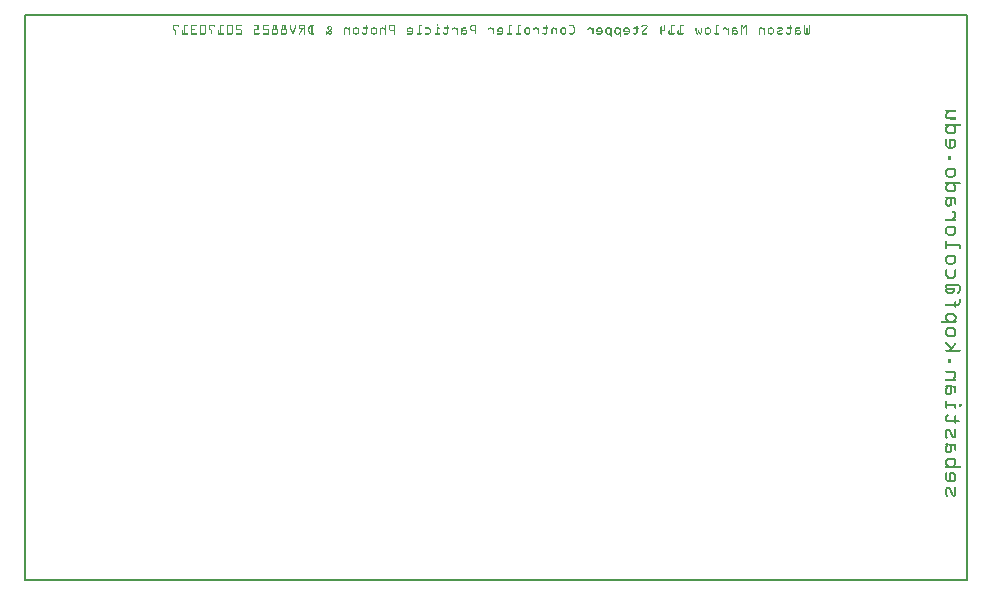
<source format=gbo>
G04 MADE WITH FRITZING*
G04 WWW.FRITZING.ORG*
G04 DOUBLE SIDED*
G04 HOLES PLATED*
G04 CONTOUR ON CENTER OF CONTOUR VECTOR*
%ASAXBY*%
%FSLAX23Y23*%
%MOIN*%
%OFA0B0*%
%SFA1.0B1.0*%
%ADD10R,3.149610X1.889760X3.133610X1.873760*%
%ADD11C,0.008000*%
%ADD12R,0.001000X0.001000*%
%LNSILK0*%
G90*
G70*
G54D11*
X4Y1886D02*
X3146Y1886D01*
X3146Y4D01*
X4Y4D01*
X4Y1886D01*
D02*
G54D12*
X1378Y1854D02*
X1382Y1854D01*
X498Y1853D02*
X515Y1853D01*
X536Y1853D02*
X545Y1853D01*
X561Y1853D02*
X575Y1853D01*
X591Y1853D02*
X603Y1853D01*
X618Y1853D02*
X635Y1853D01*
X656Y1853D02*
X665Y1853D01*
X682Y1853D02*
X693Y1853D01*
X712Y1853D02*
X725Y1853D01*
X770Y1853D02*
X783Y1853D01*
X802Y1853D02*
X815Y1853D01*
X834Y1853D02*
X841Y1853D01*
X864Y1853D02*
X871Y1853D01*
X924Y1853D02*
X937Y1853D01*
X959Y1853D02*
X966Y1853D01*
X1225Y1853D02*
X1238Y1853D01*
X1319Y1853D02*
X1324Y1853D01*
X1377Y1853D02*
X1382Y1853D01*
X1495Y1853D02*
X1508Y1853D01*
X1620Y1853D02*
X1625Y1853D01*
X1650Y1853D02*
X1655Y1853D01*
X1822Y1853D02*
X1829Y1853D01*
X2066Y1853D02*
X2075Y1853D01*
X2159Y1853D02*
X2168Y1853D01*
X2189Y1853D02*
X2198Y1853D01*
X2311Y1853D02*
X2316Y1853D01*
X2391Y1853D02*
X2395Y1853D01*
X2407Y1853D02*
X2410Y1853D01*
X497Y1852D02*
X516Y1852D01*
X535Y1852D02*
X546Y1852D01*
X559Y1852D02*
X577Y1852D01*
X589Y1852D02*
X605Y1852D01*
X617Y1852D02*
X637Y1852D01*
X656Y1852D02*
X667Y1852D01*
X679Y1852D02*
X696Y1852D01*
X709Y1852D02*
X727Y1852D01*
X768Y1852D02*
X783Y1852D01*
X799Y1852D02*
X817Y1852D01*
X832Y1852D02*
X843Y1852D01*
X862Y1852D02*
X873Y1852D01*
X888Y1852D02*
X891Y1852D01*
X905Y1852D02*
X907Y1852D01*
X921Y1852D02*
X938Y1852D01*
X956Y1852D02*
X967Y1852D01*
X1205Y1852D02*
X1208Y1852D01*
X1222Y1852D02*
X1238Y1852D01*
X1317Y1852D02*
X1326Y1852D01*
X1377Y1852D02*
X1382Y1852D01*
X1492Y1852D02*
X1509Y1852D01*
X1618Y1852D02*
X1627Y1852D01*
X1648Y1852D02*
X1657Y1852D01*
X1820Y1852D02*
X1832Y1852D01*
X2063Y1852D02*
X2078Y1852D01*
X2136Y1852D02*
X2139Y1852D01*
X2159Y1852D02*
X2170Y1852D01*
X2189Y1852D02*
X2200Y1852D01*
X2309Y1852D02*
X2318Y1852D01*
X2391Y1852D02*
X2396Y1852D01*
X2406Y1852D02*
X2411Y1852D01*
X2602Y1852D02*
X2604Y1852D01*
X2618Y1852D02*
X2621Y1852D01*
X497Y1851D02*
X517Y1851D01*
X535Y1851D02*
X547Y1851D01*
X558Y1851D02*
X577Y1851D01*
X588Y1851D02*
X606Y1851D01*
X617Y1851D02*
X637Y1851D01*
X656Y1851D02*
X667Y1851D01*
X678Y1851D02*
X696Y1851D01*
X708Y1851D02*
X727Y1851D01*
X768Y1851D02*
X783Y1851D01*
X798Y1851D02*
X817Y1851D01*
X832Y1851D02*
X843Y1851D01*
X862Y1851D02*
X873Y1851D01*
X888Y1851D02*
X891Y1851D01*
X904Y1851D02*
X908Y1851D01*
X920Y1851D02*
X938Y1851D01*
X954Y1851D02*
X968Y1851D01*
X1142Y1851D02*
X1143Y1851D01*
X1205Y1851D02*
X1208Y1851D01*
X1220Y1851D02*
X1238Y1851D01*
X1317Y1851D02*
X1326Y1851D01*
X1377Y1851D02*
X1382Y1851D01*
X1412Y1851D02*
X1413Y1851D01*
X1491Y1851D02*
X1509Y1851D01*
X1618Y1851D02*
X1627Y1851D01*
X1648Y1851D02*
X1657Y1851D01*
X1743Y1851D02*
X1744Y1851D01*
X1820Y1851D02*
X1833Y1851D01*
X2044Y1851D02*
X2045Y1851D01*
X2062Y1851D02*
X2079Y1851D01*
X2136Y1851D02*
X2139Y1851D01*
X2159Y1851D02*
X2170Y1851D01*
X2189Y1851D02*
X2200Y1851D01*
X2309Y1851D02*
X2318Y1851D01*
X2391Y1851D02*
X2397Y1851D01*
X2405Y1851D02*
X2411Y1851D01*
X2555Y1851D02*
X2556Y1851D01*
X2601Y1851D02*
X2605Y1851D01*
X2618Y1851D02*
X2621Y1851D01*
X497Y1850D02*
X517Y1850D01*
X535Y1850D02*
X547Y1850D01*
X557Y1850D02*
X577Y1850D01*
X587Y1850D02*
X607Y1850D01*
X617Y1850D02*
X637Y1850D01*
X656Y1850D02*
X667Y1850D01*
X678Y1850D02*
X697Y1850D01*
X708Y1850D02*
X727Y1850D01*
X768Y1850D02*
X783Y1850D01*
X798Y1850D02*
X817Y1850D01*
X832Y1850D02*
X843Y1850D01*
X862Y1850D02*
X873Y1850D01*
X888Y1850D02*
X891Y1850D01*
X904Y1850D02*
X908Y1850D01*
X919Y1850D02*
X938Y1850D01*
X954Y1850D02*
X967Y1850D01*
X1141Y1850D02*
X1144Y1850D01*
X1205Y1850D02*
X1208Y1850D01*
X1220Y1850D02*
X1238Y1850D01*
X1317Y1850D02*
X1326Y1850D01*
X1377Y1850D02*
X1382Y1850D01*
X1412Y1850D02*
X1414Y1850D01*
X1490Y1850D02*
X1509Y1850D01*
X1618Y1850D02*
X1627Y1850D01*
X1648Y1850D02*
X1657Y1850D01*
X1742Y1850D02*
X1745Y1850D01*
X1820Y1850D02*
X1834Y1850D01*
X2043Y1850D02*
X2046Y1850D01*
X2061Y1850D02*
X2080Y1850D01*
X2136Y1850D02*
X2139Y1850D01*
X2159Y1850D02*
X2170Y1850D01*
X2189Y1850D02*
X2200Y1850D01*
X2309Y1850D02*
X2318Y1850D01*
X2391Y1850D02*
X2397Y1850D01*
X2404Y1850D02*
X2411Y1850D01*
X2554Y1850D02*
X2557Y1850D01*
X2601Y1850D02*
X2605Y1850D01*
X2618Y1850D02*
X2621Y1850D01*
X497Y1849D02*
X517Y1849D01*
X535Y1849D02*
X545Y1849D01*
X557Y1849D02*
X576Y1849D01*
X587Y1849D02*
X607Y1849D01*
X617Y1849D02*
X637Y1849D01*
X656Y1849D02*
X666Y1849D01*
X677Y1849D02*
X697Y1849D01*
X708Y1849D02*
X726Y1849D01*
X769Y1849D02*
X783Y1849D01*
X798Y1849D02*
X816Y1849D01*
X832Y1849D02*
X843Y1849D01*
X862Y1849D02*
X873Y1849D01*
X888Y1849D02*
X891Y1849D01*
X904Y1849D02*
X908Y1849D01*
X918Y1849D02*
X938Y1849D01*
X953Y1849D02*
X966Y1849D01*
X1016Y1849D02*
X1024Y1849D01*
X1141Y1849D02*
X1144Y1849D01*
X1205Y1849D02*
X1208Y1849D01*
X1219Y1849D02*
X1238Y1849D01*
X1317Y1849D02*
X1325Y1849D01*
X1379Y1849D02*
X1381Y1849D01*
X1411Y1849D02*
X1414Y1849D01*
X1490Y1849D02*
X1509Y1849D01*
X1618Y1849D02*
X1626Y1849D01*
X1648Y1849D02*
X1656Y1849D01*
X1742Y1849D02*
X1745Y1849D01*
X1821Y1849D02*
X1835Y1849D01*
X2043Y1849D02*
X2046Y1849D01*
X2060Y1849D02*
X2080Y1849D01*
X2124Y1849D02*
X2126Y1849D01*
X2136Y1849D02*
X2139Y1849D01*
X2159Y1849D02*
X2169Y1849D01*
X2189Y1849D02*
X2199Y1849D01*
X2309Y1849D02*
X2317Y1849D01*
X2391Y1849D02*
X2398Y1849D01*
X2404Y1849D02*
X2411Y1849D01*
X2554Y1849D02*
X2557Y1849D01*
X2601Y1849D02*
X2605Y1849D01*
X2618Y1849D02*
X2621Y1849D01*
X497Y1848D02*
X500Y1848D01*
X514Y1848D02*
X516Y1848D01*
X535Y1848D02*
X539Y1848D01*
X557Y1848D02*
X560Y1848D01*
X587Y1848D02*
X590Y1848D01*
X604Y1848D02*
X607Y1848D01*
X617Y1848D02*
X621Y1848D01*
X634Y1848D02*
X637Y1848D01*
X656Y1848D02*
X659Y1848D01*
X677Y1848D02*
X681Y1848D01*
X694Y1848D02*
X697Y1848D01*
X707Y1848D02*
X711Y1848D01*
X780Y1848D02*
X783Y1848D01*
X798Y1848D02*
X801Y1848D01*
X832Y1848D02*
X835Y1848D01*
X840Y1848D02*
X843Y1848D01*
X862Y1848D02*
X865Y1848D01*
X870Y1848D02*
X873Y1848D01*
X888Y1848D02*
X891Y1848D01*
X904Y1848D02*
X908Y1848D01*
X918Y1848D02*
X922Y1848D01*
X934Y1848D02*
X938Y1848D01*
X952Y1848D02*
X956Y1848D01*
X960Y1848D02*
X964Y1848D01*
X1015Y1848D02*
X1025Y1848D01*
X1141Y1848D02*
X1144Y1848D01*
X1205Y1848D02*
X1208Y1848D01*
X1219Y1848D02*
X1222Y1848D01*
X1235Y1848D02*
X1238Y1848D01*
X1317Y1848D02*
X1320Y1848D01*
X1411Y1848D02*
X1415Y1848D01*
X1489Y1848D02*
X1493Y1848D01*
X1506Y1848D02*
X1509Y1848D01*
X1618Y1848D02*
X1621Y1848D01*
X1648Y1848D02*
X1651Y1848D01*
X1742Y1848D02*
X1745Y1848D01*
X1831Y1848D02*
X1835Y1848D01*
X2043Y1848D02*
X2046Y1848D01*
X2060Y1848D02*
X2064Y1848D01*
X2077Y1848D02*
X2080Y1848D01*
X2124Y1848D02*
X2127Y1848D01*
X2136Y1848D02*
X2139Y1848D01*
X2159Y1848D02*
X2162Y1848D01*
X2189Y1848D02*
X2192Y1848D01*
X2309Y1848D02*
X2312Y1848D01*
X2391Y1848D02*
X2399Y1848D01*
X2403Y1848D02*
X2411Y1848D01*
X2554Y1848D02*
X2557Y1848D01*
X2601Y1848D02*
X2605Y1848D01*
X2618Y1848D02*
X2621Y1848D01*
X497Y1847D02*
X500Y1847D01*
X535Y1847D02*
X539Y1847D01*
X557Y1847D02*
X560Y1847D01*
X587Y1847D02*
X590Y1847D01*
X604Y1847D02*
X607Y1847D01*
X617Y1847D02*
X621Y1847D01*
X656Y1847D02*
X659Y1847D01*
X677Y1847D02*
X681Y1847D01*
X694Y1847D02*
X697Y1847D01*
X707Y1847D02*
X711Y1847D01*
X780Y1847D02*
X783Y1847D01*
X798Y1847D02*
X801Y1847D01*
X832Y1847D02*
X835Y1847D01*
X840Y1847D02*
X843Y1847D01*
X862Y1847D02*
X865Y1847D01*
X870Y1847D02*
X873Y1847D01*
X888Y1847D02*
X891Y1847D01*
X904Y1847D02*
X908Y1847D01*
X918Y1847D02*
X921Y1847D01*
X934Y1847D02*
X938Y1847D01*
X952Y1847D02*
X956Y1847D01*
X960Y1847D02*
X964Y1847D01*
X1014Y1847D02*
X1026Y1847D01*
X1141Y1847D02*
X1144Y1847D01*
X1205Y1847D02*
X1208Y1847D01*
X1219Y1847D02*
X1222Y1847D01*
X1235Y1847D02*
X1238Y1847D01*
X1317Y1847D02*
X1320Y1847D01*
X1411Y1847D02*
X1415Y1847D01*
X1489Y1847D02*
X1492Y1847D01*
X1506Y1847D02*
X1509Y1847D01*
X1618Y1847D02*
X1621Y1847D01*
X1648Y1847D02*
X1651Y1847D01*
X1742Y1847D02*
X1745Y1847D01*
X1832Y1847D02*
X1836Y1847D01*
X2043Y1847D02*
X2046Y1847D01*
X2060Y1847D02*
X2063Y1847D01*
X2076Y1847D02*
X2080Y1847D01*
X2123Y1847D02*
X2127Y1847D01*
X2136Y1847D02*
X2139Y1847D01*
X2159Y1847D02*
X2162Y1847D01*
X2189Y1847D02*
X2192Y1847D01*
X2309Y1847D02*
X2312Y1847D01*
X2391Y1847D02*
X2399Y1847D01*
X2402Y1847D02*
X2411Y1847D01*
X2554Y1847D02*
X2557Y1847D01*
X2601Y1847D02*
X2605Y1847D01*
X2618Y1847D02*
X2621Y1847D01*
X497Y1846D02*
X500Y1846D01*
X535Y1846D02*
X539Y1846D01*
X557Y1846D02*
X560Y1846D01*
X587Y1846D02*
X590Y1846D01*
X604Y1846D02*
X607Y1846D01*
X617Y1846D02*
X621Y1846D01*
X656Y1846D02*
X659Y1846D01*
X677Y1846D02*
X681Y1846D01*
X694Y1846D02*
X697Y1846D01*
X707Y1846D02*
X711Y1846D01*
X780Y1846D02*
X783Y1846D01*
X798Y1846D02*
X801Y1846D01*
X832Y1846D02*
X835Y1846D01*
X840Y1846D02*
X843Y1846D01*
X862Y1846D02*
X865Y1846D01*
X870Y1846D02*
X873Y1846D01*
X888Y1846D02*
X891Y1846D01*
X904Y1846D02*
X908Y1846D01*
X918Y1846D02*
X921Y1846D01*
X934Y1846D02*
X938Y1846D01*
X951Y1846D02*
X955Y1846D01*
X960Y1846D02*
X964Y1846D01*
X1013Y1846D02*
X1027Y1846D01*
X1141Y1846D02*
X1144Y1846D01*
X1205Y1846D02*
X1208Y1846D01*
X1219Y1846D02*
X1222Y1846D01*
X1235Y1846D02*
X1238Y1846D01*
X1317Y1846D02*
X1320Y1846D01*
X1411Y1846D02*
X1415Y1846D01*
X1489Y1846D02*
X1492Y1846D01*
X1506Y1846D02*
X1509Y1846D01*
X1618Y1846D02*
X1621Y1846D01*
X1648Y1846D02*
X1651Y1846D01*
X1742Y1846D02*
X1745Y1846D01*
X1832Y1846D02*
X1836Y1846D01*
X2043Y1846D02*
X2046Y1846D01*
X2061Y1846D02*
X2063Y1846D01*
X2075Y1846D02*
X2079Y1846D01*
X2123Y1846D02*
X2127Y1846D01*
X2136Y1846D02*
X2139Y1846D01*
X2159Y1846D02*
X2162Y1846D01*
X2189Y1846D02*
X2192Y1846D01*
X2309Y1846D02*
X2312Y1846D01*
X2391Y1846D02*
X2394Y1846D01*
X2396Y1846D02*
X2411Y1846D01*
X2554Y1846D02*
X2557Y1846D01*
X2601Y1846D02*
X2605Y1846D01*
X2618Y1846D02*
X2621Y1846D01*
X497Y1845D02*
X500Y1845D01*
X535Y1845D02*
X539Y1845D01*
X557Y1845D02*
X560Y1845D01*
X587Y1845D02*
X590Y1845D01*
X604Y1845D02*
X607Y1845D01*
X617Y1845D02*
X621Y1845D01*
X656Y1845D02*
X659Y1845D01*
X677Y1845D02*
X681Y1845D01*
X694Y1845D02*
X697Y1845D01*
X707Y1845D02*
X711Y1845D01*
X780Y1845D02*
X783Y1845D01*
X798Y1845D02*
X801Y1845D01*
X832Y1845D02*
X835Y1845D01*
X840Y1845D02*
X843Y1845D01*
X862Y1845D02*
X865Y1845D01*
X870Y1845D02*
X873Y1845D01*
X888Y1845D02*
X891Y1845D01*
X904Y1845D02*
X908Y1845D01*
X918Y1845D02*
X921Y1845D01*
X934Y1845D02*
X938Y1845D01*
X951Y1845D02*
X955Y1845D01*
X960Y1845D02*
X964Y1845D01*
X1013Y1845D02*
X1017Y1845D01*
X1023Y1845D02*
X1028Y1845D01*
X1141Y1845D02*
X1144Y1845D01*
X1205Y1845D02*
X1208Y1845D01*
X1219Y1845D02*
X1222Y1845D01*
X1235Y1845D02*
X1238Y1845D01*
X1317Y1845D02*
X1320Y1845D01*
X1411Y1845D02*
X1415Y1845D01*
X1489Y1845D02*
X1492Y1845D01*
X1506Y1845D02*
X1509Y1845D01*
X1618Y1845D02*
X1621Y1845D01*
X1648Y1845D02*
X1651Y1845D01*
X1742Y1845D02*
X1745Y1845D01*
X1833Y1845D02*
X1837Y1845D01*
X1949Y1845D02*
X1951Y1845D01*
X1958Y1845D02*
X1958Y1845D01*
X1979Y1845D02*
X1981Y1845D01*
X1988Y1845D02*
X1988Y1845D01*
X2043Y1845D02*
X2046Y1845D01*
X2074Y1845D02*
X2079Y1845D01*
X2123Y1845D02*
X2127Y1845D01*
X2136Y1845D02*
X2139Y1845D01*
X2159Y1845D02*
X2162Y1845D01*
X2189Y1845D02*
X2192Y1845D01*
X2309Y1845D02*
X2312Y1845D01*
X2391Y1845D02*
X2394Y1845D01*
X2397Y1845D02*
X2405Y1845D01*
X2407Y1845D02*
X2411Y1845D01*
X2554Y1845D02*
X2557Y1845D01*
X2601Y1845D02*
X2605Y1845D01*
X2618Y1845D02*
X2621Y1845D01*
X497Y1844D02*
X500Y1844D01*
X535Y1844D02*
X539Y1844D01*
X557Y1844D02*
X560Y1844D01*
X587Y1844D02*
X590Y1844D01*
X604Y1844D02*
X607Y1844D01*
X617Y1844D02*
X621Y1844D01*
X656Y1844D02*
X659Y1844D01*
X677Y1844D02*
X681Y1844D01*
X694Y1844D02*
X697Y1844D01*
X707Y1844D02*
X711Y1844D01*
X780Y1844D02*
X783Y1844D01*
X798Y1844D02*
X801Y1844D01*
X832Y1844D02*
X835Y1844D01*
X840Y1844D02*
X843Y1844D01*
X862Y1844D02*
X865Y1844D01*
X870Y1844D02*
X873Y1844D01*
X888Y1844D02*
X891Y1844D01*
X904Y1844D02*
X908Y1844D01*
X918Y1844D02*
X921Y1844D01*
X934Y1844D02*
X938Y1844D01*
X950Y1844D02*
X954Y1844D01*
X960Y1844D02*
X964Y1844D01*
X1012Y1844D02*
X1016Y1844D01*
X1024Y1844D02*
X1028Y1844D01*
X1073Y1844D02*
X1078Y1844D01*
X1086Y1844D02*
X1087Y1844D01*
X1105Y1844D02*
X1112Y1844D01*
X1132Y1844D02*
X1147Y1844D01*
X1165Y1844D02*
X1172Y1844D01*
X1194Y1844D02*
X1198Y1844D01*
X1205Y1844D02*
X1208Y1844D01*
X1219Y1844D02*
X1222Y1844D01*
X1235Y1844D02*
X1238Y1844D01*
X1285Y1844D02*
X1292Y1844D01*
X1317Y1844D02*
X1320Y1844D01*
X1340Y1844D02*
X1350Y1844D01*
X1378Y1844D02*
X1385Y1844D01*
X1402Y1844D02*
X1417Y1844D01*
X1434Y1844D02*
X1439Y1844D01*
X1447Y1844D02*
X1447Y1844D01*
X1464Y1844D02*
X1473Y1844D01*
X1489Y1844D02*
X1492Y1844D01*
X1506Y1844D02*
X1509Y1844D01*
X1554Y1844D02*
X1559Y1844D01*
X1567Y1844D02*
X1568Y1844D01*
X1585Y1844D02*
X1593Y1844D01*
X1618Y1844D02*
X1621Y1844D01*
X1648Y1844D02*
X1651Y1844D01*
X1676Y1844D02*
X1683Y1844D01*
X1704Y1844D02*
X1710Y1844D01*
X1717Y1844D02*
X1718Y1844D01*
X1733Y1844D02*
X1748Y1844D01*
X1765Y1844D02*
X1769Y1844D01*
X1777Y1844D02*
X1778Y1844D01*
X1796Y1844D02*
X1803Y1844D01*
X1833Y1844D02*
X1837Y1844D01*
X1885Y1844D02*
X1890Y1844D01*
X1898Y1844D02*
X1898Y1844D01*
X1916Y1844D02*
X1923Y1844D01*
X1946Y1844D02*
X1953Y1844D01*
X1957Y1844D02*
X1959Y1844D01*
X1976Y1844D02*
X1983Y1844D01*
X1987Y1844D02*
X1989Y1844D01*
X2006Y1844D02*
X2013Y1844D01*
X2034Y1844D02*
X2049Y1844D01*
X2074Y1844D02*
X2078Y1844D01*
X2123Y1844D02*
X2127Y1844D01*
X2136Y1844D02*
X2139Y1844D01*
X2159Y1844D02*
X2162Y1844D01*
X2189Y1844D02*
X2192Y1844D01*
X2242Y1844D02*
X2242Y1844D01*
X2259Y1844D02*
X2259Y1844D01*
X2277Y1844D02*
X2284Y1844D01*
X2309Y1844D02*
X2312Y1844D01*
X2336Y1844D02*
X2341Y1844D01*
X2349Y1844D02*
X2349Y1844D01*
X2366Y1844D02*
X2375Y1844D01*
X2391Y1844D02*
X2394Y1844D01*
X2397Y1844D02*
X2404Y1844D01*
X2407Y1844D02*
X2411Y1844D01*
X2456Y1844D02*
X2461Y1844D01*
X2469Y1844D02*
X2469Y1844D01*
X2487Y1844D02*
X2494Y1844D01*
X2516Y1844D02*
X2526Y1844D01*
X2545Y1844D02*
X2560Y1844D01*
X2576Y1844D02*
X2586Y1844D01*
X2601Y1844D02*
X2605Y1844D01*
X2618Y1844D02*
X2621Y1844D01*
X497Y1843D02*
X500Y1843D01*
X535Y1843D02*
X539Y1843D01*
X557Y1843D02*
X560Y1843D01*
X587Y1843D02*
X590Y1843D01*
X604Y1843D02*
X607Y1843D01*
X617Y1843D02*
X621Y1843D01*
X656Y1843D02*
X659Y1843D01*
X677Y1843D02*
X681Y1843D01*
X694Y1843D02*
X697Y1843D01*
X707Y1843D02*
X711Y1843D01*
X780Y1843D02*
X783Y1843D01*
X798Y1843D02*
X801Y1843D01*
X832Y1843D02*
X835Y1843D01*
X840Y1843D02*
X843Y1843D01*
X862Y1843D02*
X865Y1843D01*
X870Y1843D02*
X873Y1843D01*
X888Y1843D02*
X892Y1843D01*
X904Y1843D02*
X907Y1843D01*
X918Y1843D02*
X922Y1843D01*
X934Y1843D02*
X938Y1843D01*
X950Y1843D02*
X954Y1843D01*
X960Y1843D02*
X964Y1843D01*
X1012Y1843D02*
X1015Y1843D01*
X1025Y1843D02*
X1028Y1843D01*
X1071Y1843D02*
X1080Y1843D01*
X1085Y1843D02*
X1088Y1843D01*
X1102Y1843D02*
X1114Y1843D01*
X1131Y1843D02*
X1148Y1843D01*
X1163Y1843D02*
X1174Y1843D01*
X1192Y1843D02*
X1200Y1843D01*
X1205Y1843D02*
X1208Y1843D01*
X1219Y1843D02*
X1222Y1843D01*
X1235Y1843D02*
X1238Y1843D01*
X1283Y1843D02*
X1294Y1843D01*
X1317Y1843D02*
X1320Y1843D01*
X1339Y1843D02*
X1352Y1843D01*
X1377Y1843D02*
X1386Y1843D01*
X1401Y1843D02*
X1418Y1843D01*
X1432Y1843D02*
X1441Y1843D01*
X1446Y1843D02*
X1448Y1843D01*
X1462Y1843D02*
X1474Y1843D01*
X1489Y1843D02*
X1492Y1843D01*
X1506Y1843D02*
X1509Y1843D01*
X1552Y1843D02*
X1561Y1843D01*
X1566Y1843D02*
X1569Y1843D01*
X1583Y1843D02*
X1595Y1843D01*
X1618Y1843D02*
X1621Y1843D01*
X1648Y1843D02*
X1651Y1843D01*
X1674Y1843D02*
X1685Y1843D01*
X1702Y1843D02*
X1711Y1843D01*
X1716Y1843D02*
X1719Y1843D01*
X1732Y1843D02*
X1749Y1843D01*
X1763Y1843D02*
X1771Y1843D01*
X1776Y1843D02*
X1779Y1843D01*
X1794Y1843D02*
X1805Y1843D01*
X1834Y1843D02*
X1838Y1843D01*
X1883Y1843D02*
X1891Y1843D01*
X1897Y1843D02*
X1899Y1843D01*
X1914Y1843D02*
X1925Y1843D01*
X1945Y1843D02*
X1954Y1843D01*
X1957Y1843D02*
X1960Y1843D01*
X1975Y1843D02*
X1984Y1843D01*
X1987Y1843D02*
X1990Y1843D01*
X2004Y1843D02*
X2016Y1843D01*
X2033Y1843D02*
X2050Y1843D01*
X2073Y1843D02*
X2077Y1843D01*
X2123Y1843D02*
X2127Y1843D01*
X2136Y1843D02*
X2139Y1843D01*
X2159Y1843D02*
X2162Y1843D01*
X2189Y1843D02*
X2192Y1843D01*
X2240Y1843D02*
X2243Y1843D01*
X2258Y1843D02*
X2261Y1843D01*
X2275Y1843D02*
X2286Y1843D01*
X2309Y1843D02*
X2312Y1843D01*
X2334Y1843D02*
X2342Y1843D01*
X2348Y1843D02*
X2350Y1843D01*
X2364Y1843D02*
X2376Y1843D01*
X2391Y1843D02*
X2394Y1843D01*
X2398Y1843D02*
X2403Y1843D01*
X2407Y1843D02*
X2411Y1843D01*
X2454Y1843D02*
X2463Y1843D01*
X2468Y1843D02*
X2470Y1843D01*
X2485Y1843D02*
X2497Y1843D01*
X2513Y1843D02*
X2528Y1843D01*
X2544Y1843D02*
X2561Y1843D01*
X2575Y1843D02*
X2587Y1843D01*
X2601Y1843D02*
X2605Y1843D01*
X2618Y1843D02*
X2621Y1843D01*
X497Y1842D02*
X500Y1842D01*
X535Y1842D02*
X539Y1842D01*
X557Y1842D02*
X560Y1842D01*
X587Y1842D02*
X590Y1842D01*
X604Y1842D02*
X607Y1842D01*
X617Y1842D02*
X621Y1842D01*
X656Y1842D02*
X659Y1842D01*
X677Y1842D02*
X681Y1842D01*
X694Y1842D02*
X697Y1842D01*
X707Y1842D02*
X711Y1842D01*
X780Y1842D02*
X783Y1842D01*
X798Y1842D02*
X801Y1842D01*
X832Y1842D02*
X835Y1842D01*
X840Y1842D02*
X843Y1842D01*
X862Y1842D02*
X865Y1842D01*
X870Y1842D02*
X873Y1842D01*
X888Y1842D02*
X892Y1842D01*
X903Y1842D02*
X907Y1842D01*
X919Y1842D02*
X938Y1842D01*
X949Y1842D02*
X953Y1842D01*
X960Y1842D02*
X964Y1842D01*
X1012Y1842D02*
X1015Y1842D01*
X1025Y1842D02*
X1028Y1842D01*
X1070Y1842D02*
X1082Y1842D01*
X1085Y1842D02*
X1088Y1842D01*
X1101Y1842D02*
X1115Y1842D01*
X1131Y1842D02*
X1148Y1842D01*
X1161Y1842D02*
X1175Y1842D01*
X1191Y1842D02*
X1202Y1842D01*
X1205Y1842D02*
X1208Y1842D01*
X1219Y1842D02*
X1222Y1842D01*
X1235Y1842D02*
X1238Y1842D01*
X1281Y1842D02*
X1296Y1842D01*
X1317Y1842D02*
X1320Y1842D01*
X1339Y1842D02*
X1354Y1842D01*
X1377Y1842D02*
X1386Y1842D01*
X1401Y1842D02*
X1419Y1842D01*
X1431Y1842D02*
X1442Y1842D01*
X1445Y1842D02*
X1449Y1842D01*
X1461Y1842D02*
X1475Y1842D01*
X1489Y1842D02*
X1492Y1842D01*
X1506Y1842D02*
X1509Y1842D01*
X1551Y1842D02*
X1562Y1842D01*
X1566Y1842D02*
X1569Y1842D01*
X1582Y1842D02*
X1596Y1842D01*
X1618Y1842D02*
X1621Y1842D01*
X1648Y1842D02*
X1651Y1842D01*
X1672Y1842D02*
X1686Y1842D01*
X1701Y1842D02*
X1712Y1842D01*
X1716Y1842D02*
X1719Y1842D01*
X1732Y1842D02*
X1749Y1842D01*
X1762Y1842D02*
X1773Y1842D01*
X1776Y1842D02*
X1779Y1842D01*
X1793Y1842D02*
X1807Y1842D01*
X1834Y1842D02*
X1838Y1842D01*
X1881Y1842D02*
X1893Y1842D01*
X1896Y1842D02*
X1900Y1842D01*
X1913Y1842D02*
X1927Y1842D01*
X1944Y1842D02*
X1960Y1842D01*
X1974Y1842D02*
X1990Y1842D01*
X2003Y1842D02*
X2017Y1842D01*
X2032Y1842D02*
X2050Y1842D01*
X2072Y1842D02*
X2076Y1842D01*
X2123Y1842D02*
X2127Y1842D01*
X2136Y1842D02*
X2139Y1842D01*
X2159Y1842D02*
X2162Y1842D01*
X2189Y1842D02*
X2192Y1842D01*
X2240Y1842D02*
X2243Y1842D01*
X2258Y1842D02*
X2261Y1842D01*
X2274Y1842D02*
X2288Y1842D01*
X2309Y1842D02*
X2312Y1842D01*
X2332Y1842D02*
X2344Y1842D01*
X2347Y1842D02*
X2350Y1842D01*
X2363Y1842D02*
X2376Y1842D01*
X2391Y1842D02*
X2394Y1842D01*
X2399Y1842D02*
X2403Y1842D01*
X2407Y1842D02*
X2411Y1842D01*
X2453Y1842D02*
X2464Y1842D01*
X2468Y1842D02*
X2471Y1842D01*
X2484Y1842D02*
X2498Y1842D01*
X2512Y1842D02*
X2529Y1842D01*
X2543Y1842D02*
X2561Y1842D01*
X2573Y1842D02*
X2587Y1842D01*
X2601Y1842D02*
X2605Y1842D01*
X2611Y1842D02*
X2612Y1842D01*
X2618Y1842D02*
X2621Y1842D01*
X497Y1841D02*
X501Y1841D01*
X535Y1841D02*
X539Y1841D01*
X557Y1841D02*
X560Y1841D01*
X587Y1841D02*
X590Y1841D01*
X604Y1841D02*
X607Y1841D01*
X617Y1841D02*
X621Y1841D01*
X656Y1841D02*
X659Y1841D01*
X677Y1841D02*
X681Y1841D01*
X694Y1841D02*
X697Y1841D01*
X707Y1841D02*
X711Y1841D01*
X780Y1841D02*
X783Y1841D01*
X798Y1841D02*
X801Y1841D01*
X832Y1841D02*
X835Y1841D01*
X840Y1841D02*
X843Y1841D01*
X862Y1841D02*
X865Y1841D01*
X870Y1841D02*
X873Y1841D01*
X889Y1841D02*
X892Y1841D01*
X903Y1841D02*
X907Y1841D01*
X919Y1841D02*
X938Y1841D01*
X949Y1841D02*
X953Y1841D01*
X960Y1841D02*
X964Y1841D01*
X1012Y1841D02*
X1016Y1841D01*
X1024Y1841D02*
X1028Y1841D01*
X1070Y1841D02*
X1088Y1841D01*
X1100Y1841D02*
X1116Y1841D01*
X1131Y1841D02*
X1148Y1841D01*
X1160Y1841D02*
X1176Y1841D01*
X1190Y1841D02*
X1208Y1841D01*
X1219Y1841D02*
X1222Y1841D01*
X1235Y1841D02*
X1238Y1841D01*
X1280Y1841D02*
X1297Y1841D01*
X1317Y1841D02*
X1320Y1841D01*
X1339Y1841D02*
X1355Y1841D01*
X1377Y1841D02*
X1386Y1841D01*
X1401Y1841D02*
X1418Y1841D01*
X1430Y1841D02*
X1443Y1841D01*
X1445Y1841D02*
X1449Y1841D01*
X1460Y1841D02*
X1474Y1841D01*
X1489Y1841D02*
X1492Y1841D01*
X1506Y1841D02*
X1509Y1841D01*
X1550Y1841D02*
X1563Y1841D01*
X1566Y1841D02*
X1569Y1841D01*
X1581Y1841D02*
X1597Y1841D01*
X1618Y1841D02*
X1621Y1841D01*
X1648Y1841D02*
X1651Y1841D01*
X1671Y1841D02*
X1687Y1841D01*
X1700Y1841D02*
X1713Y1841D01*
X1716Y1841D02*
X1719Y1841D01*
X1732Y1841D02*
X1749Y1841D01*
X1761Y1841D02*
X1779Y1841D01*
X1791Y1841D02*
X1808Y1841D01*
X1835Y1841D02*
X1838Y1841D01*
X1881Y1841D02*
X1894Y1841D01*
X1896Y1841D02*
X1900Y1841D01*
X1912Y1841D02*
X1928Y1841D01*
X1943Y1841D02*
X1960Y1841D01*
X1973Y1841D02*
X1990Y1841D01*
X2002Y1841D02*
X2018Y1841D01*
X2033Y1841D02*
X2050Y1841D01*
X2071Y1841D02*
X2076Y1841D01*
X2123Y1841D02*
X2127Y1841D01*
X2136Y1841D02*
X2139Y1841D01*
X2159Y1841D02*
X2162Y1841D01*
X2189Y1841D02*
X2192Y1841D01*
X2240Y1841D02*
X2243Y1841D01*
X2258Y1841D02*
X2261Y1841D01*
X2272Y1841D02*
X2289Y1841D01*
X2309Y1841D02*
X2312Y1841D01*
X2332Y1841D02*
X2345Y1841D01*
X2347Y1841D02*
X2351Y1841D01*
X2362Y1841D02*
X2376Y1841D01*
X2391Y1841D02*
X2394Y1841D01*
X2399Y1841D02*
X2402Y1841D01*
X2407Y1841D02*
X2411Y1841D01*
X2452Y1841D02*
X2471Y1841D01*
X2483Y1841D02*
X2499Y1841D01*
X2512Y1841D02*
X2530Y1841D01*
X2544Y1841D02*
X2561Y1841D01*
X2573Y1841D02*
X2587Y1841D01*
X2601Y1841D02*
X2605Y1841D01*
X2610Y1841D02*
X2613Y1841D01*
X2618Y1841D02*
X2621Y1841D01*
X497Y1840D02*
X502Y1840D01*
X535Y1840D02*
X539Y1840D01*
X557Y1840D02*
X561Y1840D01*
X587Y1840D02*
X590Y1840D01*
X604Y1840D02*
X607Y1840D01*
X617Y1840D02*
X622Y1840D01*
X656Y1840D02*
X659Y1840D01*
X677Y1840D02*
X681Y1840D01*
X694Y1840D02*
X697Y1840D01*
X707Y1840D02*
X711Y1840D01*
X780Y1840D02*
X783Y1840D01*
X798Y1840D02*
X801Y1840D01*
X832Y1840D02*
X835Y1840D01*
X840Y1840D02*
X843Y1840D01*
X862Y1840D02*
X865Y1840D01*
X870Y1840D02*
X873Y1840D01*
X889Y1840D02*
X893Y1840D01*
X903Y1840D02*
X906Y1840D01*
X920Y1840D02*
X938Y1840D01*
X949Y1840D02*
X952Y1840D01*
X960Y1840D02*
X964Y1840D01*
X1012Y1840D02*
X1017Y1840D01*
X1023Y1840D02*
X1028Y1840D01*
X1069Y1840D02*
X1074Y1840D01*
X1078Y1840D02*
X1088Y1840D01*
X1099Y1840D02*
X1105Y1840D01*
X1111Y1840D02*
X1117Y1840D01*
X1140Y1840D02*
X1144Y1840D01*
X1159Y1840D02*
X1165Y1840D01*
X1171Y1840D02*
X1177Y1840D01*
X1189Y1840D02*
X1194Y1840D01*
X1198Y1840D02*
X1208Y1840D01*
X1219Y1840D02*
X1222Y1840D01*
X1235Y1840D02*
X1238Y1840D01*
X1280Y1840D02*
X1286Y1840D01*
X1291Y1840D02*
X1297Y1840D01*
X1317Y1840D02*
X1320Y1840D01*
X1350Y1840D02*
X1356Y1840D01*
X1377Y1840D02*
X1381Y1840D01*
X1411Y1840D02*
X1415Y1840D01*
X1429Y1840D02*
X1434Y1840D01*
X1438Y1840D02*
X1449Y1840D01*
X1460Y1840D02*
X1465Y1840D01*
X1489Y1840D02*
X1492Y1840D01*
X1506Y1840D02*
X1509Y1840D01*
X1550Y1840D02*
X1555Y1840D01*
X1559Y1840D02*
X1569Y1840D01*
X1580Y1840D02*
X1586Y1840D01*
X1592Y1840D02*
X1598Y1840D01*
X1618Y1840D02*
X1621Y1840D01*
X1648Y1840D02*
X1651Y1840D01*
X1670Y1840D02*
X1676Y1840D01*
X1682Y1840D02*
X1688Y1840D01*
X1700Y1840D02*
X1705Y1840D01*
X1709Y1840D02*
X1719Y1840D01*
X1741Y1840D02*
X1746Y1840D01*
X1761Y1840D02*
X1765Y1840D01*
X1769Y1840D02*
X1779Y1840D01*
X1791Y1840D02*
X1797Y1840D01*
X1803Y1840D02*
X1808Y1840D01*
X1835Y1840D02*
X1839Y1840D01*
X1880Y1840D02*
X1885Y1840D01*
X1889Y1840D02*
X1900Y1840D01*
X1911Y1840D02*
X1917Y1840D01*
X1923Y1840D02*
X1929Y1840D01*
X1942Y1840D02*
X1947Y1840D01*
X1952Y1840D02*
X1960Y1840D01*
X1972Y1840D02*
X1977Y1840D01*
X1983Y1840D02*
X1990Y1840D01*
X2001Y1840D02*
X2007Y1840D01*
X2013Y1840D02*
X2019Y1840D01*
X2042Y1840D02*
X2046Y1840D01*
X2070Y1840D02*
X2075Y1840D01*
X2123Y1840D02*
X2127Y1840D01*
X2136Y1840D02*
X2139Y1840D01*
X2159Y1840D02*
X2162Y1840D01*
X2189Y1840D02*
X2192Y1840D01*
X2240Y1840D02*
X2243Y1840D01*
X2257Y1840D02*
X2261Y1840D01*
X2272Y1840D02*
X2278Y1840D01*
X2284Y1840D02*
X2289Y1840D01*
X2309Y1840D02*
X2312Y1840D01*
X2331Y1840D02*
X2336Y1840D01*
X2340Y1840D02*
X2351Y1840D01*
X2362Y1840D02*
X2367Y1840D01*
X2391Y1840D02*
X2394Y1840D01*
X2399Y1840D02*
X2402Y1840D01*
X2407Y1840D02*
X2411Y1840D01*
X2452Y1840D02*
X2457Y1840D01*
X2460Y1840D02*
X2471Y1840D01*
X2482Y1840D02*
X2488Y1840D01*
X2494Y1840D02*
X2500Y1840D01*
X2512Y1840D02*
X2516Y1840D01*
X2526Y1840D02*
X2530Y1840D01*
X2553Y1840D02*
X2557Y1840D01*
X2572Y1840D02*
X2577Y1840D01*
X2601Y1840D02*
X2605Y1840D01*
X2610Y1840D02*
X2613Y1840D01*
X2618Y1840D02*
X2621Y1840D01*
X498Y1839D02*
X503Y1839D01*
X535Y1839D02*
X539Y1839D01*
X558Y1839D02*
X562Y1839D01*
X587Y1839D02*
X590Y1839D01*
X604Y1839D02*
X607Y1839D01*
X618Y1839D02*
X623Y1839D01*
X656Y1839D02*
X659Y1839D01*
X677Y1839D02*
X681Y1839D01*
X694Y1839D02*
X697Y1839D01*
X708Y1839D02*
X711Y1839D01*
X780Y1839D02*
X783Y1839D01*
X798Y1839D02*
X801Y1839D01*
X832Y1839D02*
X835Y1839D01*
X840Y1839D02*
X844Y1839D01*
X862Y1839D02*
X866Y1839D01*
X870Y1839D02*
X874Y1839D01*
X890Y1839D02*
X893Y1839D01*
X902Y1839D02*
X906Y1839D01*
X921Y1839D02*
X938Y1839D01*
X948Y1839D02*
X952Y1839D01*
X960Y1839D02*
X964Y1839D01*
X1013Y1839D02*
X1018Y1839D01*
X1023Y1839D02*
X1027Y1839D01*
X1069Y1839D02*
X1072Y1839D01*
X1080Y1839D02*
X1088Y1839D01*
X1099Y1839D02*
X1103Y1839D01*
X1113Y1839D02*
X1117Y1839D01*
X1141Y1839D02*
X1144Y1839D01*
X1159Y1839D02*
X1163Y1839D01*
X1173Y1839D02*
X1178Y1839D01*
X1189Y1839D02*
X1193Y1839D01*
X1200Y1839D02*
X1208Y1839D01*
X1219Y1839D02*
X1222Y1839D01*
X1235Y1839D02*
X1238Y1839D01*
X1279Y1839D02*
X1283Y1839D01*
X1294Y1839D02*
X1298Y1839D01*
X1317Y1839D02*
X1320Y1839D01*
X1352Y1839D02*
X1357Y1839D01*
X1377Y1839D02*
X1380Y1839D01*
X1411Y1839D02*
X1415Y1839D01*
X1429Y1839D02*
X1432Y1839D01*
X1440Y1839D02*
X1449Y1839D01*
X1460Y1839D02*
X1463Y1839D01*
X1489Y1839D02*
X1492Y1839D01*
X1506Y1839D02*
X1509Y1839D01*
X1549Y1839D02*
X1553Y1839D01*
X1560Y1839D02*
X1569Y1839D01*
X1580Y1839D02*
X1584Y1839D01*
X1594Y1839D02*
X1598Y1839D01*
X1618Y1839D02*
X1621Y1839D01*
X1648Y1839D02*
X1651Y1839D01*
X1670Y1839D02*
X1674Y1839D01*
X1684Y1839D02*
X1689Y1839D01*
X1700Y1839D02*
X1703Y1839D01*
X1710Y1839D02*
X1719Y1839D01*
X1742Y1839D02*
X1745Y1839D01*
X1760Y1839D02*
X1764Y1839D01*
X1771Y1839D02*
X1779Y1839D01*
X1790Y1839D02*
X1794Y1839D01*
X1805Y1839D02*
X1809Y1839D01*
X1836Y1839D02*
X1839Y1839D01*
X1880Y1839D02*
X1883Y1839D01*
X1891Y1839D02*
X1900Y1839D01*
X1910Y1839D02*
X1915Y1839D01*
X1925Y1839D02*
X1929Y1839D01*
X1941Y1839D02*
X1946Y1839D01*
X1953Y1839D02*
X1960Y1839D01*
X1971Y1839D02*
X1976Y1839D01*
X1984Y1839D02*
X1990Y1839D01*
X2001Y1839D02*
X2005Y1839D01*
X2015Y1839D02*
X2019Y1839D01*
X2043Y1839D02*
X2046Y1839D01*
X2070Y1839D02*
X2074Y1839D01*
X2123Y1839D02*
X2127Y1839D01*
X2136Y1839D02*
X2139Y1839D01*
X2159Y1839D02*
X2162Y1839D01*
X2189Y1839D02*
X2192Y1839D01*
X2240Y1839D02*
X2243Y1839D01*
X2257Y1839D02*
X2261Y1839D01*
X2271Y1839D02*
X2275Y1839D01*
X2286Y1839D02*
X2290Y1839D01*
X2309Y1839D02*
X2312Y1839D01*
X2331Y1839D02*
X2334Y1839D01*
X2342Y1839D02*
X2351Y1839D01*
X2361Y1839D02*
X2365Y1839D01*
X2391Y1839D02*
X2394Y1839D01*
X2400Y1839D02*
X2402Y1839D01*
X2407Y1839D02*
X2411Y1839D01*
X2452Y1839D02*
X2455Y1839D01*
X2462Y1839D02*
X2471Y1839D01*
X2482Y1839D02*
X2486Y1839D01*
X2496Y1839D02*
X2500Y1839D01*
X2512Y1839D02*
X2514Y1839D01*
X2527Y1839D02*
X2530Y1839D01*
X2554Y1839D02*
X2557Y1839D01*
X2572Y1839D02*
X2575Y1839D01*
X2601Y1839D02*
X2605Y1839D01*
X2610Y1839D02*
X2613Y1839D01*
X2618Y1839D02*
X2621Y1839D01*
X499Y1838D02*
X504Y1838D01*
X535Y1838D02*
X539Y1838D01*
X558Y1838D02*
X572Y1838D01*
X587Y1838D02*
X590Y1838D01*
X604Y1838D02*
X607Y1838D01*
X619Y1838D02*
X624Y1838D01*
X656Y1838D02*
X659Y1838D01*
X677Y1838D02*
X681Y1838D01*
X694Y1838D02*
X697Y1838D01*
X708Y1838D02*
X725Y1838D01*
X769Y1838D02*
X783Y1838D01*
X798Y1838D02*
X816Y1838D01*
X829Y1838D02*
X846Y1838D01*
X860Y1838D02*
X876Y1838D01*
X890Y1838D02*
X894Y1838D01*
X902Y1838D02*
X905Y1838D01*
X926Y1838D02*
X931Y1838D01*
X934Y1838D02*
X938Y1838D01*
X948Y1838D02*
X951Y1838D01*
X960Y1838D02*
X964Y1838D01*
X1014Y1838D02*
X1019Y1838D01*
X1022Y1838D02*
X1026Y1838D01*
X1069Y1838D02*
X1072Y1838D01*
X1081Y1838D02*
X1088Y1838D01*
X1098Y1838D02*
X1102Y1838D01*
X1114Y1838D02*
X1118Y1838D01*
X1141Y1838D02*
X1144Y1838D01*
X1159Y1838D02*
X1162Y1838D01*
X1174Y1838D02*
X1178Y1838D01*
X1189Y1838D02*
X1192Y1838D01*
X1201Y1838D02*
X1208Y1838D01*
X1219Y1838D02*
X1222Y1838D01*
X1235Y1838D02*
X1238Y1838D01*
X1279Y1838D02*
X1282Y1838D01*
X1295Y1838D02*
X1298Y1838D01*
X1317Y1838D02*
X1320Y1838D01*
X1353Y1838D02*
X1358Y1838D01*
X1377Y1838D02*
X1380Y1838D01*
X1411Y1838D02*
X1415Y1838D01*
X1429Y1838D02*
X1432Y1838D01*
X1441Y1838D02*
X1449Y1838D01*
X1460Y1838D02*
X1463Y1838D01*
X1489Y1838D02*
X1493Y1838D01*
X1506Y1838D02*
X1509Y1838D01*
X1549Y1838D02*
X1552Y1838D01*
X1561Y1838D02*
X1569Y1838D01*
X1579Y1838D02*
X1583Y1838D01*
X1595Y1838D02*
X1599Y1838D01*
X1618Y1838D02*
X1621Y1838D01*
X1648Y1838D02*
X1651Y1838D01*
X1670Y1838D02*
X1673Y1838D01*
X1685Y1838D02*
X1689Y1838D01*
X1700Y1838D02*
X1703Y1838D01*
X1711Y1838D02*
X1719Y1838D01*
X1742Y1838D02*
X1745Y1838D01*
X1760Y1838D02*
X1763Y1838D01*
X1772Y1838D02*
X1779Y1838D01*
X1790Y1838D02*
X1793Y1838D01*
X1806Y1838D02*
X1809Y1838D01*
X1836Y1838D02*
X1839Y1838D01*
X1880Y1838D02*
X1883Y1838D01*
X1892Y1838D02*
X1900Y1838D01*
X1910Y1838D02*
X1914Y1838D01*
X1926Y1838D02*
X1929Y1838D01*
X1940Y1838D02*
X1945Y1838D01*
X1954Y1838D02*
X1960Y1838D01*
X1971Y1838D02*
X1975Y1838D01*
X1985Y1838D02*
X1990Y1838D01*
X2000Y1838D02*
X2004Y1838D01*
X2016Y1838D02*
X2020Y1838D01*
X2043Y1838D02*
X2046Y1838D01*
X2069Y1838D02*
X2073Y1838D01*
X2123Y1838D02*
X2127Y1838D01*
X2136Y1838D02*
X2139Y1838D01*
X2159Y1838D02*
X2162Y1838D01*
X2189Y1838D02*
X2192Y1838D01*
X2240Y1838D02*
X2244Y1838D01*
X2257Y1838D02*
X2261Y1838D01*
X2271Y1838D02*
X2274Y1838D01*
X2287Y1838D02*
X2290Y1838D01*
X2309Y1838D02*
X2312Y1838D01*
X2331Y1838D02*
X2334Y1838D01*
X2343Y1838D02*
X2351Y1838D01*
X2361Y1838D02*
X2365Y1838D01*
X2391Y1838D02*
X2394Y1838D01*
X2407Y1838D02*
X2411Y1838D01*
X2452Y1838D02*
X2455Y1838D01*
X2464Y1838D02*
X2471Y1838D01*
X2481Y1838D02*
X2485Y1838D01*
X2497Y1838D02*
X2501Y1838D01*
X2527Y1838D02*
X2530Y1838D01*
X2554Y1838D02*
X2557Y1838D01*
X2572Y1838D02*
X2575Y1838D01*
X2601Y1838D02*
X2605Y1838D01*
X2610Y1838D02*
X2613Y1838D01*
X2618Y1838D02*
X2621Y1838D01*
X500Y1837D02*
X505Y1837D01*
X535Y1837D02*
X539Y1837D01*
X559Y1837D02*
X573Y1837D01*
X587Y1837D02*
X590Y1837D01*
X604Y1837D02*
X607Y1837D01*
X620Y1837D02*
X626Y1837D01*
X656Y1837D02*
X659Y1837D01*
X677Y1837D02*
X681Y1837D01*
X694Y1837D02*
X697Y1837D01*
X708Y1837D02*
X726Y1837D01*
X768Y1837D02*
X783Y1837D01*
X798Y1837D02*
X817Y1837D01*
X829Y1837D02*
X847Y1837D01*
X859Y1837D02*
X877Y1837D01*
X890Y1837D02*
X894Y1837D01*
X902Y1837D02*
X905Y1837D01*
X926Y1837D02*
X930Y1837D01*
X934Y1837D02*
X938Y1837D01*
X948Y1837D02*
X951Y1837D01*
X960Y1837D02*
X964Y1837D01*
X1015Y1837D02*
X1025Y1837D01*
X1069Y1837D02*
X1072Y1837D01*
X1083Y1837D02*
X1088Y1837D01*
X1098Y1837D02*
X1102Y1837D01*
X1115Y1837D02*
X1118Y1837D01*
X1141Y1837D02*
X1144Y1837D01*
X1158Y1837D02*
X1162Y1837D01*
X1175Y1837D02*
X1178Y1837D01*
X1189Y1837D02*
X1192Y1837D01*
X1203Y1837D02*
X1208Y1837D01*
X1219Y1837D02*
X1238Y1837D01*
X1279Y1837D02*
X1282Y1837D01*
X1295Y1837D02*
X1298Y1837D01*
X1317Y1837D02*
X1320Y1837D01*
X1354Y1837D02*
X1358Y1837D01*
X1377Y1837D02*
X1380Y1837D01*
X1411Y1837D02*
X1415Y1837D01*
X1429Y1837D02*
X1432Y1837D01*
X1442Y1837D02*
X1449Y1837D01*
X1460Y1837D02*
X1463Y1837D01*
X1490Y1837D02*
X1509Y1837D01*
X1549Y1837D02*
X1552Y1837D01*
X1562Y1837D02*
X1569Y1837D01*
X1579Y1837D02*
X1583Y1837D01*
X1596Y1837D02*
X1599Y1837D01*
X1618Y1837D02*
X1621Y1837D01*
X1648Y1837D02*
X1651Y1837D01*
X1669Y1837D02*
X1673Y1837D01*
X1686Y1837D02*
X1689Y1837D01*
X1700Y1837D02*
X1703Y1837D01*
X1713Y1837D02*
X1719Y1837D01*
X1742Y1837D02*
X1745Y1837D01*
X1760Y1837D02*
X1763Y1837D01*
X1774Y1837D02*
X1779Y1837D01*
X1790Y1837D02*
X1793Y1837D01*
X1806Y1837D02*
X1809Y1837D01*
X1836Y1837D02*
X1839Y1837D01*
X1880Y1837D02*
X1883Y1837D01*
X1893Y1837D02*
X1900Y1837D01*
X1910Y1837D02*
X1913Y1837D01*
X1926Y1837D02*
X1930Y1837D01*
X1940Y1837D02*
X1944Y1837D01*
X1955Y1837D02*
X1960Y1837D01*
X1970Y1837D02*
X1974Y1837D01*
X1986Y1837D02*
X1990Y1837D01*
X2000Y1837D02*
X2003Y1837D01*
X2017Y1837D02*
X2020Y1837D01*
X2043Y1837D02*
X2046Y1837D01*
X2068Y1837D02*
X2072Y1837D01*
X2123Y1837D02*
X2127Y1837D01*
X2136Y1837D02*
X2139Y1837D01*
X2159Y1837D02*
X2162Y1837D01*
X2189Y1837D02*
X2192Y1837D01*
X2240Y1837D02*
X2244Y1837D01*
X2250Y1837D02*
X2251Y1837D01*
X2257Y1837D02*
X2261Y1837D01*
X2271Y1837D02*
X2274Y1837D01*
X2287Y1837D02*
X2290Y1837D01*
X2309Y1837D02*
X2312Y1837D01*
X2331Y1837D02*
X2334Y1837D01*
X2344Y1837D02*
X2351Y1837D01*
X2361Y1837D02*
X2365Y1837D01*
X2391Y1837D02*
X2394Y1837D01*
X2407Y1837D02*
X2411Y1837D01*
X2452Y1837D02*
X2455Y1837D01*
X2465Y1837D02*
X2471Y1837D01*
X2481Y1837D02*
X2484Y1837D01*
X2498Y1837D02*
X2501Y1837D01*
X2525Y1837D02*
X2530Y1837D01*
X2554Y1837D02*
X2557Y1837D01*
X2572Y1837D02*
X2575Y1837D01*
X2601Y1837D02*
X2605Y1837D01*
X2610Y1837D02*
X2613Y1837D01*
X2618Y1837D02*
X2621Y1837D01*
X501Y1836D02*
X507Y1836D01*
X535Y1836D02*
X539Y1836D01*
X558Y1836D02*
X573Y1836D01*
X587Y1836D02*
X590Y1836D01*
X604Y1836D02*
X607Y1836D01*
X621Y1836D02*
X627Y1836D01*
X656Y1836D02*
X659Y1836D01*
X677Y1836D02*
X681Y1836D01*
X694Y1836D02*
X697Y1836D01*
X709Y1836D02*
X727Y1836D01*
X768Y1836D02*
X783Y1836D01*
X799Y1836D02*
X817Y1836D01*
X828Y1836D02*
X847Y1836D01*
X858Y1836D02*
X877Y1836D01*
X891Y1836D02*
X894Y1836D01*
X901Y1836D02*
X905Y1836D01*
X925Y1836D02*
X929Y1836D01*
X934Y1836D02*
X938Y1836D01*
X948Y1836D02*
X951Y1836D01*
X960Y1836D02*
X964Y1836D01*
X1016Y1836D02*
X1025Y1836D01*
X1069Y1836D02*
X1072Y1836D01*
X1084Y1836D02*
X1088Y1836D01*
X1098Y1836D02*
X1101Y1836D01*
X1115Y1836D02*
X1118Y1836D01*
X1141Y1836D02*
X1144Y1836D01*
X1158Y1836D02*
X1162Y1836D01*
X1175Y1836D02*
X1178Y1836D01*
X1189Y1836D02*
X1192Y1836D01*
X1204Y1836D02*
X1208Y1836D01*
X1220Y1836D02*
X1238Y1836D01*
X1279Y1836D02*
X1282Y1836D01*
X1295Y1836D02*
X1298Y1836D01*
X1317Y1836D02*
X1320Y1836D01*
X1355Y1836D02*
X1358Y1836D01*
X1377Y1836D02*
X1380Y1836D01*
X1411Y1836D02*
X1415Y1836D01*
X1429Y1836D02*
X1432Y1836D01*
X1443Y1836D02*
X1449Y1836D01*
X1459Y1836D02*
X1463Y1836D01*
X1490Y1836D02*
X1509Y1836D01*
X1549Y1836D02*
X1552Y1836D01*
X1563Y1836D02*
X1569Y1836D01*
X1579Y1836D02*
X1582Y1836D01*
X1596Y1836D02*
X1599Y1836D01*
X1618Y1836D02*
X1621Y1836D01*
X1648Y1836D02*
X1651Y1836D01*
X1669Y1836D02*
X1673Y1836D01*
X1686Y1836D02*
X1689Y1836D01*
X1700Y1836D02*
X1702Y1836D01*
X1714Y1836D02*
X1719Y1836D01*
X1742Y1836D02*
X1745Y1836D01*
X1760Y1836D02*
X1763Y1836D01*
X1776Y1836D02*
X1779Y1836D01*
X1790Y1836D02*
X1793Y1836D01*
X1806Y1836D02*
X1809Y1836D01*
X1836Y1836D02*
X1839Y1836D01*
X1880Y1836D02*
X1883Y1836D01*
X1894Y1836D02*
X1900Y1836D01*
X1910Y1836D02*
X1913Y1836D01*
X1926Y1836D02*
X1930Y1836D01*
X1940Y1836D02*
X1943Y1836D01*
X1956Y1836D02*
X1960Y1836D01*
X1970Y1836D02*
X1973Y1836D01*
X1986Y1836D02*
X1990Y1836D01*
X2000Y1836D02*
X2003Y1836D01*
X2017Y1836D02*
X2020Y1836D01*
X2043Y1836D02*
X2046Y1836D01*
X2067Y1836D02*
X2072Y1836D01*
X2123Y1836D02*
X2127Y1836D01*
X2136Y1836D02*
X2139Y1836D01*
X2159Y1836D02*
X2162Y1836D01*
X2189Y1836D02*
X2192Y1836D01*
X2240Y1836D02*
X2244Y1836D01*
X2249Y1836D02*
X2252Y1836D01*
X2257Y1836D02*
X2261Y1836D01*
X2271Y1836D02*
X2274Y1836D01*
X2287Y1836D02*
X2290Y1836D01*
X2309Y1836D02*
X2312Y1836D01*
X2331Y1836D02*
X2334Y1836D01*
X2345Y1836D02*
X2351Y1836D01*
X2361Y1836D02*
X2365Y1836D01*
X2391Y1836D02*
X2394Y1836D01*
X2407Y1836D02*
X2411Y1836D01*
X2452Y1836D02*
X2455Y1836D01*
X2467Y1836D02*
X2471Y1836D01*
X2481Y1836D02*
X2484Y1836D01*
X2498Y1836D02*
X2501Y1836D01*
X2522Y1836D02*
X2529Y1836D01*
X2554Y1836D02*
X2557Y1836D01*
X2572Y1836D02*
X2575Y1836D01*
X2601Y1836D02*
X2605Y1836D01*
X2610Y1836D02*
X2613Y1836D01*
X2618Y1836D02*
X2621Y1836D01*
X502Y1835D02*
X508Y1835D01*
X528Y1835D02*
X529Y1835D01*
X535Y1835D02*
X539Y1835D01*
X558Y1835D02*
X572Y1835D01*
X587Y1835D02*
X590Y1835D01*
X604Y1835D02*
X607Y1835D01*
X622Y1835D02*
X628Y1835D01*
X648Y1835D02*
X650Y1835D01*
X656Y1835D02*
X659Y1835D01*
X677Y1835D02*
X681Y1835D01*
X694Y1835D02*
X697Y1835D01*
X710Y1835D02*
X727Y1835D01*
X768Y1835D02*
X783Y1835D01*
X801Y1835D02*
X817Y1835D01*
X828Y1835D02*
X847Y1835D01*
X858Y1835D02*
X877Y1835D01*
X891Y1835D02*
X895Y1835D01*
X901Y1835D02*
X904Y1835D01*
X925Y1835D02*
X929Y1835D01*
X934Y1835D02*
X938Y1835D01*
X948Y1835D02*
X952Y1835D01*
X960Y1835D02*
X964Y1835D01*
X1017Y1835D02*
X1024Y1835D01*
X1069Y1835D02*
X1072Y1835D01*
X1085Y1835D02*
X1088Y1835D01*
X1098Y1835D02*
X1101Y1835D01*
X1115Y1835D02*
X1118Y1835D01*
X1141Y1835D02*
X1144Y1835D01*
X1158Y1835D02*
X1162Y1835D01*
X1175Y1835D02*
X1178Y1835D01*
X1189Y1835D02*
X1192Y1835D01*
X1205Y1835D02*
X1208Y1835D01*
X1220Y1835D02*
X1238Y1835D01*
X1279Y1835D02*
X1282Y1835D01*
X1295Y1835D02*
X1298Y1835D01*
X1317Y1835D02*
X1320Y1835D01*
X1355Y1835D02*
X1358Y1835D01*
X1377Y1835D02*
X1380Y1835D01*
X1411Y1835D02*
X1415Y1835D01*
X1430Y1835D02*
X1431Y1835D01*
X1444Y1835D02*
X1449Y1835D01*
X1459Y1835D02*
X1475Y1835D01*
X1491Y1835D02*
X1509Y1835D01*
X1550Y1835D02*
X1551Y1835D01*
X1565Y1835D02*
X1569Y1835D01*
X1579Y1835D02*
X1582Y1835D01*
X1596Y1835D02*
X1599Y1835D01*
X1618Y1835D02*
X1621Y1835D01*
X1648Y1835D02*
X1651Y1835D01*
X1669Y1835D02*
X1673Y1835D01*
X1686Y1835D02*
X1689Y1835D01*
X1701Y1835D02*
X1702Y1835D01*
X1715Y1835D02*
X1719Y1835D01*
X1742Y1835D02*
X1745Y1835D01*
X1760Y1835D02*
X1763Y1835D01*
X1776Y1835D02*
X1779Y1835D01*
X1790Y1835D02*
X1793Y1835D01*
X1806Y1835D02*
X1809Y1835D01*
X1836Y1835D02*
X1839Y1835D01*
X1881Y1835D02*
X1882Y1835D01*
X1895Y1835D02*
X1900Y1835D01*
X1910Y1835D02*
X1913Y1835D01*
X1926Y1835D02*
X1930Y1835D01*
X1940Y1835D02*
X1943Y1835D01*
X1956Y1835D02*
X1960Y1835D01*
X1970Y1835D02*
X1973Y1835D01*
X1987Y1835D02*
X1990Y1835D01*
X2000Y1835D02*
X2003Y1835D01*
X2017Y1835D02*
X2020Y1835D01*
X2043Y1835D02*
X2046Y1835D01*
X2067Y1835D02*
X2071Y1835D01*
X2122Y1835D02*
X2139Y1835D01*
X2151Y1835D02*
X2153Y1835D01*
X2159Y1835D02*
X2162Y1835D01*
X2181Y1835D02*
X2183Y1835D01*
X2189Y1835D02*
X2192Y1835D01*
X2240Y1835D02*
X2244Y1835D01*
X2249Y1835D02*
X2252Y1835D01*
X2257Y1835D02*
X2261Y1835D01*
X2271Y1835D02*
X2274Y1835D01*
X2287Y1835D02*
X2290Y1835D01*
X2309Y1835D02*
X2312Y1835D01*
X2332Y1835D02*
X2333Y1835D01*
X2346Y1835D02*
X2351Y1835D01*
X2361Y1835D02*
X2377Y1835D01*
X2391Y1835D02*
X2394Y1835D01*
X2407Y1835D02*
X2411Y1835D01*
X2451Y1835D02*
X2455Y1835D01*
X2468Y1835D02*
X2471Y1835D01*
X2481Y1835D02*
X2484Y1835D01*
X2498Y1835D02*
X2501Y1835D01*
X2520Y1835D02*
X2529Y1835D01*
X2554Y1835D02*
X2557Y1835D01*
X2572Y1835D02*
X2587Y1835D01*
X2601Y1835D02*
X2605Y1835D01*
X2610Y1835D02*
X2613Y1835D01*
X2618Y1835D02*
X2621Y1835D01*
X503Y1834D02*
X508Y1834D01*
X527Y1834D02*
X530Y1834D01*
X535Y1834D02*
X539Y1834D01*
X557Y1834D02*
X561Y1834D01*
X587Y1834D02*
X590Y1834D01*
X604Y1834D02*
X607Y1834D01*
X624Y1834D02*
X629Y1834D01*
X648Y1834D02*
X650Y1834D01*
X656Y1834D02*
X659Y1834D01*
X677Y1834D02*
X681Y1834D01*
X694Y1834D02*
X697Y1834D01*
X724Y1834D02*
X727Y1834D01*
X768Y1834D02*
X771Y1834D01*
X814Y1834D02*
X817Y1834D01*
X828Y1834D02*
X831Y1834D01*
X844Y1834D02*
X847Y1834D01*
X858Y1834D02*
X861Y1834D01*
X874Y1834D02*
X878Y1834D01*
X892Y1834D02*
X895Y1834D01*
X900Y1834D02*
X904Y1834D01*
X924Y1834D02*
X928Y1834D01*
X934Y1834D02*
X938Y1834D01*
X948Y1834D02*
X952Y1834D01*
X960Y1834D02*
X964Y1834D01*
X1018Y1834D02*
X1024Y1834D01*
X1069Y1834D02*
X1072Y1834D01*
X1085Y1834D02*
X1088Y1834D01*
X1098Y1834D02*
X1101Y1834D01*
X1115Y1834D02*
X1118Y1834D01*
X1141Y1834D02*
X1144Y1834D01*
X1158Y1834D02*
X1162Y1834D01*
X1175Y1834D02*
X1178Y1834D01*
X1189Y1834D02*
X1192Y1834D01*
X1205Y1834D02*
X1208Y1834D01*
X1222Y1834D02*
X1238Y1834D01*
X1279Y1834D02*
X1282Y1834D01*
X1295Y1834D02*
X1298Y1834D01*
X1317Y1834D02*
X1320Y1834D01*
X1355Y1834D02*
X1358Y1834D01*
X1377Y1834D02*
X1380Y1834D01*
X1411Y1834D02*
X1415Y1834D01*
X1445Y1834D02*
X1449Y1834D01*
X1459Y1834D02*
X1476Y1834D01*
X1492Y1834D02*
X1509Y1834D01*
X1566Y1834D02*
X1569Y1834D01*
X1579Y1834D02*
X1583Y1834D01*
X1596Y1834D02*
X1599Y1834D01*
X1618Y1834D02*
X1621Y1834D01*
X1648Y1834D02*
X1651Y1834D01*
X1669Y1834D02*
X1673Y1834D01*
X1686Y1834D02*
X1689Y1834D01*
X1716Y1834D02*
X1719Y1834D01*
X1742Y1834D02*
X1745Y1834D01*
X1760Y1834D02*
X1763Y1834D01*
X1776Y1834D02*
X1779Y1834D01*
X1790Y1834D02*
X1793Y1834D01*
X1806Y1834D02*
X1809Y1834D01*
X1836Y1834D02*
X1839Y1834D01*
X1896Y1834D02*
X1900Y1834D01*
X1910Y1834D02*
X1913Y1834D01*
X1926Y1834D02*
X1930Y1834D01*
X1940Y1834D02*
X1943Y1834D01*
X1956Y1834D02*
X1960Y1834D01*
X1970Y1834D02*
X1973Y1834D01*
X1987Y1834D02*
X1990Y1834D01*
X2000Y1834D02*
X2003Y1834D01*
X2017Y1834D02*
X2020Y1834D01*
X2043Y1834D02*
X2046Y1834D01*
X2066Y1834D02*
X2070Y1834D01*
X2122Y1834D02*
X2139Y1834D01*
X2151Y1834D02*
X2153Y1834D01*
X2159Y1834D02*
X2162Y1834D01*
X2181Y1834D02*
X2184Y1834D01*
X2189Y1834D02*
X2192Y1834D01*
X2240Y1834D02*
X2244Y1834D01*
X2249Y1834D02*
X2252Y1834D01*
X2257Y1834D02*
X2261Y1834D01*
X2271Y1834D02*
X2274Y1834D01*
X2287Y1834D02*
X2290Y1834D01*
X2309Y1834D02*
X2312Y1834D01*
X2347Y1834D02*
X2351Y1834D01*
X2361Y1834D02*
X2378Y1834D01*
X2391Y1834D02*
X2394Y1834D01*
X2407Y1834D02*
X2411Y1834D01*
X2451Y1834D02*
X2455Y1834D01*
X2468Y1834D02*
X2471Y1834D01*
X2481Y1834D02*
X2484Y1834D01*
X2498Y1834D02*
X2501Y1834D01*
X2518Y1834D02*
X2527Y1834D01*
X2554Y1834D02*
X2557Y1834D01*
X2572Y1834D02*
X2589Y1834D01*
X2601Y1834D02*
X2605Y1834D01*
X2610Y1834D02*
X2613Y1834D01*
X2618Y1834D02*
X2621Y1834D01*
X505Y1833D02*
X509Y1833D01*
X527Y1833D02*
X530Y1833D01*
X535Y1833D02*
X539Y1833D01*
X557Y1833D02*
X560Y1833D01*
X587Y1833D02*
X590Y1833D01*
X604Y1833D02*
X607Y1833D01*
X625Y1833D02*
X629Y1833D01*
X647Y1833D02*
X651Y1833D01*
X656Y1833D02*
X659Y1833D01*
X677Y1833D02*
X681Y1833D01*
X694Y1833D02*
X697Y1833D01*
X724Y1833D02*
X727Y1833D01*
X768Y1833D02*
X771Y1833D01*
X814Y1833D02*
X817Y1833D01*
X828Y1833D02*
X831Y1833D01*
X844Y1833D02*
X847Y1833D01*
X858Y1833D02*
X861Y1833D01*
X874Y1833D02*
X878Y1833D01*
X892Y1833D02*
X895Y1833D01*
X900Y1833D02*
X904Y1833D01*
X924Y1833D02*
X928Y1833D01*
X934Y1833D02*
X938Y1833D01*
X949Y1833D02*
X952Y1833D01*
X960Y1833D02*
X964Y1833D01*
X1017Y1833D02*
X1025Y1833D01*
X1069Y1833D02*
X1072Y1833D01*
X1085Y1833D02*
X1088Y1833D01*
X1098Y1833D02*
X1101Y1833D01*
X1115Y1833D02*
X1118Y1833D01*
X1141Y1833D02*
X1144Y1833D01*
X1158Y1833D02*
X1162Y1833D01*
X1175Y1833D02*
X1178Y1833D01*
X1189Y1833D02*
X1192Y1833D01*
X1205Y1833D02*
X1208Y1833D01*
X1224Y1833D02*
X1238Y1833D01*
X1279Y1833D02*
X1298Y1833D01*
X1317Y1833D02*
X1320Y1833D01*
X1355Y1833D02*
X1358Y1833D01*
X1377Y1833D02*
X1380Y1833D01*
X1411Y1833D02*
X1415Y1833D01*
X1445Y1833D02*
X1449Y1833D01*
X1459Y1833D02*
X1477Y1833D01*
X1495Y1833D02*
X1509Y1833D01*
X1566Y1833D02*
X1569Y1833D01*
X1579Y1833D02*
X1599Y1833D01*
X1618Y1833D02*
X1621Y1833D01*
X1648Y1833D02*
X1651Y1833D01*
X1669Y1833D02*
X1673Y1833D01*
X1686Y1833D02*
X1689Y1833D01*
X1716Y1833D02*
X1719Y1833D01*
X1742Y1833D02*
X1745Y1833D01*
X1760Y1833D02*
X1763Y1833D01*
X1776Y1833D02*
X1779Y1833D01*
X1790Y1833D02*
X1793Y1833D01*
X1806Y1833D02*
X1809Y1833D01*
X1835Y1833D02*
X1839Y1833D01*
X1896Y1833D02*
X1900Y1833D01*
X1910Y1833D02*
X1930Y1833D01*
X1940Y1833D02*
X1943Y1833D01*
X1956Y1833D02*
X1960Y1833D01*
X1970Y1833D02*
X1973Y1833D01*
X1987Y1833D02*
X1990Y1833D01*
X2000Y1833D02*
X2020Y1833D01*
X2043Y1833D02*
X2046Y1833D01*
X2065Y1833D02*
X2069Y1833D01*
X2121Y1833D02*
X2139Y1833D01*
X2150Y1833D02*
X2154Y1833D01*
X2159Y1833D02*
X2162Y1833D01*
X2180Y1833D02*
X2184Y1833D01*
X2189Y1833D02*
X2192Y1833D01*
X2241Y1833D02*
X2244Y1833D01*
X2249Y1833D02*
X2252Y1833D01*
X2257Y1833D02*
X2260Y1833D01*
X2271Y1833D02*
X2274Y1833D01*
X2287Y1833D02*
X2290Y1833D01*
X2309Y1833D02*
X2312Y1833D01*
X2347Y1833D02*
X2351Y1833D01*
X2361Y1833D02*
X2379Y1833D01*
X2391Y1833D02*
X2394Y1833D01*
X2407Y1833D02*
X2411Y1833D01*
X2451Y1833D02*
X2455Y1833D01*
X2468Y1833D02*
X2471Y1833D01*
X2481Y1833D02*
X2484Y1833D01*
X2498Y1833D02*
X2501Y1833D01*
X2515Y1833D02*
X2525Y1833D01*
X2554Y1833D02*
X2557Y1833D01*
X2572Y1833D02*
X2590Y1833D01*
X2601Y1833D02*
X2605Y1833D01*
X2610Y1833D02*
X2613Y1833D01*
X2618Y1833D02*
X2621Y1833D01*
X505Y1832D02*
X509Y1832D01*
X527Y1832D02*
X530Y1832D01*
X535Y1832D02*
X539Y1832D01*
X557Y1832D02*
X560Y1832D01*
X587Y1832D02*
X590Y1832D01*
X604Y1832D02*
X607Y1832D01*
X626Y1832D02*
X629Y1832D01*
X647Y1832D02*
X651Y1832D01*
X656Y1832D02*
X659Y1832D01*
X677Y1832D02*
X681Y1832D01*
X694Y1832D02*
X697Y1832D01*
X724Y1832D02*
X727Y1832D01*
X768Y1832D02*
X771Y1832D01*
X814Y1832D02*
X817Y1832D01*
X828Y1832D02*
X831Y1832D01*
X844Y1832D02*
X847Y1832D01*
X858Y1832D02*
X861Y1832D01*
X874Y1832D02*
X878Y1832D01*
X892Y1832D02*
X896Y1832D01*
X900Y1832D02*
X903Y1832D01*
X923Y1832D02*
X927Y1832D01*
X934Y1832D02*
X938Y1832D01*
X949Y1832D02*
X953Y1832D01*
X960Y1832D02*
X964Y1832D01*
X1016Y1832D02*
X1026Y1832D01*
X1069Y1832D02*
X1072Y1832D01*
X1085Y1832D02*
X1088Y1832D01*
X1098Y1832D02*
X1101Y1832D01*
X1115Y1832D02*
X1118Y1832D01*
X1141Y1832D02*
X1144Y1832D01*
X1158Y1832D02*
X1162Y1832D01*
X1175Y1832D02*
X1178Y1832D01*
X1189Y1832D02*
X1192Y1832D01*
X1205Y1832D02*
X1208Y1832D01*
X1235Y1832D02*
X1238Y1832D01*
X1279Y1832D02*
X1298Y1832D01*
X1317Y1832D02*
X1320Y1832D01*
X1355Y1832D02*
X1358Y1832D01*
X1377Y1832D02*
X1380Y1832D01*
X1411Y1832D02*
X1415Y1832D01*
X1445Y1832D02*
X1449Y1832D01*
X1459Y1832D02*
X1478Y1832D01*
X1506Y1832D02*
X1509Y1832D01*
X1566Y1832D02*
X1569Y1832D01*
X1579Y1832D02*
X1599Y1832D01*
X1618Y1832D02*
X1621Y1832D01*
X1648Y1832D02*
X1651Y1832D01*
X1669Y1832D02*
X1673Y1832D01*
X1686Y1832D02*
X1689Y1832D01*
X1716Y1832D02*
X1719Y1832D01*
X1742Y1832D02*
X1745Y1832D01*
X1760Y1832D02*
X1763Y1832D01*
X1776Y1832D02*
X1779Y1832D01*
X1790Y1832D02*
X1793Y1832D01*
X1806Y1832D02*
X1809Y1832D01*
X1834Y1832D02*
X1838Y1832D01*
X1896Y1832D02*
X1900Y1832D01*
X1910Y1832D02*
X1930Y1832D01*
X1940Y1832D02*
X1943Y1832D01*
X1956Y1832D02*
X1960Y1832D01*
X1970Y1832D02*
X1973Y1832D01*
X1987Y1832D02*
X1990Y1832D01*
X2000Y1832D02*
X2020Y1832D01*
X2043Y1832D02*
X2046Y1832D01*
X2064Y1832D02*
X2069Y1832D01*
X2122Y1832D02*
X2139Y1832D01*
X2150Y1832D02*
X2154Y1832D01*
X2159Y1832D02*
X2162Y1832D01*
X2180Y1832D02*
X2184Y1832D01*
X2189Y1832D02*
X2192Y1832D01*
X2241Y1832D02*
X2244Y1832D01*
X2249Y1832D02*
X2252Y1832D01*
X2257Y1832D02*
X2260Y1832D01*
X2271Y1832D02*
X2274Y1832D01*
X2287Y1832D02*
X2290Y1832D01*
X2309Y1832D02*
X2312Y1832D01*
X2347Y1832D02*
X2351Y1832D01*
X2361Y1832D02*
X2380Y1832D01*
X2391Y1832D02*
X2394Y1832D01*
X2407Y1832D02*
X2411Y1832D01*
X2451Y1832D02*
X2455Y1832D01*
X2468Y1832D02*
X2471Y1832D01*
X2481Y1832D02*
X2484Y1832D01*
X2498Y1832D02*
X2501Y1832D01*
X2514Y1832D02*
X2523Y1832D01*
X2554Y1832D02*
X2557Y1832D01*
X2572Y1832D02*
X2590Y1832D01*
X2601Y1832D02*
X2605Y1832D01*
X2610Y1832D02*
X2613Y1832D01*
X2618Y1832D02*
X2621Y1832D01*
X505Y1831D02*
X509Y1831D01*
X527Y1831D02*
X530Y1831D01*
X535Y1831D02*
X539Y1831D01*
X557Y1831D02*
X560Y1831D01*
X587Y1831D02*
X590Y1831D01*
X604Y1831D02*
X607Y1831D01*
X626Y1831D02*
X629Y1831D01*
X647Y1831D02*
X651Y1831D01*
X656Y1831D02*
X659Y1831D01*
X677Y1831D02*
X681Y1831D01*
X694Y1831D02*
X697Y1831D01*
X724Y1831D02*
X727Y1831D01*
X768Y1831D02*
X771Y1831D01*
X814Y1831D02*
X817Y1831D01*
X828Y1831D02*
X831Y1831D01*
X844Y1831D02*
X847Y1831D01*
X858Y1831D02*
X861Y1831D01*
X874Y1831D02*
X878Y1831D01*
X893Y1831D02*
X896Y1831D01*
X899Y1831D02*
X903Y1831D01*
X922Y1831D02*
X926Y1831D01*
X934Y1831D02*
X938Y1831D01*
X950Y1831D02*
X953Y1831D01*
X960Y1831D02*
X964Y1831D01*
X1009Y1831D02*
X1011Y1831D01*
X1015Y1831D02*
X1020Y1831D01*
X1022Y1831D02*
X1027Y1831D01*
X1069Y1831D02*
X1072Y1831D01*
X1085Y1831D02*
X1088Y1831D01*
X1098Y1831D02*
X1101Y1831D01*
X1115Y1831D02*
X1118Y1831D01*
X1141Y1831D02*
X1144Y1831D01*
X1158Y1831D02*
X1162Y1831D01*
X1175Y1831D02*
X1178Y1831D01*
X1189Y1831D02*
X1192Y1831D01*
X1205Y1831D02*
X1208Y1831D01*
X1235Y1831D02*
X1238Y1831D01*
X1279Y1831D02*
X1298Y1831D01*
X1317Y1831D02*
X1320Y1831D01*
X1355Y1831D02*
X1358Y1831D01*
X1377Y1831D02*
X1380Y1831D01*
X1411Y1831D02*
X1415Y1831D01*
X1445Y1831D02*
X1449Y1831D01*
X1459Y1831D02*
X1464Y1831D01*
X1474Y1831D02*
X1478Y1831D01*
X1506Y1831D02*
X1509Y1831D01*
X1566Y1831D02*
X1569Y1831D01*
X1579Y1831D02*
X1599Y1831D01*
X1618Y1831D02*
X1621Y1831D01*
X1648Y1831D02*
X1651Y1831D01*
X1669Y1831D02*
X1673Y1831D01*
X1686Y1831D02*
X1689Y1831D01*
X1716Y1831D02*
X1719Y1831D01*
X1742Y1831D02*
X1745Y1831D01*
X1760Y1831D02*
X1763Y1831D01*
X1776Y1831D02*
X1779Y1831D01*
X1790Y1831D02*
X1793Y1831D01*
X1806Y1831D02*
X1809Y1831D01*
X1834Y1831D02*
X1838Y1831D01*
X1896Y1831D02*
X1900Y1831D01*
X1910Y1831D02*
X1930Y1831D01*
X1940Y1831D02*
X1943Y1831D01*
X1956Y1831D02*
X1960Y1831D01*
X1970Y1831D02*
X1973Y1831D01*
X1987Y1831D02*
X1990Y1831D01*
X2000Y1831D02*
X2020Y1831D01*
X2043Y1831D02*
X2046Y1831D01*
X2063Y1831D02*
X2068Y1831D01*
X2123Y1831D02*
X2127Y1831D01*
X2150Y1831D02*
X2154Y1831D01*
X2159Y1831D02*
X2162Y1831D01*
X2180Y1831D02*
X2184Y1831D01*
X2189Y1831D02*
X2192Y1831D01*
X2241Y1831D02*
X2244Y1831D01*
X2249Y1831D02*
X2252Y1831D01*
X2257Y1831D02*
X2260Y1831D01*
X2271Y1831D02*
X2274Y1831D01*
X2287Y1831D02*
X2290Y1831D01*
X2309Y1831D02*
X2312Y1831D01*
X2347Y1831D02*
X2351Y1831D01*
X2361Y1831D02*
X2366Y1831D01*
X2376Y1831D02*
X2380Y1831D01*
X2391Y1831D02*
X2394Y1831D01*
X2407Y1831D02*
X2411Y1831D01*
X2451Y1831D02*
X2455Y1831D01*
X2468Y1831D02*
X2471Y1831D01*
X2481Y1831D02*
X2484Y1831D01*
X2498Y1831D02*
X2501Y1831D01*
X2513Y1831D02*
X2520Y1831D01*
X2554Y1831D02*
X2557Y1831D01*
X2572Y1831D02*
X2576Y1831D01*
X2587Y1831D02*
X2591Y1831D01*
X2601Y1831D02*
X2605Y1831D01*
X2610Y1831D02*
X2613Y1831D01*
X2618Y1831D02*
X2621Y1831D01*
X505Y1830D02*
X509Y1830D01*
X527Y1830D02*
X530Y1830D01*
X535Y1830D02*
X539Y1830D01*
X557Y1830D02*
X560Y1830D01*
X587Y1830D02*
X590Y1830D01*
X604Y1830D02*
X607Y1830D01*
X626Y1830D02*
X629Y1830D01*
X647Y1830D02*
X651Y1830D01*
X656Y1830D02*
X659Y1830D01*
X677Y1830D02*
X681Y1830D01*
X694Y1830D02*
X697Y1830D01*
X724Y1830D02*
X727Y1830D01*
X768Y1830D02*
X771Y1830D01*
X814Y1830D02*
X817Y1830D01*
X828Y1830D02*
X831Y1830D01*
X844Y1830D02*
X847Y1830D01*
X858Y1830D02*
X861Y1830D01*
X874Y1830D02*
X878Y1830D01*
X893Y1830D02*
X897Y1830D01*
X899Y1830D02*
X902Y1830D01*
X922Y1830D02*
X926Y1830D01*
X934Y1830D02*
X938Y1830D01*
X950Y1830D02*
X954Y1830D01*
X960Y1830D02*
X964Y1830D01*
X1008Y1830D02*
X1012Y1830D01*
X1014Y1830D02*
X1019Y1830D01*
X1023Y1830D02*
X1028Y1830D01*
X1068Y1830D02*
X1072Y1830D01*
X1085Y1830D02*
X1088Y1830D01*
X1098Y1830D02*
X1101Y1830D01*
X1115Y1830D02*
X1118Y1830D01*
X1141Y1830D02*
X1144Y1830D01*
X1158Y1830D02*
X1162Y1830D01*
X1175Y1830D02*
X1178Y1830D01*
X1189Y1830D02*
X1192Y1830D01*
X1205Y1830D02*
X1208Y1830D01*
X1235Y1830D02*
X1238Y1830D01*
X1279Y1830D02*
X1298Y1830D01*
X1317Y1830D02*
X1320Y1830D01*
X1355Y1830D02*
X1358Y1830D01*
X1377Y1830D02*
X1380Y1830D01*
X1411Y1830D02*
X1415Y1830D01*
X1445Y1830D02*
X1449Y1830D01*
X1459Y1830D02*
X1463Y1830D01*
X1475Y1830D02*
X1479Y1830D01*
X1506Y1830D02*
X1509Y1830D01*
X1566Y1830D02*
X1569Y1830D01*
X1580Y1830D02*
X1599Y1830D01*
X1618Y1830D02*
X1621Y1830D01*
X1648Y1830D02*
X1651Y1830D01*
X1669Y1830D02*
X1673Y1830D01*
X1686Y1830D02*
X1689Y1830D01*
X1716Y1830D02*
X1719Y1830D01*
X1742Y1830D02*
X1745Y1830D01*
X1760Y1830D02*
X1763Y1830D01*
X1776Y1830D02*
X1779Y1830D01*
X1790Y1830D02*
X1793Y1830D01*
X1806Y1830D02*
X1809Y1830D01*
X1833Y1830D02*
X1837Y1830D01*
X1896Y1830D02*
X1900Y1830D01*
X1911Y1830D02*
X1930Y1830D01*
X1940Y1830D02*
X1943Y1830D01*
X1956Y1830D02*
X1960Y1830D01*
X1970Y1830D02*
X1973Y1830D01*
X1987Y1830D02*
X1990Y1830D01*
X2001Y1830D02*
X2020Y1830D01*
X2043Y1830D02*
X2046Y1830D01*
X2063Y1830D02*
X2067Y1830D01*
X2123Y1830D02*
X2127Y1830D01*
X2150Y1830D02*
X2154Y1830D01*
X2159Y1830D02*
X2162Y1830D01*
X2180Y1830D02*
X2184Y1830D01*
X2189Y1830D02*
X2192Y1830D01*
X2241Y1830D02*
X2244Y1830D01*
X2249Y1830D02*
X2252Y1830D01*
X2257Y1830D02*
X2260Y1830D01*
X2271Y1830D02*
X2274Y1830D01*
X2287Y1830D02*
X2290Y1830D01*
X2309Y1830D02*
X2312Y1830D01*
X2347Y1830D02*
X2351Y1830D01*
X2361Y1830D02*
X2365Y1830D01*
X2377Y1830D02*
X2380Y1830D01*
X2391Y1830D02*
X2394Y1830D01*
X2407Y1830D02*
X2411Y1830D01*
X2451Y1830D02*
X2454Y1830D01*
X2468Y1830D02*
X2471Y1830D01*
X2481Y1830D02*
X2484Y1830D01*
X2498Y1830D02*
X2501Y1830D01*
X2512Y1830D02*
X2518Y1830D01*
X2554Y1830D02*
X2557Y1830D01*
X2572Y1830D02*
X2575Y1830D01*
X2588Y1830D02*
X2591Y1830D01*
X2601Y1830D02*
X2605Y1830D01*
X2610Y1830D02*
X2613Y1830D01*
X2618Y1830D02*
X2621Y1830D01*
X505Y1829D02*
X509Y1829D01*
X527Y1829D02*
X530Y1829D01*
X535Y1829D02*
X539Y1829D01*
X557Y1829D02*
X560Y1829D01*
X587Y1829D02*
X590Y1829D01*
X604Y1829D02*
X607Y1829D01*
X626Y1829D02*
X629Y1829D01*
X647Y1829D02*
X651Y1829D01*
X656Y1829D02*
X659Y1829D01*
X677Y1829D02*
X681Y1829D01*
X694Y1829D02*
X697Y1829D01*
X724Y1829D02*
X727Y1829D01*
X768Y1829D02*
X771Y1829D01*
X814Y1829D02*
X817Y1829D01*
X828Y1829D02*
X831Y1829D01*
X844Y1829D02*
X847Y1829D01*
X858Y1829D02*
X861Y1829D01*
X874Y1829D02*
X878Y1829D01*
X894Y1829D02*
X902Y1829D01*
X921Y1829D02*
X925Y1829D01*
X934Y1829D02*
X938Y1829D01*
X951Y1829D02*
X955Y1829D01*
X960Y1829D02*
X964Y1829D01*
X1008Y1829D02*
X1018Y1829D01*
X1024Y1829D02*
X1028Y1829D01*
X1068Y1829D02*
X1072Y1829D01*
X1085Y1829D02*
X1088Y1829D01*
X1098Y1829D02*
X1101Y1829D01*
X1115Y1829D02*
X1118Y1829D01*
X1141Y1829D02*
X1144Y1829D01*
X1158Y1829D02*
X1162Y1829D01*
X1175Y1829D02*
X1178Y1829D01*
X1189Y1829D02*
X1192Y1829D01*
X1205Y1829D02*
X1208Y1829D01*
X1235Y1829D02*
X1238Y1829D01*
X1295Y1829D02*
X1298Y1829D01*
X1317Y1829D02*
X1320Y1829D01*
X1355Y1829D02*
X1358Y1829D01*
X1377Y1829D02*
X1380Y1829D01*
X1411Y1829D02*
X1415Y1829D01*
X1445Y1829D02*
X1449Y1829D01*
X1459Y1829D02*
X1462Y1829D01*
X1476Y1829D02*
X1479Y1829D01*
X1506Y1829D02*
X1509Y1829D01*
X1566Y1829D02*
X1569Y1829D01*
X1596Y1829D02*
X1599Y1829D01*
X1618Y1829D02*
X1621Y1829D01*
X1648Y1829D02*
X1651Y1829D01*
X1669Y1829D02*
X1673Y1829D01*
X1686Y1829D02*
X1689Y1829D01*
X1716Y1829D02*
X1719Y1829D01*
X1742Y1829D02*
X1745Y1829D01*
X1760Y1829D02*
X1763Y1829D01*
X1776Y1829D02*
X1779Y1829D01*
X1790Y1829D02*
X1793Y1829D01*
X1806Y1829D02*
X1809Y1829D01*
X1833Y1829D02*
X1837Y1829D01*
X1896Y1829D02*
X1900Y1829D01*
X1926Y1829D02*
X1930Y1829D01*
X1940Y1829D02*
X1943Y1829D01*
X1956Y1829D02*
X1960Y1829D01*
X1970Y1829D02*
X1973Y1829D01*
X1986Y1829D02*
X1990Y1829D01*
X2017Y1829D02*
X2020Y1829D01*
X2043Y1829D02*
X2046Y1829D01*
X2062Y1829D02*
X2066Y1829D01*
X2123Y1829D02*
X2127Y1829D01*
X2150Y1829D02*
X2154Y1829D01*
X2159Y1829D02*
X2162Y1829D01*
X2180Y1829D02*
X2184Y1829D01*
X2189Y1829D02*
X2192Y1829D01*
X2241Y1829D02*
X2244Y1829D01*
X2248Y1829D02*
X2253Y1829D01*
X2257Y1829D02*
X2260Y1829D01*
X2271Y1829D02*
X2274Y1829D01*
X2287Y1829D02*
X2290Y1829D01*
X2309Y1829D02*
X2312Y1829D01*
X2347Y1829D02*
X2351Y1829D01*
X2361Y1829D02*
X2364Y1829D01*
X2377Y1829D02*
X2381Y1829D01*
X2391Y1829D02*
X2394Y1829D01*
X2407Y1829D02*
X2411Y1829D01*
X2451Y1829D02*
X2454Y1829D01*
X2468Y1829D02*
X2471Y1829D01*
X2481Y1829D02*
X2484Y1829D01*
X2498Y1829D02*
X2501Y1829D01*
X2512Y1829D02*
X2516Y1829D01*
X2554Y1829D02*
X2557Y1829D01*
X2572Y1829D02*
X2575Y1829D01*
X2588Y1829D02*
X2591Y1829D01*
X2601Y1829D02*
X2605Y1829D01*
X2610Y1829D02*
X2613Y1829D01*
X2618Y1829D02*
X2621Y1829D01*
X505Y1828D02*
X509Y1828D01*
X527Y1828D02*
X530Y1828D01*
X535Y1828D02*
X539Y1828D01*
X557Y1828D02*
X560Y1828D01*
X587Y1828D02*
X590Y1828D01*
X604Y1828D02*
X607Y1828D01*
X626Y1828D02*
X629Y1828D01*
X647Y1828D02*
X651Y1828D01*
X656Y1828D02*
X659Y1828D01*
X677Y1828D02*
X681Y1828D01*
X694Y1828D02*
X697Y1828D01*
X724Y1828D02*
X727Y1828D01*
X768Y1828D02*
X771Y1828D01*
X814Y1828D02*
X817Y1828D01*
X828Y1828D02*
X831Y1828D01*
X844Y1828D02*
X847Y1828D01*
X858Y1828D02*
X861Y1828D01*
X874Y1828D02*
X878Y1828D01*
X894Y1828D02*
X902Y1828D01*
X921Y1828D02*
X925Y1828D01*
X934Y1828D02*
X938Y1828D01*
X951Y1828D02*
X955Y1828D01*
X960Y1828D02*
X964Y1828D01*
X1009Y1828D02*
X1017Y1828D01*
X1025Y1828D02*
X1028Y1828D01*
X1068Y1828D02*
X1072Y1828D01*
X1085Y1828D02*
X1088Y1828D01*
X1098Y1828D02*
X1102Y1828D01*
X1115Y1828D02*
X1118Y1828D01*
X1129Y1828D02*
X1130Y1828D01*
X1141Y1828D02*
X1144Y1828D01*
X1158Y1828D02*
X1162Y1828D01*
X1175Y1828D02*
X1178Y1828D01*
X1189Y1828D02*
X1192Y1828D01*
X1205Y1828D02*
X1208Y1828D01*
X1235Y1828D02*
X1238Y1828D01*
X1295Y1828D02*
X1298Y1828D01*
X1317Y1828D02*
X1320Y1828D01*
X1354Y1828D02*
X1358Y1828D01*
X1377Y1828D02*
X1380Y1828D01*
X1400Y1828D02*
X1401Y1828D01*
X1411Y1828D02*
X1415Y1828D01*
X1445Y1828D02*
X1449Y1828D01*
X1459Y1828D02*
X1462Y1828D01*
X1476Y1828D02*
X1479Y1828D01*
X1506Y1828D02*
X1509Y1828D01*
X1566Y1828D02*
X1569Y1828D01*
X1596Y1828D02*
X1599Y1828D01*
X1618Y1828D02*
X1621Y1828D01*
X1648Y1828D02*
X1651Y1828D01*
X1669Y1828D02*
X1673Y1828D01*
X1686Y1828D02*
X1689Y1828D01*
X1716Y1828D02*
X1719Y1828D01*
X1731Y1828D02*
X1732Y1828D01*
X1742Y1828D02*
X1745Y1828D01*
X1760Y1828D02*
X1763Y1828D01*
X1776Y1828D02*
X1779Y1828D01*
X1790Y1828D02*
X1793Y1828D01*
X1806Y1828D02*
X1809Y1828D01*
X1832Y1828D02*
X1836Y1828D01*
X1896Y1828D02*
X1900Y1828D01*
X1926Y1828D02*
X1930Y1828D01*
X1940Y1828D02*
X1944Y1828D01*
X1956Y1828D02*
X1960Y1828D01*
X1970Y1828D02*
X1974Y1828D01*
X1986Y1828D02*
X1990Y1828D01*
X2017Y1828D02*
X2020Y1828D01*
X2031Y1828D02*
X2032Y1828D01*
X2043Y1828D02*
X2046Y1828D01*
X2061Y1828D02*
X2065Y1828D01*
X2078Y1828D02*
X2079Y1828D01*
X2123Y1828D02*
X2127Y1828D01*
X2150Y1828D02*
X2154Y1828D01*
X2159Y1828D02*
X2162Y1828D01*
X2180Y1828D02*
X2184Y1828D01*
X2189Y1828D02*
X2192Y1828D01*
X2241Y1828D02*
X2244Y1828D01*
X2248Y1828D02*
X2253Y1828D01*
X2257Y1828D02*
X2260Y1828D01*
X2271Y1828D02*
X2274Y1828D01*
X2287Y1828D02*
X2290Y1828D01*
X2309Y1828D02*
X2312Y1828D01*
X2347Y1828D02*
X2351Y1828D01*
X2361Y1828D02*
X2364Y1828D01*
X2377Y1828D02*
X2381Y1828D01*
X2391Y1828D02*
X2394Y1828D01*
X2407Y1828D02*
X2411Y1828D01*
X2451Y1828D02*
X2454Y1828D01*
X2468Y1828D02*
X2471Y1828D01*
X2481Y1828D02*
X2484Y1828D01*
X2498Y1828D02*
X2501Y1828D01*
X2511Y1828D02*
X2515Y1828D01*
X2542Y1828D02*
X2543Y1828D01*
X2554Y1828D02*
X2557Y1828D01*
X2571Y1828D02*
X2575Y1828D01*
X2588Y1828D02*
X2591Y1828D01*
X2601Y1828D02*
X2605Y1828D01*
X2610Y1828D02*
X2613Y1828D01*
X2618Y1828D02*
X2621Y1828D01*
X505Y1827D02*
X509Y1827D01*
X527Y1827D02*
X530Y1827D01*
X535Y1827D02*
X539Y1827D01*
X557Y1827D02*
X560Y1827D01*
X587Y1827D02*
X590Y1827D01*
X604Y1827D02*
X607Y1827D01*
X626Y1827D02*
X629Y1827D01*
X647Y1827D02*
X651Y1827D01*
X656Y1827D02*
X659Y1827D01*
X677Y1827D02*
X681Y1827D01*
X694Y1827D02*
X697Y1827D01*
X724Y1827D02*
X727Y1827D01*
X768Y1827D02*
X771Y1827D01*
X814Y1827D02*
X817Y1827D01*
X828Y1827D02*
X831Y1827D01*
X844Y1827D02*
X847Y1827D01*
X858Y1827D02*
X861Y1827D01*
X874Y1827D02*
X878Y1827D01*
X894Y1827D02*
X901Y1827D01*
X920Y1827D02*
X924Y1827D01*
X934Y1827D02*
X938Y1827D01*
X952Y1827D02*
X956Y1827D01*
X960Y1827D02*
X964Y1827D01*
X1010Y1827D02*
X1016Y1827D01*
X1025Y1827D02*
X1028Y1827D01*
X1068Y1827D02*
X1072Y1827D01*
X1085Y1827D02*
X1088Y1827D01*
X1098Y1827D02*
X1102Y1827D01*
X1114Y1827D02*
X1118Y1827D01*
X1129Y1827D02*
X1131Y1827D01*
X1141Y1827D02*
X1144Y1827D01*
X1159Y1827D02*
X1162Y1827D01*
X1175Y1827D02*
X1178Y1827D01*
X1189Y1827D02*
X1192Y1827D01*
X1205Y1827D02*
X1208Y1827D01*
X1235Y1827D02*
X1238Y1827D01*
X1295Y1827D02*
X1298Y1827D01*
X1317Y1827D02*
X1320Y1827D01*
X1353Y1827D02*
X1358Y1827D01*
X1377Y1827D02*
X1380Y1827D01*
X1399Y1827D02*
X1402Y1827D01*
X1411Y1827D02*
X1414Y1827D01*
X1445Y1827D02*
X1449Y1827D01*
X1459Y1827D02*
X1463Y1827D01*
X1476Y1827D02*
X1479Y1827D01*
X1506Y1827D02*
X1509Y1827D01*
X1566Y1827D02*
X1569Y1827D01*
X1595Y1827D02*
X1599Y1827D01*
X1618Y1827D02*
X1621Y1827D01*
X1648Y1827D02*
X1651Y1827D01*
X1670Y1827D02*
X1673Y1827D01*
X1686Y1827D02*
X1689Y1827D01*
X1716Y1827D02*
X1719Y1827D01*
X1730Y1827D02*
X1732Y1827D01*
X1742Y1827D02*
X1745Y1827D01*
X1760Y1827D02*
X1763Y1827D01*
X1776Y1827D02*
X1779Y1827D01*
X1790Y1827D02*
X1793Y1827D01*
X1806Y1827D02*
X1809Y1827D01*
X1832Y1827D02*
X1836Y1827D01*
X1896Y1827D02*
X1900Y1827D01*
X1926Y1827D02*
X1930Y1827D01*
X1940Y1827D02*
X1944Y1827D01*
X1955Y1827D02*
X1960Y1827D01*
X1970Y1827D02*
X1975Y1827D01*
X1985Y1827D02*
X1990Y1827D01*
X2016Y1827D02*
X2020Y1827D01*
X2030Y1827D02*
X2033Y1827D01*
X2043Y1827D02*
X2046Y1827D01*
X2061Y1827D02*
X2065Y1827D01*
X2077Y1827D02*
X2080Y1827D01*
X2123Y1827D02*
X2127Y1827D01*
X2150Y1827D02*
X2154Y1827D01*
X2159Y1827D02*
X2162Y1827D01*
X2180Y1827D02*
X2184Y1827D01*
X2189Y1827D02*
X2192Y1827D01*
X2241Y1827D02*
X2245Y1827D01*
X2247Y1827D02*
X2254Y1827D01*
X2256Y1827D02*
X2260Y1827D01*
X2271Y1827D02*
X2274Y1827D01*
X2287Y1827D02*
X2290Y1827D01*
X2309Y1827D02*
X2312Y1827D01*
X2347Y1827D02*
X2351Y1827D01*
X2361Y1827D02*
X2365Y1827D01*
X2377Y1827D02*
X2381Y1827D01*
X2391Y1827D02*
X2394Y1827D01*
X2407Y1827D02*
X2411Y1827D01*
X2451Y1827D02*
X2454Y1827D01*
X2468Y1827D02*
X2471Y1827D01*
X2481Y1827D02*
X2485Y1827D01*
X2497Y1827D02*
X2501Y1827D01*
X2511Y1827D02*
X2515Y1827D01*
X2541Y1827D02*
X2544Y1827D01*
X2554Y1827D02*
X2557Y1827D01*
X2571Y1827D02*
X2575Y1827D01*
X2588Y1827D02*
X2591Y1827D01*
X2601Y1827D02*
X2605Y1827D01*
X2610Y1827D02*
X2613Y1827D01*
X2618Y1827D02*
X2621Y1827D01*
X505Y1826D02*
X509Y1826D01*
X527Y1826D02*
X530Y1826D01*
X535Y1826D02*
X539Y1826D01*
X557Y1826D02*
X560Y1826D01*
X587Y1826D02*
X590Y1826D01*
X604Y1826D02*
X607Y1826D01*
X626Y1826D02*
X629Y1826D01*
X647Y1826D02*
X651Y1826D01*
X656Y1826D02*
X659Y1826D01*
X677Y1826D02*
X681Y1826D01*
X694Y1826D02*
X697Y1826D01*
X724Y1826D02*
X727Y1826D01*
X768Y1826D02*
X771Y1826D01*
X784Y1826D02*
X787Y1826D01*
X814Y1826D02*
X817Y1826D01*
X828Y1826D02*
X831Y1826D01*
X844Y1826D02*
X847Y1826D01*
X858Y1826D02*
X861Y1826D01*
X874Y1826D02*
X878Y1826D01*
X895Y1826D02*
X901Y1826D01*
X920Y1826D02*
X923Y1826D01*
X934Y1826D02*
X938Y1826D01*
X952Y1826D02*
X956Y1826D01*
X960Y1826D02*
X964Y1826D01*
X1010Y1826D02*
X1017Y1826D01*
X1024Y1826D02*
X1028Y1826D01*
X1068Y1826D02*
X1072Y1826D01*
X1085Y1826D02*
X1088Y1826D01*
X1099Y1826D02*
X1103Y1826D01*
X1113Y1826D02*
X1118Y1826D01*
X1128Y1826D02*
X1132Y1826D01*
X1141Y1826D02*
X1144Y1826D01*
X1159Y1826D02*
X1163Y1826D01*
X1174Y1826D02*
X1178Y1826D01*
X1189Y1826D02*
X1192Y1826D01*
X1205Y1826D02*
X1208Y1826D01*
X1235Y1826D02*
X1238Y1826D01*
X1294Y1826D02*
X1298Y1826D01*
X1317Y1826D02*
X1320Y1826D01*
X1352Y1826D02*
X1357Y1826D01*
X1377Y1826D02*
X1380Y1826D01*
X1399Y1826D02*
X1402Y1826D01*
X1411Y1826D02*
X1414Y1826D01*
X1445Y1826D02*
X1449Y1826D01*
X1459Y1826D02*
X1465Y1826D01*
X1475Y1826D02*
X1479Y1826D01*
X1506Y1826D02*
X1509Y1826D01*
X1566Y1826D02*
X1569Y1826D01*
X1594Y1826D02*
X1599Y1826D01*
X1618Y1826D02*
X1621Y1826D01*
X1648Y1826D02*
X1651Y1826D01*
X1670Y1826D02*
X1674Y1826D01*
X1685Y1826D02*
X1689Y1826D01*
X1716Y1826D02*
X1719Y1826D01*
X1730Y1826D02*
X1733Y1826D01*
X1742Y1826D02*
X1745Y1826D01*
X1760Y1826D02*
X1763Y1826D01*
X1776Y1826D02*
X1779Y1826D01*
X1790Y1826D02*
X1794Y1826D01*
X1805Y1826D02*
X1809Y1826D01*
X1831Y1826D02*
X1835Y1826D01*
X1896Y1826D02*
X1900Y1826D01*
X1925Y1826D02*
X1929Y1826D01*
X1941Y1826D02*
X1946Y1826D01*
X1954Y1826D02*
X1960Y1826D01*
X1971Y1826D02*
X1976Y1826D01*
X1984Y1826D02*
X1990Y1826D01*
X2015Y1826D02*
X2019Y1826D01*
X2030Y1826D02*
X2034Y1826D01*
X2042Y1826D02*
X2046Y1826D01*
X2060Y1826D02*
X2064Y1826D01*
X2077Y1826D02*
X2080Y1826D01*
X2123Y1826D02*
X2127Y1826D01*
X2150Y1826D02*
X2154Y1826D01*
X2159Y1826D02*
X2162Y1826D01*
X2180Y1826D02*
X2184Y1826D01*
X2189Y1826D02*
X2192Y1826D01*
X2242Y1826D02*
X2259Y1826D01*
X2271Y1826D02*
X2275Y1826D01*
X2286Y1826D02*
X2290Y1826D01*
X2309Y1826D02*
X2312Y1826D01*
X2347Y1826D02*
X2351Y1826D01*
X2361Y1826D02*
X2367Y1826D01*
X2377Y1826D02*
X2380Y1826D01*
X2391Y1826D02*
X2394Y1826D01*
X2407Y1826D02*
X2411Y1826D01*
X2451Y1826D02*
X2454Y1826D01*
X2468Y1826D02*
X2471Y1826D01*
X2482Y1826D02*
X2486Y1826D01*
X2496Y1826D02*
X2500Y1826D01*
X2511Y1826D02*
X2515Y1826D01*
X2528Y1826D02*
X2530Y1826D01*
X2541Y1826D02*
X2545Y1826D01*
X2553Y1826D02*
X2557Y1826D01*
X2571Y1826D02*
X2577Y1826D01*
X2588Y1826D02*
X2591Y1826D01*
X2601Y1826D02*
X2605Y1826D01*
X2609Y1826D02*
X2613Y1826D01*
X2617Y1826D02*
X2621Y1826D01*
X505Y1825D02*
X509Y1825D01*
X527Y1825D02*
X531Y1825D01*
X535Y1825D02*
X539Y1825D01*
X557Y1825D02*
X561Y1825D01*
X587Y1825D02*
X591Y1825D01*
X604Y1825D02*
X607Y1825D01*
X626Y1825D02*
X629Y1825D01*
X647Y1825D02*
X651Y1825D01*
X655Y1825D02*
X659Y1825D01*
X677Y1825D02*
X681Y1825D01*
X694Y1825D02*
X697Y1825D01*
X724Y1825D02*
X727Y1825D01*
X768Y1825D02*
X771Y1825D01*
X782Y1825D02*
X787Y1825D01*
X814Y1825D02*
X817Y1825D01*
X828Y1825D02*
X831Y1825D01*
X844Y1825D02*
X847Y1825D01*
X858Y1825D02*
X861Y1825D01*
X874Y1825D02*
X878Y1825D01*
X895Y1825D02*
X900Y1825D01*
X919Y1825D02*
X923Y1825D01*
X934Y1825D02*
X938Y1825D01*
X953Y1825D02*
X957Y1825D01*
X960Y1825D02*
X964Y1825D01*
X1009Y1825D02*
X1018Y1825D01*
X1023Y1825D02*
X1028Y1825D01*
X1068Y1825D02*
X1072Y1825D01*
X1085Y1825D02*
X1088Y1825D01*
X1099Y1825D02*
X1104Y1825D01*
X1112Y1825D02*
X1117Y1825D01*
X1129Y1825D02*
X1133Y1825D01*
X1139Y1825D02*
X1144Y1825D01*
X1159Y1825D02*
X1164Y1825D01*
X1172Y1825D02*
X1177Y1825D01*
X1189Y1825D02*
X1192Y1825D01*
X1205Y1825D02*
X1208Y1825D01*
X1235Y1825D02*
X1238Y1825D01*
X1292Y1825D02*
X1298Y1825D01*
X1317Y1825D02*
X1320Y1825D01*
X1350Y1825D02*
X1356Y1825D01*
X1377Y1825D02*
X1380Y1825D01*
X1399Y1825D02*
X1403Y1825D01*
X1410Y1825D02*
X1414Y1825D01*
X1445Y1825D02*
X1449Y1825D01*
X1459Y1825D02*
X1467Y1825D01*
X1474Y1825D02*
X1478Y1825D01*
X1506Y1825D02*
X1509Y1825D01*
X1566Y1825D02*
X1569Y1825D01*
X1593Y1825D02*
X1598Y1825D01*
X1617Y1825D02*
X1621Y1825D01*
X1647Y1825D02*
X1651Y1825D01*
X1670Y1825D02*
X1675Y1825D01*
X1683Y1825D02*
X1688Y1825D01*
X1716Y1825D02*
X1719Y1825D01*
X1730Y1825D02*
X1734Y1825D01*
X1741Y1825D02*
X1745Y1825D01*
X1760Y1825D02*
X1763Y1825D01*
X1776Y1825D02*
X1779Y1825D01*
X1791Y1825D02*
X1796Y1825D01*
X1803Y1825D02*
X1809Y1825D01*
X1830Y1825D02*
X1835Y1825D01*
X1896Y1825D02*
X1900Y1825D01*
X1924Y1825D02*
X1929Y1825D01*
X1942Y1825D02*
X1947Y1825D01*
X1953Y1825D02*
X1960Y1825D01*
X1972Y1825D02*
X1977Y1825D01*
X1983Y1825D02*
X1990Y1825D01*
X2014Y1825D02*
X2019Y1825D01*
X2031Y1825D02*
X2035Y1825D01*
X2041Y1825D02*
X2045Y1825D01*
X2060Y1825D02*
X2064Y1825D01*
X2076Y1825D02*
X2080Y1825D01*
X2123Y1825D02*
X2127Y1825D01*
X2150Y1825D02*
X2154Y1825D01*
X2158Y1825D02*
X2162Y1825D01*
X2180Y1825D02*
X2184Y1825D01*
X2189Y1825D02*
X2192Y1825D01*
X2242Y1825D02*
X2259Y1825D01*
X2272Y1825D02*
X2277Y1825D01*
X2284Y1825D02*
X2290Y1825D01*
X2309Y1825D02*
X2312Y1825D01*
X2347Y1825D02*
X2351Y1825D01*
X2361Y1825D02*
X2368Y1825D01*
X2376Y1825D02*
X2380Y1825D01*
X2391Y1825D02*
X2394Y1825D01*
X2407Y1825D02*
X2411Y1825D01*
X2451Y1825D02*
X2454Y1825D01*
X2468Y1825D02*
X2471Y1825D01*
X2482Y1825D02*
X2487Y1825D01*
X2495Y1825D02*
X2500Y1825D01*
X2512Y1825D02*
X2516Y1825D01*
X2527Y1825D02*
X2531Y1825D01*
X2542Y1825D02*
X2546Y1825D01*
X2552Y1825D02*
X2557Y1825D01*
X2571Y1825D02*
X2579Y1825D01*
X2587Y1825D02*
X2591Y1825D01*
X2602Y1825D02*
X2606Y1825D01*
X2608Y1825D02*
X2614Y1825D01*
X2617Y1825D02*
X2621Y1825D01*
X505Y1824D02*
X509Y1824D01*
X527Y1824D02*
X546Y1824D01*
X557Y1824D02*
X576Y1824D01*
X587Y1824D02*
X607Y1824D01*
X626Y1824D02*
X629Y1824D01*
X647Y1824D02*
X667Y1824D01*
X678Y1824D02*
X697Y1824D01*
X708Y1824D02*
X727Y1824D01*
X768Y1824D02*
X787Y1824D01*
X798Y1824D02*
X817Y1824D01*
X828Y1824D02*
X847Y1824D01*
X858Y1824D02*
X877Y1824D01*
X895Y1824D02*
X900Y1824D01*
X918Y1824D02*
X922Y1824D01*
X934Y1824D02*
X938Y1824D01*
X953Y1824D02*
X967Y1824D01*
X1009Y1824D02*
X1027Y1824D01*
X1068Y1824D02*
X1071Y1824D01*
X1085Y1824D02*
X1088Y1824D01*
X1100Y1824D02*
X1116Y1824D01*
X1129Y1824D02*
X1143Y1824D01*
X1160Y1824D02*
X1177Y1824D01*
X1189Y1824D02*
X1192Y1824D01*
X1205Y1824D02*
X1208Y1824D01*
X1235Y1824D02*
X1238Y1824D01*
X1279Y1824D02*
X1297Y1824D01*
X1311Y1824D02*
X1326Y1824D01*
X1339Y1824D02*
X1355Y1824D01*
X1371Y1824D02*
X1386Y1824D01*
X1400Y1824D02*
X1414Y1824D01*
X1445Y1824D02*
X1449Y1824D01*
X1459Y1824D02*
X1478Y1824D01*
X1506Y1824D02*
X1509Y1824D01*
X1566Y1824D02*
X1569Y1824D01*
X1580Y1824D02*
X1597Y1824D01*
X1612Y1824D02*
X1626Y1824D01*
X1642Y1824D02*
X1657Y1824D01*
X1671Y1824D02*
X1688Y1824D01*
X1716Y1824D02*
X1719Y1824D01*
X1730Y1824D02*
X1744Y1824D01*
X1760Y1824D02*
X1763Y1824D01*
X1776Y1824D02*
X1779Y1824D01*
X1791Y1824D02*
X1808Y1824D01*
X1820Y1824D02*
X1834Y1824D01*
X1896Y1824D02*
X1900Y1824D01*
X1910Y1824D02*
X1928Y1824D01*
X1943Y1824D02*
X1949Y1824D01*
X1951Y1824D02*
X1960Y1824D01*
X1973Y1824D02*
X1979Y1824D01*
X1981Y1824D02*
X1990Y1824D01*
X2001Y1824D02*
X2018Y1824D01*
X2031Y1824D02*
X2045Y1824D01*
X2061Y1824D02*
X2079Y1824D01*
X2123Y1824D02*
X2127Y1824D01*
X2150Y1824D02*
X2170Y1824D01*
X2180Y1824D02*
X2200Y1824D01*
X2242Y1824D02*
X2249Y1824D01*
X2252Y1824D02*
X2259Y1824D01*
X2272Y1824D02*
X2289Y1824D01*
X2303Y1824D02*
X2318Y1824D01*
X2347Y1824D02*
X2351Y1824D01*
X2361Y1824D02*
X2380Y1824D01*
X2391Y1824D02*
X2394Y1824D01*
X2407Y1824D02*
X2411Y1824D01*
X2451Y1824D02*
X2454Y1824D01*
X2468Y1824D02*
X2471Y1824D01*
X2483Y1824D02*
X2499Y1824D01*
X2512Y1824D02*
X2531Y1824D01*
X2542Y1824D02*
X2556Y1824D01*
X2571Y1824D02*
X2590Y1824D01*
X2602Y1824D02*
X2620Y1824D01*
X505Y1823D02*
X509Y1823D01*
X527Y1823D02*
X547Y1823D01*
X558Y1823D02*
X577Y1823D01*
X588Y1823D02*
X606Y1823D01*
X626Y1823D02*
X629Y1823D01*
X647Y1823D02*
X667Y1823D01*
X678Y1823D02*
X697Y1823D01*
X708Y1823D02*
X727Y1823D01*
X768Y1823D02*
X787Y1823D01*
X798Y1823D02*
X817Y1823D01*
X828Y1823D02*
X847Y1823D01*
X858Y1823D02*
X877Y1823D01*
X896Y1823D02*
X900Y1823D01*
X918Y1823D02*
X922Y1823D01*
X934Y1823D02*
X938Y1823D01*
X954Y1823D02*
X968Y1823D01*
X1008Y1823D02*
X1012Y1823D01*
X1015Y1823D02*
X1026Y1823D01*
X1068Y1823D02*
X1071Y1823D01*
X1085Y1823D02*
X1088Y1823D01*
X1101Y1823D02*
X1115Y1823D01*
X1130Y1823D02*
X1142Y1823D01*
X1161Y1823D02*
X1176Y1823D01*
X1189Y1823D02*
X1192Y1823D01*
X1205Y1823D02*
X1208Y1823D01*
X1235Y1823D02*
X1238Y1823D01*
X1279Y1823D02*
X1296Y1823D01*
X1311Y1823D02*
X1326Y1823D01*
X1339Y1823D02*
X1354Y1823D01*
X1371Y1823D02*
X1386Y1823D01*
X1400Y1823D02*
X1413Y1823D01*
X1445Y1823D02*
X1449Y1823D01*
X1459Y1823D02*
X1477Y1823D01*
X1506Y1823D02*
X1509Y1823D01*
X1566Y1823D02*
X1569Y1823D01*
X1579Y1823D02*
X1596Y1823D01*
X1611Y1823D02*
X1627Y1823D01*
X1642Y1823D02*
X1657Y1823D01*
X1672Y1823D02*
X1687Y1823D01*
X1716Y1823D02*
X1719Y1823D01*
X1731Y1823D02*
X1744Y1823D01*
X1760Y1823D02*
X1763Y1823D01*
X1776Y1823D02*
X1779Y1823D01*
X1792Y1823D02*
X1807Y1823D01*
X1820Y1823D02*
X1833Y1823D01*
X1896Y1823D02*
X1900Y1823D01*
X1910Y1823D02*
X1927Y1823D01*
X1944Y1823D02*
X1960Y1823D01*
X1974Y1823D02*
X1990Y1823D01*
X2000Y1823D02*
X2017Y1823D01*
X2032Y1823D02*
X2044Y1823D01*
X2061Y1823D02*
X2079Y1823D01*
X2123Y1823D02*
X2127Y1823D01*
X2150Y1823D02*
X2170Y1823D01*
X2180Y1823D02*
X2200Y1823D01*
X2242Y1823D02*
X2248Y1823D01*
X2252Y1823D02*
X2258Y1823D01*
X2273Y1823D02*
X2288Y1823D01*
X2303Y1823D02*
X2318Y1823D01*
X2347Y1823D02*
X2350Y1823D01*
X2361Y1823D02*
X2379Y1823D01*
X2391Y1823D02*
X2394Y1823D01*
X2407Y1823D02*
X2411Y1823D01*
X2451Y1823D02*
X2454Y1823D01*
X2468Y1823D02*
X2471Y1823D01*
X2484Y1823D02*
X2498Y1823D01*
X2513Y1823D02*
X2530Y1823D01*
X2543Y1823D02*
X2555Y1823D01*
X2571Y1823D02*
X2590Y1823D01*
X2603Y1823D02*
X2620Y1823D01*
X506Y1822D02*
X508Y1822D01*
X527Y1822D02*
X547Y1822D01*
X558Y1822D02*
X577Y1822D01*
X588Y1822D02*
X606Y1822D01*
X626Y1822D02*
X629Y1822D01*
X648Y1822D02*
X667Y1822D01*
X679Y1822D02*
X696Y1822D01*
X708Y1822D02*
X727Y1822D01*
X769Y1822D02*
X785Y1822D01*
X798Y1822D02*
X817Y1822D01*
X829Y1822D02*
X846Y1822D01*
X859Y1822D02*
X876Y1822D01*
X896Y1822D02*
X899Y1822D01*
X918Y1822D02*
X921Y1822D01*
X935Y1822D02*
X937Y1822D01*
X955Y1822D02*
X968Y1822D01*
X1008Y1822D02*
X1011Y1822D01*
X1016Y1822D02*
X1025Y1822D01*
X1068Y1822D02*
X1071Y1822D01*
X1085Y1822D02*
X1088Y1822D01*
X1102Y1822D02*
X1114Y1822D01*
X1131Y1822D02*
X1141Y1822D01*
X1162Y1822D02*
X1174Y1822D01*
X1189Y1822D02*
X1192Y1822D01*
X1205Y1822D02*
X1208Y1822D01*
X1235Y1822D02*
X1238Y1822D01*
X1279Y1822D02*
X1295Y1822D01*
X1311Y1822D02*
X1326Y1822D01*
X1339Y1822D02*
X1353Y1822D01*
X1371Y1822D02*
X1386Y1822D01*
X1401Y1822D02*
X1412Y1822D01*
X1446Y1822D02*
X1448Y1822D01*
X1459Y1822D02*
X1462Y1822D01*
X1464Y1822D02*
X1476Y1822D01*
X1506Y1822D02*
X1509Y1822D01*
X1566Y1822D02*
X1569Y1822D01*
X1579Y1822D02*
X1595Y1822D01*
X1612Y1822D02*
X1627Y1822D01*
X1642Y1822D02*
X1657Y1822D01*
X1673Y1822D02*
X1685Y1822D01*
X1716Y1822D02*
X1719Y1822D01*
X1732Y1822D02*
X1743Y1822D01*
X1760Y1822D02*
X1763Y1822D01*
X1776Y1822D02*
X1779Y1822D01*
X1794Y1822D02*
X1806Y1822D01*
X1820Y1822D02*
X1832Y1822D01*
X1897Y1822D02*
X1899Y1822D01*
X1910Y1822D02*
X1926Y1822D01*
X1945Y1822D02*
X1960Y1822D01*
X1975Y1822D02*
X1985Y1822D01*
X1987Y1822D02*
X1990Y1822D01*
X2000Y1822D02*
X2016Y1822D01*
X2033Y1822D02*
X2043Y1822D01*
X2062Y1822D02*
X2078Y1822D01*
X2124Y1822D02*
X2127Y1822D01*
X2151Y1822D02*
X2170Y1822D01*
X2181Y1822D02*
X2200Y1822D01*
X2243Y1822D02*
X2248Y1822D01*
X2253Y1822D02*
X2258Y1822D01*
X2275Y1822D02*
X2287Y1822D01*
X2303Y1822D02*
X2318Y1822D01*
X2347Y1822D02*
X2350Y1822D01*
X2361Y1822D02*
X2364Y1822D01*
X2366Y1822D02*
X2378Y1822D01*
X2391Y1822D02*
X2394Y1822D01*
X2408Y1822D02*
X2410Y1822D01*
X2451Y1822D02*
X2454Y1822D01*
X2468Y1822D02*
X2471Y1822D01*
X2485Y1822D02*
X2497Y1822D01*
X2514Y1822D02*
X2529Y1822D01*
X2544Y1822D02*
X2554Y1822D01*
X2571Y1822D02*
X2574Y1822D01*
X2577Y1822D02*
X2589Y1822D01*
X2604Y1822D02*
X2619Y1822D01*
X506Y1821D02*
X508Y1821D01*
X528Y1821D02*
X546Y1821D01*
X560Y1821D02*
X576Y1821D01*
X590Y1821D02*
X604Y1821D01*
X627Y1821D02*
X628Y1821D01*
X648Y1821D02*
X666Y1821D01*
X680Y1821D02*
X695Y1821D01*
X708Y1821D02*
X727Y1821D01*
X770Y1821D02*
X783Y1821D01*
X799Y1821D02*
X817Y1821D01*
X830Y1821D02*
X845Y1821D01*
X860Y1821D02*
X875Y1821D01*
X897Y1821D02*
X898Y1821D01*
X919Y1821D02*
X920Y1821D01*
X935Y1821D02*
X937Y1821D01*
X957Y1821D02*
X967Y1821D01*
X1009Y1821D02*
X1010Y1821D01*
X1017Y1821D02*
X1024Y1821D01*
X1069Y1821D02*
X1070Y1821D01*
X1086Y1821D02*
X1087Y1821D01*
X1104Y1821D02*
X1112Y1821D01*
X1133Y1821D02*
X1140Y1821D01*
X1164Y1821D02*
X1172Y1821D01*
X1189Y1821D02*
X1191Y1821D01*
X1206Y1821D02*
X1207Y1821D01*
X1236Y1821D02*
X1237Y1821D01*
X1280Y1821D02*
X1293Y1821D01*
X1312Y1821D02*
X1325Y1821D01*
X1340Y1821D02*
X1351Y1821D01*
X1372Y1821D02*
X1386Y1821D01*
X1403Y1821D02*
X1410Y1821D01*
X1446Y1821D02*
X1448Y1821D01*
X1460Y1821D02*
X1461Y1821D01*
X1466Y1821D02*
X1475Y1821D01*
X1507Y1821D02*
X1508Y1821D01*
X1567Y1821D02*
X1568Y1821D01*
X1580Y1821D02*
X1593Y1821D01*
X1612Y1821D02*
X1626Y1821D01*
X1642Y1821D02*
X1656Y1821D01*
X1675Y1821D02*
X1684Y1821D01*
X1717Y1821D02*
X1718Y1821D01*
X1734Y1821D02*
X1741Y1821D01*
X1761Y1821D02*
X1762Y1821D01*
X1777Y1821D02*
X1778Y1821D01*
X1795Y1821D02*
X1804Y1821D01*
X1821Y1821D02*
X1831Y1821D01*
X1897Y1821D02*
X1899Y1821D01*
X1911Y1821D02*
X1924Y1821D01*
X1946Y1821D02*
X1953Y1821D01*
X1956Y1821D02*
X1960Y1821D01*
X1976Y1821D02*
X1984Y1821D01*
X1987Y1821D02*
X1990Y1821D01*
X2001Y1821D02*
X2014Y1821D01*
X2034Y1821D02*
X2042Y1821D01*
X2063Y1821D02*
X2076Y1821D01*
X2124Y1821D02*
X2126Y1821D01*
X2151Y1821D02*
X2169Y1821D01*
X2181Y1821D02*
X2199Y1821D01*
X2244Y1821D02*
X2247Y1821D01*
X2254Y1821D02*
X2257Y1821D01*
X2276Y1821D02*
X2285Y1821D01*
X2304Y1821D02*
X2317Y1821D01*
X2348Y1821D02*
X2350Y1821D01*
X2362Y1821D02*
X2363Y1821D01*
X2368Y1821D02*
X2376Y1821D01*
X2392Y1821D02*
X2393Y1821D01*
X2408Y1821D02*
X2410Y1821D01*
X2452Y1821D02*
X2453Y1821D01*
X2469Y1821D02*
X2470Y1821D01*
X2487Y1821D02*
X2495Y1821D01*
X2515Y1821D02*
X2527Y1821D01*
X2545Y1821D02*
X2553Y1821D01*
X2572Y1821D02*
X2574Y1821D01*
X2578Y1821D02*
X2587Y1821D01*
X2604Y1821D02*
X2610Y1821D01*
X2613Y1821D02*
X2618Y1821D01*
X1948Y1820D02*
X1951Y1820D01*
X1956Y1820D02*
X1960Y1820D01*
X1978Y1820D02*
X1981Y1820D01*
X1987Y1820D02*
X1990Y1820D01*
X1956Y1819D02*
X1960Y1819D01*
X1987Y1819D02*
X1990Y1819D01*
X1956Y1818D02*
X1960Y1818D01*
X1987Y1818D02*
X1990Y1818D01*
X1956Y1817D02*
X1960Y1817D01*
X1987Y1817D02*
X1990Y1817D01*
X1956Y1816D02*
X1960Y1816D01*
X1987Y1816D02*
X1990Y1816D01*
X1956Y1815D02*
X1960Y1815D01*
X1987Y1815D02*
X1990Y1815D01*
X1957Y1814D02*
X1960Y1814D01*
X1987Y1814D02*
X1990Y1814D01*
X1957Y1813D02*
X1959Y1813D01*
X1987Y1813D02*
X1990Y1813D01*
X1958Y1812D02*
X1958Y1812D01*
X1988Y1812D02*
X1988Y1812D01*
X3074Y1570D02*
X3108Y1570D01*
X3073Y1569D02*
X3109Y1569D01*
X3072Y1568D02*
X3109Y1568D01*
X3072Y1567D02*
X3109Y1567D01*
X3072Y1566D02*
X3109Y1566D01*
X3073Y1565D02*
X3108Y1565D01*
X3075Y1564D02*
X3106Y1564D01*
X3077Y1563D02*
X3084Y1563D01*
X3077Y1562D02*
X3084Y1562D01*
X3076Y1561D02*
X3083Y1561D01*
X3075Y1560D02*
X3082Y1560D01*
X3075Y1559D02*
X3082Y1559D01*
X3074Y1558D02*
X3081Y1558D01*
X3074Y1557D02*
X3080Y1557D01*
X3073Y1556D02*
X3080Y1556D01*
X3073Y1555D02*
X3079Y1555D01*
X3072Y1554D02*
X3079Y1554D01*
X3072Y1553D02*
X3078Y1553D01*
X3072Y1552D02*
X3078Y1552D01*
X3072Y1551D02*
X3078Y1551D01*
X3072Y1550D02*
X3078Y1550D01*
X3072Y1549D02*
X3078Y1549D01*
X3072Y1548D02*
X3078Y1548D01*
X3072Y1547D02*
X3078Y1547D01*
X3072Y1546D02*
X3079Y1546D01*
X3073Y1545D02*
X3081Y1545D01*
X3073Y1544D02*
X3106Y1544D01*
X3074Y1543D02*
X3108Y1543D01*
X3074Y1542D02*
X3109Y1542D01*
X3075Y1541D02*
X3109Y1541D01*
X3077Y1540D02*
X3109Y1540D01*
X3078Y1539D02*
X3109Y1539D01*
X3088Y1538D02*
X3108Y1538D01*
X3074Y1522D02*
X3121Y1522D01*
X3073Y1521D02*
X3123Y1521D01*
X3072Y1520D02*
X3123Y1520D01*
X3072Y1519D02*
X3123Y1519D01*
X3072Y1518D02*
X3123Y1518D01*
X3073Y1517D02*
X3123Y1517D01*
X3074Y1516D02*
X3121Y1516D01*
X3076Y1515D02*
X3084Y1515D01*
X3097Y1515D02*
X3105Y1515D01*
X3075Y1514D02*
X3083Y1514D01*
X3098Y1514D02*
X3106Y1514D01*
X3074Y1513D02*
X3082Y1513D01*
X3099Y1513D02*
X3107Y1513D01*
X3074Y1512D02*
X3082Y1512D01*
X3100Y1512D02*
X3107Y1512D01*
X3073Y1511D02*
X3081Y1511D01*
X3101Y1511D02*
X3108Y1511D01*
X3073Y1510D02*
X3080Y1510D01*
X3101Y1510D02*
X3108Y1510D01*
X3072Y1509D02*
X3079Y1509D01*
X3102Y1509D02*
X3109Y1509D01*
X3072Y1508D02*
X3078Y1508D01*
X3103Y1508D02*
X3109Y1508D01*
X3072Y1507D02*
X3078Y1507D01*
X3103Y1507D02*
X3109Y1507D01*
X3072Y1506D02*
X3078Y1506D01*
X3103Y1506D02*
X3109Y1506D01*
X3072Y1505D02*
X3078Y1505D01*
X3103Y1505D02*
X3109Y1505D01*
X3072Y1504D02*
X3078Y1504D01*
X3103Y1504D02*
X3109Y1504D01*
X3072Y1503D02*
X3078Y1503D01*
X3103Y1503D02*
X3109Y1503D01*
X3072Y1502D02*
X3078Y1502D01*
X3103Y1502D02*
X3109Y1502D01*
X3072Y1501D02*
X3078Y1501D01*
X3103Y1501D02*
X3109Y1501D01*
X3072Y1500D02*
X3078Y1500D01*
X3103Y1500D02*
X3109Y1500D01*
X3072Y1499D02*
X3079Y1499D01*
X3102Y1499D02*
X3109Y1499D01*
X3073Y1498D02*
X3080Y1498D01*
X3102Y1498D02*
X3109Y1498D01*
X3073Y1497D02*
X3081Y1497D01*
X3101Y1497D02*
X3108Y1497D01*
X3074Y1496D02*
X3082Y1496D01*
X3099Y1496D02*
X3107Y1496D01*
X3074Y1495D02*
X3107Y1495D01*
X3075Y1494D02*
X3106Y1494D01*
X3076Y1493D02*
X3105Y1493D01*
X3077Y1492D02*
X3104Y1492D01*
X3078Y1491D02*
X3103Y1491D01*
X3080Y1490D02*
X3101Y1490D01*
X3073Y1473D02*
X3077Y1473D01*
X3087Y1473D02*
X3101Y1473D01*
X3073Y1472D02*
X3078Y1472D01*
X3087Y1472D02*
X3103Y1472D01*
X3072Y1471D02*
X3078Y1471D01*
X3086Y1471D02*
X3104Y1471D01*
X3072Y1470D02*
X3078Y1470D01*
X3086Y1470D02*
X3105Y1470D01*
X3072Y1469D02*
X3078Y1469D01*
X3086Y1469D02*
X3106Y1469D01*
X3072Y1468D02*
X3078Y1468D01*
X3086Y1468D02*
X3107Y1468D01*
X3072Y1467D02*
X3078Y1467D01*
X3086Y1467D02*
X3092Y1467D01*
X3099Y1467D02*
X3107Y1467D01*
X3072Y1466D02*
X3078Y1466D01*
X3086Y1466D02*
X3092Y1466D01*
X3101Y1466D02*
X3108Y1466D01*
X3072Y1465D02*
X3078Y1465D01*
X3086Y1465D02*
X3092Y1465D01*
X3102Y1465D02*
X3109Y1465D01*
X3072Y1464D02*
X3078Y1464D01*
X3086Y1464D02*
X3092Y1464D01*
X3102Y1464D02*
X3109Y1464D01*
X3072Y1463D02*
X3078Y1463D01*
X3086Y1463D02*
X3092Y1463D01*
X3103Y1463D02*
X3109Y1463D01*
X3072Y1462D02*
X3078Y1462D01*
X3086Y1462D02*
X3092Y1462D01*
X3103Y1462D02*
X3109Y1462D01*
X3072Y1461D02*
X3078Y1461D01*
X3086Y1461D02*
X3092Y1461D01*
X3103Y1461D02*
X3109Y1461D01*
X3072Y1460D02*
X3078Y1460D01*
X3086Y1460D02*
X3092Y1460D01*
X3103Y1460D02*
X3109Y1460D01*
X3072Y1459D02*
X3078Y1459D01*
X3086Y1459D02*
X3092Y1459D01*
X3103Y1459D02*
X3109Y1459D01*
X3072Y1458D02*
X3078Y1458D01*
X3086Y1458D02*
X3092Y1458D01*
X3103Y1458D02*
X3109Y1458D01*
X3072Y1457D02*
X3078Y1457D01*
X3086Y1457D02*
X3092Y1457D01*
X3103Y1457D02*
X3109Y1457D01*
X3072Y1456D02*
X3078Y1456D01*
X3086Y1456D02*
X3092Y1456D01*
X3103Y1456D02*
X3109Y1456D01*
X3072Y1455D02*
X3078Y1455D01*
X3086Y1455D02*
X3092Y1455D01*
X3103Y1455D02*
X3109Y1455D01*
X3072Y1454D02*
X3078Y1454D01*
X3086Y1454D02*
X3092Y1454D01*
X3103Y1454D02*
X3109Y1454D01*
X3072Y1453D02*
X3078Y1453D01*
X3086Y1453D02*
X3092Y1453D01*
X3103Y1453D02*
X3109Y1453D01*
X3072Y1452D02*
X3078Y1452D01*
X3086Y1452D02*
X3092Y1452D01*
X3103Y1452D02*
X3109Y1452D01*
X3072Y1451D02*
X3079Y1451D01*
X3086Y1451D02*
X3092Y1451D01*
X3103Y1451D02*
X3109Y1451D01*
X3073Y1450D02*
X3079Y1450D01*
X3086Y1450D02*
X3092Y1450D01*
X3102Y1450D02*
X3109Y1450D01*
X3073Y1449D02*
X3080Y1449D01*
X3086Y1449D02*
X3092Y1449D01*
X3101Y1449D02*
X3108Y1449D01*
X3074Y1448D02*
X3081Y1448D01*
X3086Y1448D02*
X3092Y1448D01*
X3100Y1448D02*
X3108Y1448D01*
X3074Y1447D02*
X3107Y1447D01*
X3075Y1446D02*
X3106Y1446D01*
X3076Y1445D02*
X3105Y1445D01*
X3077Y1444D02*
X3104Y1444D01*
X3078Y1443D02*
X3103Y1443D01*
X3079Y1442D02*
X3102Y1442D01*
X3082Y1441D02*
X3099Y1441D01*
X3082Y1415D02*
X3091Y1415D01*
X3081Y1414D02*
X3092Y1414D01*
X3081Y1413D02*
X3092Y1413D01*
X3081Y1412D02*
X3092Y1412D01*
X3081Y1411D02*
X3092Y1411D01*
X3081Y1410D02*
X3092Y1410D01*
X3081Y1409D02*
X3092Y1409D01*
X3081Y1408D02*
X3092Y1408D01*
X3081Y1407D02*
X3092Y1407D01*
X3081Y1406D02*
X3092Y1406D01*
X3081Y1405D02*
X3092Y1405D01*
X3081Y1404D02*
X3092Y1404D01*
X3082Y1403D02*
X3091Y1403D01*
X3082Y1377D02*
X3099Y1377D01*
X3080Y1376D02*
X3102Y1376D01*
X3078Y1375D02*
X3103Y1375D01*
X3077Y1374D02*
X3104Y1374D01*
X3076Y1373D02*
X3105Y1373D01*
X3075Y1372D02*
X3106Y1372D01*
X3074Y1371D02*
X3107Y1371D01*
X3074Y1370D02*
X3082Y1370D01*
X3100Y1370D02*
X3108Y1370D01*
X3073Y1369D02*
X3081Y1369D01*
X3101Y1369D02*
X3108Y1369D01*
X3073Y1368D02*
X3080Y1368D01*
X3102Y1368D02*
X3109Y1368D01*
X3072Y1367D02*
X3079Y1367D01*
X3103Y1367D02*
X3109Y1367D01*
X3072Y1366D02*
X3078Y1366D01*
X3103Y1366D02*
X3109Y1366D01*
X3072Y1365D02*
X3078Y1365D01*
X3103Y1365D02*
X3109Y1365D01*
X3072Y1364D02*
X3078Y1364D01*
X3103Y1364D02*
X3109Y1364D01*
X3072Y1363D02*
X3078Y1363D01*
X3103Y1363D02*
X3109Y1363D01*
X3072Y1362D02*
X3078Y1362D01*
X3103Y1362D02*
X3109Y1362D01*
X3072Y1361D02*
X3078Y1361D01*
X3103Y1361D02*
X3109Y1361D01*
X3072Y1360D02*
X3078Y1360D01*
X3103Y1360D02*
X3109Y1360D01*
X3072Y1359D02*
X3078Y1359D01*
X3103Y1359D02*
X3109Y1359D01*
X3072Y1358D02*
X3078Y1358D01*
X3103Y1358D02*
X3109Y1358D01*
X3072Y1357D02*
X3078Y1357D01*
X3103Y1357D02*
X3109Y1357D01*
X3072Y1356D02*
X3078Y1356D01*
X3103Y1356D02*
X3109Y1356D01*
X3072Y1355D02*
X3078Y1355D01*
X3103Y1355D02*
X3109Y1355D01*
X3072Y1354D02*
X3079Y1354D01*
X3102Y1354D02*
X3109Y1354D01*
X3073Y1353D02*
X3080Y1353D01*
X3102Y1353D02*
X3109Y1353D01*
X3073Y1352D02*
X3081Y1352D01*
X3101Y1352D02*
X3108Y1352D01*
X3074Y1351D02*
X3082Y1351D01*
X3099Y1351D02*
X3108Y1351D01*
X3074Y1350D02*
X3107Y1350D01*
X3075Y1349D02*
X3106Y1349D01*
X3076Y1348D02*
X3105Y1348D01*
X3077Y1347D02*
X3104Y1347D01*
X3078Y1346D02*
X3103Y1346D01*
X3080Y1345D02*
X3101Y1345D01*
X3083Y1344D02*
X3098Y1344D01*
X3073Y1328D02*
X3122Y1328D01*
X3073Y1327D02*
X3123Y1327D01*
X3072Y1326D02*
X3123Y1326D01*
X3072Y1325D02*
X3123Y1325D01*
X3073Y1324D02*
X3123Y1324D01*
X3073Y1323D02*
X3122Y1323D01*
X3076Y1322D02*
X3086Y1322D01*
X3096Y1322D02*
X3105Y1322D01*
X3076Y1321D02*
X3084Y1321D01*
X3097Y1321D02*
X3105Y1321D01*
X3075Y1320D02*
X3083Y1320D01*
X3098Y1320D02*
X3106Y1320D01*
X3074Y1319D02*
X3082Y1319D01*
X3099Y1319D02*
X3107Y1319D01*
X3074Y1318D02*
X3081Y1318D01*
X3100Y1318D02*
X3108Y1318D01*
X3073Y1317D02*
X3080Y1317D01*
X3101Y1317D02*
X3108Y1317D01*
X3073Y1316D02*
X3079Y1316D01*
X3102Y1316D02*
X3109Y1316D01*
X3072Y1315D02*
X3079Y1315D01*
X3103Y1315D02*
X3109Y1315D01*
X3072Y1314D02*
X3078Y1314D01*
X3103Y1314D02*
X3109Y1314D01*
X3072Y1313D02*
X3078Y1313D01*
X3103Y1313D02*
X3109Y1313D01*
X3072Y1312D02*
X3078Y1312D01*
X3103Y1312D02*
X3109Y1312D01*
X3072Y1311D02*
X3078Y1311D01*
X3103Y1311D02*
X3109Y1311D01*
X3072Y1310D02*
X3078Y1310D01*
X3103Y1310D02*
X3109Y1310D01*
X3072Y1309D02*
X3078Y1309D01*
X3103Y1309D02*
X3109Y1309D01*
X3072Y1308D02*
X3078Y1308D01*
X3103Y1308D02*
X3109Y1308D01*
X3072Y1307D02*
X3078Y1307D01*
X3103Y1307D02*
X3109Y1307D01*
X3072Y1306D02*
X3079Y1306D01*
X3103Y1306D02*
X3109Y1306D01*
X3073Y1305D02*
X3079Y1305D01*
X3102Y1305D02*
X3109Y1305D01*
X3073Y1304D02*
X3080Y1304D01*
X3101Y1304D02*
X3108Y1304D01*
X3073Y1303D02*
X3081Y1303D01*
X3100Y1303D02*
X3108Y1303D01*
X3074Y1302D02*
X3107Y1302D01*
X3075Y1301D02*
X3106Y1301D01*
X3076Y1300D02*
X3105Y1300D01*
X3077Y1299D02*
X3105Y1299D01*
X3078Y1298D02*
X3103Y1298D01*
X3079Y1297D02*
X3102Y1297D01*
X3081Y1296D02*
X3100Y1296D01*
X3074Y1280D02*
X3088Y1280D01*
X3073Y1279D02*
X3103Y1279D01*
X3072Y1278D02*
X3105Y1278D01*
X3072Y1277D02*
X3106Y1277D01*
X3072Y1276D02*
X3107Y1276D01*
X3073Y1275D02*
X3108Y1275D01*
X3074Y1274D02*
X3108Y1274D01*
X3075Y1273D02*
X3082Y1273D01*
X3087Y1273D02*
X3109Y1273D01*
X3074Y1272D02*
X3081Y1272D01*
X3088Y1272D02*
X3095Y1272D01*
X3102Y1272D02*
X3109Y1272D01*
X3074Y1271D02*
X3081Y1271D01*
X3089Y1271D02*
X3095Y1271D01*
X3103Y1271D02*
X3109Y1271D01*
X3073Y1270D02*
X3080Y1270D01*
X3089Y1270D02*
X3095Y1270D01*
X3103Y1270D02*
X3109Y1270D01*
X3073Y1269D02*
X3080Y1269D01*
X3089Y1269D02*
X3095Y1269D01*
X3103Y1269D02*
X3109Y1269D01*
X3072Y1268D02*
X3079Y1268D01*
X3089Y1268D02*
X3095Y1268D01*
X3103Y1268D02*
X3109Y1268D01*
X3072Y1267D02*
X3078Y1267D01*
X3089Y1267D02*
X3095Y1267D01*
X3103Y1267D02*
X3109Y1267D01*
X3072Y1266D02*
X3078Y1266D01*
X3089Y1266D02*
X3095Y1266D01*
X3103Y1266D02*
X3109Y1266D01*
X3072Y1265D02*
X3078Y1265D01*
X3089Y1265D02*
X3095Y1265D01*
X3103Y1265D02*
X3109Y1265D01*
X3072Y1264D02*
X3078Y1264D01*
X3089Y1264D02*
X3095Y1264D01*
X3103Y1264D02*
X3109Y1264D01*
X3072Y1263D02*
X3078Y1263D01*
X3089Y1263D02*
X3095Y1263D01*
X3103Y1263D02*
X3109Y1263D01*
X3072Y1262D02*
X3078Y1262D01*
X3089Y1262D02*
X3095Y1262D01*
X3103Y1262D02*
X3109Y1262D01*
X3072Y1261D02*
X3078Y1261D01*
X3089Y1261D02*
X3095Y1261D01*
X3103Y1261D02*
X3109Y1261D01*
X3072Y1260D02*
X3078Y1260D01*
X3089Y1260D02*
X3095Y1260D01*
X3103Y1260D02*
X3109Y1260D01*
X3072Y1259D02*
X3078Y1259D01*
X3089Y1259D02*
X3095Y1259D01*
X3103Y1259D02*
X3109Y1259D01*
X3072Y1258D02*
X3078Y1258D01*
X3089Y1258D02*
X3095Y1258D01*
X3103Y1258D02*
X3109Y1258D01*
X3072Y1257D02*
X3078Y1257D01*
X3089Y1257D02*
X3095Y1257D01*
X3103Y1257D02*
X3109Y1257D01*
X3072Y1256D02*
X3078Y1256D01*
X3089Y1256D02*
X3095Y1256D01*
X3104Y1256D02*
X3109Y1256D01*
X3072Y1255D02*
X3079Y1255D01*
X3088Y1255D02*
X3095Y1255D01*
X3104Y1255D02*
X3108Y1255D01*
X3073Y1254D02*
X3081Y1254D01*
X3086Y1254D02*
X3094Y1254D01*
X3106Y1254D02*
X3107Y1254D01*
X3073Y1253D02*
X3094Y1253D01*
X3074Y1252D02*
X3093Y1252D01*
X3074Y1251D02*
X3093Y1251D01*
X3075Y1250D02*
X3092Y1250D01*
X3076Y1249D02*
X3091Y1249D01*
X3078Y1248D02*
X3089Y1248D01*
X3098Y1232D02*
X3100Y1232D01*
X3096Y1231D02*
X3104Y1231D01*
X3095Y1230D02*
X3105Y1230D01*
X3095Y1229D02*
X3106Y1229D01*
X3095Y1228D02*
X3107Y1228D01*
X3095Y1227D02*
X3108Y1227D01*
X3096Y1226D02*
X3108Y1226D01*
X3101Y1225D02*
X3109Y1225D01*
X3103Y1224D02*
X3109Y1224D01*
X3103Y1223D02*
X3109Y1223D01*
X3103Y1222D02*
X3109Y1222D01*
X3103Y1221D02*
X3109Y1221D01*
X3103Y1220D02*
X3109Y1220D01*
X3103Y1219D02*
X3109Y1219D01*
X3103Y1218D02*
X3109Y1218D01*
X3103Y1217D02*
X3109Y1217D01*
X3103Y1216D02*
X3109Y1216D01*
X3102Y1215D02*
X3109Y1215D01*
X3101Y1214D02*
X3109Y1214D01*
X3100Y1213D02*
X3108Y1213D01*
X3099Y1212D02*
X3107Y1212D01*
X3099Y1211D02*
X3106Y1211D01*
X3098Y1210D02*
X3106Y1210D01*
X3097Y1209D02*
X3105Y1209D01*
X3096Y1208D02*
X3104Y1208D01*
X3095Y1207D02*
X3103Y1207D01*
X3094Y1206D02*
X3102Y1206D01*
X3074Y1205D02*
X3107Y1205D01*
X3073Y1204D02*
X3109Y1204D01*
X3072Y1203D02*
X3109Y1203D01*
X3072Y1202D02*
X3109Y1202D01*
X3072Y1201D02*
X3109Y1201D01*
X3073Y1200D02*
X3108Y1200D01*
X3075Y1199D02*
X3107Y1199D01*
X3081Y1183D02*
X3101Y1183D01*
X3079Y1182D02*
X3103Y1182D01*
X3078Y1181D02*
X3104Y1181D01*
X3077Y1180D02*
X3105Y1180D01*
X3076Y1179D02*
X3106Y1179D01*
X3075Y1178D02*
X3107Y1178D01*
X3074Y1177D02*
X3107Y1177D01*
X3073Y1176D02*
X3081Y1176D01*
X3100Y1176D02*
X3108Y1176D01*
X3073Y1175D02*
X3080Y1175D01*
X3102Y1175D02*
X3108Y1175D01*
X3073Y1174D02*
X3079Y1174D01*
X3102Y1174D02*
X3109Y1174D01*
X3072Y1173D02*
X3078Y1173D01*
X3103Y1173D02*
X3109Y1173D01*
X3072Y1172D02*
X3078Y1172D01*
X3103Y1172D02*
X3109Y1172D01*
X3072Y1171D02*
X3078Y1171D01*
X3103Y1171D02*
X3109Y1171D01*
X3072Y1170D02*
X3078Y1170D01*
X3103Y1170D02*
X3109Y1170D01*
X3072Y1169D02*
X3078Y1169D01*
X3103Y1169D02*
X3109Y1169D01*
X3072Y1168D02*
X3078Y1168D01*
X3103Y1168D02*
X3109Y1168D01*
X3072Y1167D02*
X3078Y1167D01*
X3103Y1167D02*
X3109Y1167D01*
X3072Y1166D02*
X3078Y1166D01*
X3103Y1166D02*
X3109Y1166D01*
X3072Y1165D02*
X3078Y1165D01*
X3103Y1165D02*
X3109Y1165D01*
X3072Y1164D02*
X3078Y1164D01*
X3103Y1164D02*
X3109Y1164D01*
X3072Y1163D02*
X3078Y1163D01*
X3103Y1163D02*
X3109Y1163D01*
X3072Y1162D02*
X3078Y1162D01*
X3103Y1162D02*
X3109Y1162D01*
X3072Y1161D02*
X3079Y1161D01*
X3103Y1161D02*
X3109Y1161D01*
X3073Y1160D02*
X3079Y1160D01*
X3102Y1160D02*
X3109Y1160D01*
X3073Y1159D02*
X3080Y1159D01*
X3101Y1159D02*
X3108Y1159D01*
X3073Y1158D02*
X3081Y1158D01*
X3100Y1158D02*
X3108Y1158D01*
X3074Y1157D02*
X3107Y1157D01*
X3075Y1156D02*
X3106Y1156D01*
X3076Y1155D02*
X3106Y1155D01*
X3077Y1154D02*
X3105Y1154D01*
X3078Y1153D02*
X3104Y1153D01*
X3079Y1152D02*
X3102Y1152D01*
X3081Y1151D02*
X3100Y1151D01*
X3073Y1131D02*
X3077Y1131D01*
X3072Y1130D02*
X3078Y1130D01*
X3072Y1129D02*
X3078Y1129D01*
X3072Y1128D02*
X3078Y1128D01*
X3072Y1127D02*
X3078Y1127D01*
X3072Y1126D02*
X3078Y1126D01*
X3072Y1125D02*
X3078Y1125D01*
X3072Y1124D02*
X3078Y1124D01*
X3072Y1123D02*
X3078Y1123D01*
X3072Y1122D02*
X3120Y1122D01*
X3072Y1121D02*
X3122Y1121D01*
X3072Y1120D02*
X3123Y1120D01*
X3072Y1119D02*
X3123Y1119D01*
X3072Y1118D02*
X3123Y1118D01*
X3072Y1117D02*
X3123Y1117D01*
X3072Y1116D02*
X3123Y1116D01*
X3072Y1115D02*
X3078Y1115D01*
X3117Y1115D02*
X3123Y1115D01*
X3072Y1114D02*
X3078Y1114D01*
X3118Y1114D02*
X3123Y1114D01*
X3072Y1113D02*
X3078Y1113D01*
X3118Y1113D02*
X3123Y1113D01*
X3072Y1112D02*
X3078Y1112D01*
X3118Y1112D02*
X3123Y1112D01*
X3072Y1111D02*
X3078Y1111D01*
X3118Y1111D02*
X3123Y1111D01*
X3072Y1110D02*
X3078Y1110D01*
X3118Y1110D02*
X3123Y1110D01*
X3072Y1109D02*
X3078Y1109D01*
X3118Y1109D02*
X3123Y1109D01*
X3072Y1108D02*
X3078Y1108D01*
X3118Y1108D02*
X3123Y1108D01*
X3073Y1107D02*
X3077Y1107D01*
X3118Y1107D02*
X3123Y1107D01*
X3074Y1106D02*
X3076Y1106D01*
X3119Y1106D02*
X3122Y1106D01*
X3085Y1087D02*
X3097Y1087D01*
X3080Y1086D02*
X3101Y1086D01*
X3078Y1085D02*
X3103Y1085D01*
X3077Y1084D02*
X3104Y1084D01*
X3076Y1083D02*
X3105Y1083D01*
X3075Y1082D02*
X3106Y1082D01*
X3075Y1081D02*
X3107Y1081D01*
X3074Y1080D02*
X3082Y1080D01*
X3099Y1080D02*
X3107Y1080D01*
X3073Y1079D02*
X3081Y1079D01*
X3101Y1079D02*
X3108Y1079D01*
X3073Y1078D02*
X3080Y1078D01*
X3102Y1078D02*
X3108Y1078D01*
X3072Y1077D02*
X3079Y1077D01*
X3102Y1077D02*
X3109Y1077D01*
X3072Y1076D02*
X3078Y1076D01*
X3103Y1076D02*
X3109Y1076D01*
X3072Y1075D02*
X3078Y1075D01*
X3103Y1075D02*
X3109Y1075D01*
X3072Y1074D02*
X3078Y1074D01*
X3103Y1074D02*
X3109Y1074D01*
X3072Y1073D02*
X3078Y1073D01*
X3103Y1073D02*
X3109Y1073D01*
X3072Y1072D02*
X3078Y1072D01*
X3103Y1072D02*
X3109Y1072D01*
X3072Y1071D02*
X3078Y1071D01*
X3103Y1071D02*
X3109Y1071D01*
X3072Y1070D02*
X3078Y1070D01*
X3103Y1070D02*
X3109Y1070D01*
X3072Y1069D02*
X3078Y1069D01*
X3103Y1069D02*
X3109Y1069D01*
X3072Y1068D02*
X3078Y1068D01*
X3103Y1068D02*
X3109Y1068D01*
X3072Y1067D02*
X3078Y1067D01*
X3103Y1067D02*
X3109Y1067D01*
X3072Y1066D02*
X3078Y1066D01*
X3103Y1066D02*
X3109Y1066D01*
X3072Y1065D02*
X3078Y1065D01*
X3103Y1065D02*
X3109Y1065D01*
X3072Y1064D02*
X3079Y1064D01*
X3103Y1064D02*
X3109Y1064D01*
X3073Y1063D02*
X3079Y1063D01*
X3102Y1063D02*
X3109Y1063D01*
X3073Y1062D02*
X3080Y1062D01*
X3101Y1062D02*
X3108Y1062D01*
X3074Y1061D02*
X3082Y1061D01*
X3100Y1061D02*
X3108Y1061D01*
X3074Y1060D02*
X3107Y1060D01*
X3075Y1059D02*
X3106Y1059D01*
X3076Y1058D02*
X3105Y1058D01*
X3077Y1057D02*
X3104Y1057D01*
X3078Y1056D02*
X3103Y1056D01*
X3079Y1055D02*
X3102Y1055D01*
X3082Y1054D02*
X3099Y1054D01*
X3074Y1038D02*
X3076Y1038D01*
X3105Y1038D02*
X3108Y1038D01*
X3073Y1037D02*
X3077Y1037D01*
X3104Y1037D02*
X3109Y1037D01*
X3072Y1036D02*
X3078Y1036D01*
X3104Y1036D02*
X3109Y1036D01*
X3072Y1035D02*
X3078Y1035D01*
X3103Y1035D02*
X3109Y1035D01*
X3072Y1034D02*
X3078Y1034D01*
X3103Y1034D02*
X3109Y1034D01*
X3072Y1033D02*
X3078Y1033D01*
X3103Y1033D02*
X3109Y1033D01*
X3072Y1032D02*
X3078Y1032D01*
X3103Y1032D02*
X3109Y1032D01*
X3072Y1031D02*
X3078Y1031D01*
X3103Y1031D02*
X3109Y1031D01*
X3072Y1030D02*
X3078Y1030D01*
X3103Y1030D02*
X3109Y1030D01*
X3072Y1029D02*
X3078Y1029D01*
X3103Y1029D02*
X3109Y1029D01*
X3072Y1028D02*
X3078Y1028D01*
X3103Y1028D02*
X3109Y1028D01*
X3072Y1027D02*
X3078Y1027D01*
X3103Y1027D02*
X3109Y1027D01*
X3072Y1026D02*
X3078Y1026D01*
X3103Y1026D02*
X3109Y1026D01*
X3072Y1025D02*
X3078Y1025D01*
X3103Y1025D02*
X3109Y1025D01*
X3072Y1024D02*
X3078Y1024D01*
X3103Y1024D02*
X3109Y1024D01*
X3072Y1023D02*
X3078Y1023D01*
X3103Y1023D02*
X3109Y1023D01*
X3072Y1022D02*
X3078Y1022D01*
X3103Y1022D02*
X3109Y1022D01*
X3072Y1021D02*
X3078Y1021D01*
X3103Y1021D02*
X3109Y1021D01*
X3072Y1020D02*
X3078Y1020D01*
X3103Y1020D02*
X3109Y1020D01*
X3072Y1019D02*
X3079Y1019D01*
X3103Y1019D02*
X3109Y1019D01*
X3073Y1018D02*
X3080Y1018D01*
X3102Y1018D02*
X3109Y1018D01*
X3073Y1017D02*
X3080Y1017D01*
X3101Y1017D02*
X3108Y1017D01*
X3074Y1016D02*
X3081Y1016D01*
X3100Y1016D02*
X3108Y1016D01*
X3074Y1015D02*
X3082Y1015D01*
X3099Y1015D02*
X3107Y1015D01*
X3075Y1014D02*
X3083Y1014D01*
X3098Y1014D02*
X3107Y1014D01*
X3076Y1013D02*
X3084Y1013D01*
X3097Y1013D02*
X3106Y1013D01*
X3077Y1012D02*
X3105Y1012D01*
X3078Y1011D02*
X3104Y1011D01*
X3078Y1010D02*
X3103Y1010D01*
X3079Y1009D02*
X3102Y1009D01*
X3080Y1008D02*
X3101Y1008D01*
X3082Y1007D02*
X3100Y1007D01*
X3083Y1006D02*
X3098Y1006D01*
X3080Y990D02*
X3114Y990D01*
X3077Y989D02*
X3117Y989D01*
X3076Y988D02*
X3118Y988D01*
X3075Y987D02*
X3119Y987D01*
X3074Y986D02*
X3120Y986D01*
X3073Y985D02*
X3121Y985D01*
X3073Y984D02*
X3122Y984D01*
X3073Y983D02*
X3080Y983D01*
X3115Y983D02*
X3122Y983D01*
X3072Y982D02*
X3079Y982D01*
X3116Y982D02*
X3123Y982D01*
X3072Y981D02*
X3078Y981D01*
X3117Y981D02*
X3123Y981D01*
X3072Y980D02*
X3078Y980D01*
X3117Y980D02*
X3123Y980D01*
X3072Y979D02*
X3078Y979D01*
X3117Y979D02*
X3123Y979D01*
X3072Y978D02*
X3079Y978D01*
X3118Y978D02*
X3123Y978D01*
X3073Y977D02*
X3081Y977D01*
X3118Y977D02*
X3123Y977D01*
X3073Y976D02*
X3102Y976D01*
X3118Y976D02*
X3123Y976D01*
X3074Y975D02*
X3103Y975D01*
X3118Y975D02*
X3123Y975D01*
X3074Y974D02*
X3103Y974D01*
X3118Y974D02*
X3123Y974D01*
X3074Y973D02*
X3103Y973D01*
X3118Y973D02*
X3123Y973D01*
X3074Y972D02*
X3103Y972D01*
X3118Y972D02*
X3123Y972D01*
X3073Y971D02*
X3103Y971D01*
X3118Y971D02*
X3123Y971D01*
X3073Y970D02*
X3080Y970D01*
X3097Y970D02*
X3103Y970D01*
X3118Y970D02*
X3123Y970D01*
X3072Y969D02*
X3079Y969D01*
X3098Y969D02*
X3103Y969D01*
X3118Y969D02*
X3123Y969D01*
X3072Y968D02*
X3078Y968D01*
X3098Y968D02*
X3103Y968D01*
X3117Y968D02*
X3123Y968D01*
X3072Y967D02*
X3078Y967D01*
X3098Y967D02*
X3103Y967D01*
X3117Y967D02*
X3123Y967D01*
X3072Y966D02*
X3078Y966D01*
X3098Y966D02*
X3103Y966D01*
X3117Y966D02*
X3123Y966D01*
X3072Y965D02*
X3079Y965D01*
X3097Y965D02*
X3103Y965D01*
X3116Y965D02*
X3123Y965D01*
X3073Y964D02*
X3080Y964D01*
X3096Y964D02*
X3103Y964D01*
X3115Y964D02*
X3122Y964D01*
X3073Y963D02*
X3103Y963D01*
X3113Y963D02*
X3122Y963D01*
X3073Y962D02*
X3102Y962D01*
X3112Y962D02*
X3121Y962D01*
X3074Y961D02*
X3101Y961D01*
X3112Y961D02*
X3120Y961D01*
X3075Y960D02*
X3101Y960D01*
X3112Y960D02*
X3119Y960D01*
X3076Y959D02*
X3099Y959D01*
X3112Y959D02*
X3118Y959D01*
X3078Y958D02*
X3098Y958D01*
X3113Y958D02*
X3117Y958D01*
X3082Y957D02*
X3094Y957D01*
X3115Y957D02*
X3115Y957D01*
X3120Y940D02*
X3121Y940D01*
X3118Y939D02*
X3122Y939D01*
X3118Y938D02*
X3123Y938D01*
X3118Y937D02*
X3123Y937D01*
X3118Y936D02*
X3123Y936D01*
X3118Y935D02*
X3123Y935D01*
X3118Y934D02*
X3123Y934D01*
X3105Y933D02*
X3107Y933D01*
X3118Y933D02*
X3123Y933D01*
X3104Y932D02*
X3109Y932D01*
X3118Y932D02*
X3123Y932D01*
X3104Y931D02*
X3109Y931D01*
X3118Y931D02*
X3123Y931D01*
X3103Y930D02*
X3109Y930D01*
X3118Y930D02*
X3123Y930D01*
X3103Y929D02*
X3109Y929D01*
X3118Y929D02*
X3123Y929D01*
X3103Y928D02*
X3109Y928D01*
X3117Y928D02*
X3123Y928D01*
X3103Y927D02*
X3109Y927D01*
X3117Y927D02*
X3123Y927D01*
X3103Y926D02*
X3109Y926D01*
X3117Y926D02*
X3123Y926D01*
X3103Y925D02*
X3109Y925D01*
X3116Y925D02*
X3123Y925D01*
X3103Y924D02*
X3109Y924D01*
X3114Y924D02*
X3122Y924D01*
X3074Y923D02*
X3122Y923D01*
X3073Y922D02*
X3121Y922D01*
X3072Y921D02*
X3120Y921D01*
X3072Y920D02*
X3120Y920D01*
X3072Y919D02*
X3118Y919D01*
X3073Y918D02*
X3117Y918D01*
X3075Y917D02*
X3114Y917D01*
X3103Y916D02*
X3109Y916D01*
X3103Y915D02*
X3109Y915D01*
X3103Y914D02*
X3109Y914D01*
X3103Y913D02*
X3109Y913D01*
X3104Y912D02*
X3109Y912D01*
X3105Y911D02*
X3108Y911D01*
X3083Y893D02*
X3099Y893D01*
X3081Y892D02*
X3101Y892D01*
X3079Y891D02*
X3102Y891D01*
X3078Y890D02*
X3103Y890D01*
X3077Y889D02*
X3104Y889D01*
X3076Y888D02*
X3105Y888D01*
X3076Y887D02*
X3106Y887D01*
X3075Y886D02*
X3083Y886D01*
X3099Y886D02*
X3107Y886D01*
X3074Y885D02*
X3082Y885D01*
X3100Y885D02*
X3108Y885D01*
X3073Y884D02*
X3081Y884D01*
X3100Y884D02*
X3108Y884D01*
X3072Y883D02*
X3080Y883D01*
X3101Y883D02*
X3109Y883D01*
X3072Y882D02*
X3079Y882D01*
X3102Y882D02*
X3109Y882D01*
X3071Y881D02*
X3078Y881D01*
X3103Y881D02*
X3110Y881D01*
X3071Y880D02*
X3077Y880D01*
X3104Y880D02*
X3110Y880D01*
X3071Y879D02*
X3077Y879D01*
X3104Y879D02*
X3110Y879D01*
X3071Y878D02*
X3077Y878D01*
X3105Y878D02*
X3111Y878D01*
X3071Y877D02*
X3077Y877D01*
X3105Y877D02*
X3111Y877D01*
X3071Y876D02*
X3077Y876D01*
X3105Y876D02*
X3111Y876D01*
X3071Y875D02*
X3077Y875D01*
X3105Y875D02*
X3110Y875D01*
X3071Y874D02*
X3077Y874D01*
X3104Y874D02*
X3110Y874D01*
X3071Y873D02*
X3078Y873D01*
X3103Y873D02*
X3110Y873D01*
X3072Y872D02*
X3079Y872D01*
X3102Y872D02*
X3110Y872D01*
X3072Y871D02*
X3080Y871D01*
X3101Y871D02*
X3109Y871D01*
X3073Y870D02*
X3081Y870D01*
X3100Y870D02*
X3108Y870D01*
X3074Y869D02*
X3082Y869D01*
X3099Y869D02*
X3107Y869D01*
X3075Y868D02*
X3083Y868D01*
X3098Y868D02*
X3106Y868D01*
X3075Y867D02*
X3086Y867D01*
X3096Y867D02*
X3106Y867D01*
X3059Y866D02*
X3109Y866D01*
X3058Y865D02*
X3110Y865D01*
X3058Y864D02*
X3110Y864D01*
X3058Y863D02*
X3110Y863D01*
X3058Y862D02*
X3110Y862D01*
X3059Y861D02*
X3109Y861D01*
X3082Y845D02*
X3098Y845D01*
X3080Y844D02*
X3102Y844D01*
X3078Y843D02*
X3103Y843D01*
X3077Y842D02*
X3104Y842D01*
X3076Y841D02*
X3105Y841D01*
X3075Y840D02*
X3106Y840D01*
X3074Y839D02*
X3107Y839D01*
X3074Y838D02*
X3082Y838D01*
X3100Y838D02*
X3108Y838D01*
X3073Y837D02*
X3081Y837D01*
X3101Y837D02*
X3108Y837D01*
X3073Y836D02*
X3080Y836D01*
X3102Y836D02*
X3109Y836D01*
X3072Y835D02*
X3079Y835D01*
X3103Y835D02*
X3109Y835D01*
X3072Y834D02*
X3078Y834D01*
X3103Y834D02*
X3109Y834D01*
X3072Y833D02*
X3078Y833D01*
X3103Y833D02*
X3109Y833D01*
X3072Y832D02*
X3078Y832D01*
X3103Y832D02*
X3109Y832D01*
X3072Y831D02*
X3078Y831D01*
X3103Y831D02*
X3109Y831D01*
X3072Y830D02*
X3078Y830D01*
X3103Y830D02*
X3109Y830D01*
X3072Y829D02*
X3078Y829D01*
X3103Y829D02*
X3109Y829D01*
X3072Y828D02*
X3078Y828D01*
X3103Y828D02*
X3109Y828D01*
X3072Y827D02*
X3078Y827D01*
X3103Y827D02*
X3109Y827D01*
X3072Y826D02*
X3078Y826D01*
X3103Y826D02*
X3109Y826D01*
X3072Y825D02*
X3078Y825D01*
X3103Y825D02*
X3109Y825D01*
X3072Y824D02*
X3078Y824D01*
X3103Y824D02*
X3109Y824D01*
X3072Y823D02*
X3078Y823D01*
X3103Y823D02*
X3109Y823D01*
X3072Y822D02*
X3079Y822D01*
X3103Y822D02*
X3109Y822D01*
X3073Y821D02*
X3080Y821D01*
X3102Y821D02*
X3109Y821D01*
X3073Y820D02*
X3080Y820D01*
X3101Y820D02*
X3108Y820D01*
X3074Y819D02*
X3082Y819D01*
X3100Y819D02*
X3108Y819D01*
X3074Y818D02*
X3107Y818D01*
X3075Y817D02*
X3106Y817D01*
X3076Y816D02*
X3105Y816D01*
X3077Y815D02*
X3104Y815D01*
X3078Y814D02*
X3103Y814D01*
X3079Y813D02*
X3101Y813D01*
X3082Y812D02*
X3098Y812D01*
X3073Y796D02*
X3077Y796D01*
X3073Y795D02*
X3078Y795D01*
X3072Y794D02*
X3078Y794D01*
X3072Y793D02*
X3079Y793D01*
X3105Y793D02*
X3107Y793D01*
X3072Y792D02*
X3080Y792D01*
X3104Y792D02*
X3108Y792D01*
X3073Y791D02*
X3081Y791D01*
X3103Y791D02*
X3109Y791D01*
X3074Y790D02*
X3082Y790D01*
X3102Y790D02*
X3109Y790D01*
X3075Y789D02*
X3083Y789D01*
X3101Y789D02*
X3109Y789D01*
X3076Y788D02*
X3084Y788D01*
X3101Y788D02*
X3108Y788D01*
X3077Y787D02*
X3084Y787D01*
X3100Y787D02*
X3108Y787D01*
X3077Y786D02*
X3085Y786D01*
X3099Y786D02*
X3107Y786D01*
X3078Y785D02*
X3086Y785D01*
X3098Y785D02*
X3106Y785D01*
X3079Y784D02*
X3087Y784D01*
X3097Y784D02*
X3105Y784D01*
X3080Y783D02*
X3088Y783D01*
X3096Y783D02*
X3104Y783D01*
X3081Y782D02*
X3089Y782D01*
X3095Y782D02*
X3103Y782D01*
X3082Y781D02*
X3090Y781D01*
X3095Y781D02*
X3102Y781D01*
X3083Y780D02*
X3090Y780D01*
X3094Y780D02*
X3102Y780D01*
X3083Y779D02*
X3091Y779D01*
X3093Y779D02*
X3101Y779D01*
X3084Y778D02*
X3100Y778D01*
X3085Y777D02*
X3099Y777D01*
X3086Y776D02*
X3098Y776D01*
X3087Y775D02*
X3097Y775D01*
X3088Y774D02*
X3097Y774D01*
X3088Y773D02*
X3096Y773D01*
X3087Y772D02*
X3095Y772D01*
X3086Y771D02*
X3094Y771D01*
X3074Y770D02*
X3121Y770D01*
X3073Y769D02*
X3122Y769D01*
X3072Y768D02*
X3123Y768D01*
X3072Y767D02*
X3123Y767D01*
X3072Y766D02*
X3123Y766D01*
X3073Y765D02*
X3123Y765D01*
X3074Y764D02*
X3122Y764D01*
X3082Y738D02*
X3090Y738D01*
X3081Y737D02*
X3091Y737D01*
X3081Y736D02*
X3092Y736D01*
X3081Y735D02*
X3092Y735D01*
X3081Y734D02*
X3092Y734D01*
X3081Y733D02*
X3092Y733D01*
X3081Y732D02*
X3092Y732D01*
X3081Y731D02*
X3092Y731D01*
X3081Y730D02*
X3092Y730D01*
X3081Y729D02*
X3092Y729D01*
X3081Y728D02*
X3092Y728D01*
X3081Y727D02*
X3092Y727D01*
X3082Y726D02*
X3091Y726D01*
X3084Y725D02*
X3089Y725D01*
X3073Y699D02*
X3101Y699D01*
X3072Y698D02*
X3104Y698D01*
X3072Y697D02*
X3105Y697D01*
X3072Y696D02*
X3106Y696D01*
X3073Y695D02*
X3107Y695D01*
X3074Y694D02*
X3108Y694D01*
X3083Y693D02*
X3108Y693D01*
X3101Y692D02*
X3109Y692D01*
X3103Y691D02*
X3109Y691D01*
X3103Y690D02*
X3109Y690D01*
X3103Y689D02*
X3109Y689D01*
X3103Y688D02*
X3109Y688D01*
X3103Y687D02*
X3109Y687D01*
X3103Y686D02*
X3109Y686D01*
X3103Y685D02*
X3109Y685D01*
X3103Y684D02*
X3109Y684D01*
X3103Y683D02*
X3109Y683D01*
X3102Y682D02*
X3109Y682D01*
X3101Y681D02*
X3108Y681D01*
X3101Y680D02*
X3108Y680D01*
X3100Y679D02*
X3107Y679D01*
X3099Y678D02*
X3106Y678D01*
X3099Y677D02*
X3106Y677D01*
X3098Y676D02*
X3105Y676D01*
X3097Y675D02*
X3104Y675D01*
X3097Y674D02*
X3104Y674D01*
X3074Y673D02*
X3107Y673D01*
X3073Y672D02*
X3108Y672D01*
X3072Y671D02*
X3109Y671D01*
X3072Y670D02*
X3109Y670D01*
X3072Y669D02*
X3109Y669D01*
X3073Y668D02*
X3108Y668D01*
X3074Y667D02*
X3107Y667D01*
X3074Y651D02*
X3094Y651D01*
X3073Y650D02*
X3103Y650D01*
X3072Y649D02*
X3105Y649D01*
X3072Y648D02*
X3106Y648D01*
X3072Y647D02*
X3107Y647D01*
X3073Y646D02*
X3108Y646D01*
X3075Y645D02*
X3108Y645D01*
X3075Y644D02*
X3082Y644D01*
X3088Y644D02*
X3095Y644D01*
X3099Y644D02*
X3109Y644D01*
X3074Y643D02*
X3081Y643D01*
X3089Y643D02*
X3095Y643D01*
X3102Y643D02*
X3109Y643D01*
X3074Y642D02*
X3081Y642D01*
X3089Y642D02*
X3095Y642D01*
X3103Y642D02*
X3109Y642D01*
X3073Y641D02*
X3080Y641D01*
X3089Y641D02*
X3095Y641D01*
X3103Y641D02*
X3109Y641D01*
X3073Y640D02*
X3079Y640D01*
X3089Y640D02*
X3095Y640D01*
X3103Y640D02*
X3109Y640D01*
X3072Y639D02*
X3079Y639D01*
X3089Y639D02*
X3095Y639D01*
X3103Y639D02*
X3109Y639D01*
X3072Y638D02*
X3078Y638D01*
X3089Y638D02*
X3095Y638D01*
X3103Y638D02*
X3109Y638D01*
X3072Y637D02*
X3078Y637D01*
X3089Y637D02*
X3095Y637D01*
X3103Y637D02*
X3109Y637D01*
X3072Y636D02*
X3078Y636D01*
X3089Y636D02*
X3095Y636D01*
X3103Y636D02*
X3109Y636D01*
X3072Y635D02*
X3078Y635D01*
X3089Y635D02*
X3095Y635D01*
X3103Y635D02*
X3109Y635D01*
X3072Y634D02*
X3078Y634D01*
X3089Y634D02*
X3095Y634D01*
X3103Y634D02*
X3109Y634D01*
X3072Y633D02*
X3078Y633D01*
X3089Y633D02*
X3095Y633D01*
X3103Y633D02*
X3109Y633D01*
X3072Y632D02*
X3078Y632D01*
X3089Y632D02*
X3095Y632D01*
X3103Y632D02*
X3109Y632D01*
X3072Y631D02*
X3078Y631D01*
X3089Y631D02*
X3095Y631D01*
X3103Y631D02*
X3109Y631D01*
X3072Y630D02*
X3078Y630D01*
X3089Y630D02*
X3095Y630D01*
X3103Y630D02*
X3109Y630D01*
X3072Y629D02*
X3078Y629D01*
X3089Y629D02*
X3095Y629D01*
X3103Y629D02*
X3109Y629D01*
X3072Y628D02*
X3078Y628D01*
X3089Y628D02*
X3095Y628D01*
X3103Y628D02*
X3109Y628D01*
X3072Y627D02*
X3078Y627D01*
X3089Y627D02*
X3095Y627D01*
X3104Y627D02*
X3109Y627D01*
X3072Y626D02*
X3079Y626D01*
X3088Y626D02*
X3095Y626D01*
X3104Y626D02*
X3108Y626D01*
X3073Y625D02*
X3094Y625D01*
X3073Y624D02*
X3094Y624D01*
X3074Y623D02*
X3093Y623D01*
X3074Y622D02*
X3093Y622D01*
X3075Y621D02*
X3092Y621D01*
X3077Y620D02*
X3090Y620D01*
X3079Y619D02*
X3088Y619D01*
X3073Y599D02*
X3077Y599D01*
X3073Y598D02*
X3078Y598D01*
X3072Y597D02*
X3078Y597D01*
X3072Y596D02*
X3078Y596D01*
X3072Y595D02*
X3078Y595D01*
X3072Y594D02*
X3078Y594D01*
X3072Y593D02*
X3078Y593D01*
X3072Y592D02*
X3078Y592D01*
X3072Y591D02*
X3078Y591D01*
X3072Y590D02*
X3078Y590D01*
X3072Y589D02*
X3108Y589D01*
X3119Y589D02*
X3125Y589D01*
X3072Y588D02*
X3109Y588D01*
X3118Y588D02*
X3126Y588D01*
X3072Y587D02*
X3109Y587D01*
X3118Y587D02*
X3126Y587D01*
X3072Y586D02*
X3109Y586D01*
X3118Y586D02*
X3126Y586D01*
X3072Y585D02*
X3109Y585D01*
X3118Y585D02*
X3126Y585D01*
X3072Y584D02*
X3109Y584D01*
X3118Y584D02*
X3126Y584D01*
X3072Y583D02*
X3078Y583D01*
X3103Y583D02*
X3109Y583D01*
X3118Y583D02*
X3126Y583D01*
X3072Y582D02*
X3078Y582D01*
X3103Y582D02*
X3109Y582D01*
X3118Y582D02*
X3126Y582D01*
X3072Y581D02*
X3078Y581D01*
X3103Y581D02*
X3109Y581D01*
X3119Y581D02*
X3125Y581D01*
X3072Y580D02*
X3078Y580D01*
X3103Y580D02*
X3109Y580D01*
X3120Y580D02*
X3123Y580D01*
X3072Y579D02*
X3078Y579D01*
X3103Y579D02*
X3109Y579D01*
X3072Y578D02*
X3078Y578D01*
X3103Y578D02*
X3109Y578D01*
X3072Y577D02*
X3078Y577D01*
X3103Y577D02*
X3109Y577D01*
X3072Y576D02*
X3078Y576D01*
X3104Y576D02*
X3109Y576D01*
X3073Y575D02*
X3077Y575D01*
X3104Y575D02*
X3109Y575D01*
X3074Y574D02*
X3077Y574D01*
X3105Y574D02*
X3108Y574D01*
X3078Y554D02*
X3082Y554D01*
X3076Y553D02*
X3083Y553D01*
X3075Y552D02*
X3083Y552D01*
X3074Y551D02*
X3083Y551D01*
X3105Y551D02*
X3107Y551D01*
X3074Y550D02*
X3083Y550D01*
X3104Y550D02*
X3109Y550D01*
X3073Y549D02*
X3082Y549D01*
X3104Y549D02*
X3109Y549D01*
X3073Y548D02*
X3080Y548D01*
X3103Y548D02*
X3109Y548D01*
X3072Y547D02*
X3079Y547D01*
X3103Y547D02*
X3109Y547D01*
X3072Y546D02*
X3078Y546D01*
X3103Y546D02*
X3109Y546D01*
X3072Y545D02*
X3078Y545D01*
X3103Y545D02*
X3109Y545D01*
X3072Y544D02*
X3078Y544D01*
X3103Y544D02*
X3109Y544D01*
X3072Y543D02*
X3078Y543D01*
X3103Y543D02*
X3109Y543D01*
X3072Y542D02*
X3078Y542D01*
X3103Y542D02*
X3109Y542D01*
X3072Y541D02*
X3078Y541D01*
X3103Y541D02*
X3109Y541D01*
X3072Y540D02*
X3078Y540D01*
X3103Y540D02*
X3109Y540D01*
X3072Y539D02*
X3078Y539D01*
X3103Y539D02*
X3109Y539D01*
X3072Y538D02*
X3078Y538D01*
X3103Y538D02*
X3109Y538D01*
X3072Y537D02*
X3078Y537D01*
X3103Y537D02*
X3109Y537D01*
X3072Y536D02*
X3079Y536D01*
X3103Y536D02*
X3109Y536D01*
X3073Y535D02*
X3081Y535D01*
X3103Y535D02*
X3110Y535D01*
X3073Y534D02*
X3119Y534D01*
X3074Y533D02*
X3120Y533D01*
X3074Y532D02*
X3120Y532D01*
X3075Y531D02*
X3120Y531D01*
X3077Y530D02*
X3120Y530D01*
X3078Y529D02*
X3119Y529D01*
X3103Y528D02*
X3109Y528D01*
X3103Y527D02*
X3109Y527D01*
X3103Y526D02*
X3109Y526D01*
X3103Y525D02*
X3109Y525D01*
X3104Y524D02*
X3109Y524D01*
X3104Y523D02*
X3108Y523D01*
X3105Y522D02*
X3107Y522D01*
X3079Y506D02*
X3084Y506D01*
X3077Y505D02*
X3087Y505D01*
X3102Y505D02*
X3105Y505D01*
X3076Y504D02*
X3088Y504D01*
X3101Y504D02*
X3106Y504D01*
X3075Y503D02*
X3089Y503D01*
X3101Y503D02*
X3107Y503D01*
X3074Y502D02*
X3090Y502D01*
X3101Y502D02*
X3108Y502D01*
X3073Y501D02*
X3090Y501D01*
X3101Y501D02*
X3108Y501D01*
X3073Y500D02*
X3091Y500D01*
X3102Y500D02*
X3109Y500D01*
X3073Y499D02*
X3080Y499D01*
X3085Y499D02*
X3091Y499D01*
X3102Y499D02*
X3109Y499D01*
X3072Y498D02*
X3078Y498D01*
X3085Y498D02*
X3092Y498D01*
X3103Y498D02*
X3109Y498D01*
X3072Y497D02*
X3078Y497D01*
X3086Y497D02*
X3092Y497D01*
X3103Y497D02*
X3109Y497D01*
X3072Y496D02*
X3078Y496D01*
X3086Y496D02*
X3093Y496D01*
X3103Y496D02*
X3109Y496D01*
X3072Y495D02*
X3078Y495D01*
X3087Y495D02*
X3093Y495D01*
X3103Y495D02*
X3109Y495D01*
X3072Y494D02*
X3078Y494D01*
X3087Y494D02*
X3094Y494D01*
X3103Y494D02*
X3109Y494D01*
X3072Y493D02*
X3078Y493D01*
X3088Y493D02*
X3094Y493D01*
X3103Y493D02*
X3109Y493D01*
X3072Y492D02*
X3078Y492D01*
X3088Y492D02*
X3094Y492D01*
X3103Y492D02*
X3109Y492D01*
X3072Y491D02*
X3078Y491D01*
X3089Y491D02*
X3095Y491D01*
X3103Y491D02*
X3109Y491D01*
X3072Y490D02*
X3078Y490D01*
X3089Y490D02*
X3095Y490D01*
X3103Y490D02*
X3109Y490D01*
X3072Y489D02*
X3078Y489D01*
X3089Y489D02*
X3096Y489D01*
X3103Y489D02*
X3109Y489D01*
X3072Y488D02*
X3078Y488D01*
X3090Y488D02*
X3096Y488D01*
X3103Y488D02*
X3109Y488D01*
X3072Y487D02*
X3078Y487D01*
X3090Y487D02*
X3097Y487D01*
X3103Y487D02*
X3109Y487D01*
X3072Y486D02*
X3078Y486D01*
X3091Y486D02*
X3097Y486D01*
X3103Y486D02*
X3109Y486D01*
X3072Y485D02*
X3078Y485D01*
X3091Y485D02*
X3097Y485D01*
X3103Y485D02*
X3109Y485D01*
X3072Y484D02*
X3078Y484D01*
X3092Y484D02*
X3098Y484D01*
X3103Y484D02*
X3109Y484D01*
X3072Y483D02*
X3078Y483D01*
X3092Y483D02*
X3098Y483D01*
X3103Y483D02*
X3109Y483D01*
X3072Y482D02*
X3078Y482D01*
X3092Y482D02*
X3099Y482D01*
X3103Y482D02*
X3109Y482D01*
X3072Y481D02*
X3079Y481D01*
X3093Y481D02*
X3100Y481D01*
X3102Y481D02*
X3109Y481D01*
X3073Y480D02*
X3079Y480D01*
X3093Y480D02*
X3109Y480D01*
X3073Y479D02*
X3080Y479D01*
X3094Y479D02*
X3108Y479D01*
X3073Y478D02*
X3080Y478D01*
X3094Y478D02*
X3108Y478D01*
X3074Y477D02*
X3081Y477D01*
X3095Y477D02*
X3107Y477D01*
X3075Y476D02*
X3081Y476D01*
X3096Y476D02*
X3106Y476D01*
X3075Y475D02*
X3080Y475D01*
X3098Y475D02*
X3105Y475D01*
X3076Y474D02*
X3079Y474D01*
X3075Y458D02*
X3080Y458D01*
X3073Y457D02*
X3102Y457D01*
X3072Y456D02*
X3104Y456D01*
X3072Y455D02*
X3105Y455D01*
X3072Y454D02*
X3107Y454D01*
X3073Y453D02*
X3107Y453D01*
X3074Y452D02*
X3108Y452D01*
X3075Y451D02*
X3082Y451D01*
X3086Y451D02*
X3108Y451D01*
X3075Y450D02*
X3082Y450D01*
X3088Y450D02*
X3095Y450D01*
X3102Y450D02*
X3109Y450D01*
X3074Y449D02*
X3081Y449D01*
X3089Y449D02*
X3095Y449D01*
X3103Y449D02*
X3109Y449D01*
X3073Y448D02*
X3080Y448D01*
X3089Y448D02*
X3095Y448D01*
X3103Y448D02*
X3109Y448D01*
X3073Y447D02*
X3080Y447D01*
X3089Y447D02*
X3095Y447D01*
X3103Y447D02*
X3109Y447D01*
X3072Y446D02*
X3079Y446D01*
X3089Y446D02*
X3095Y446D01*
X3103Y446D02*
X3109Y446D01*
X3072Y445D02*
X3079Y445D01*
X3089Y445D02*
X3095Y445D01*
X3103Y445D02*
X3109Y445D01*
X3072Y444D02*
X3078Y444D01*
X3089Y444D02*
X3095Y444D01*
X3103Y444D02*
X3109Y444D01*
X3072Y443D02*
X3078Y443D01*
X3089Y443D02*
X3095Y443D01*
X3103Y443D02*
X3109Y443D01*
X3072Y442D02*
X3078Y442D01*
X3089Y442D02*
X3095Y442D01*
X3103Y442D02*
X3109Y442D01*
X3072Y441D02*
X3078Y441D01*
X3089Y441D02*
X3095Y441D01*
X3103Y441D02*
X3109Y441D01*
X3072Y440D02*
X3078Y440D01*
X3089Y440D02*
X3095Y440D01*
X3103Y440D02*
X3109Y440D01*
X3072Y439D02*
X3078Y439D01*
X3089Y439D02*
X3095Y439D01*
X3103Y439D02*
X3109Y439D01*
X3072Y438D02*
X3078Y438D01*
X3089Y438D02*
X3095Y438D01*
X3103Y438D02*
X3109Y438D01*
X3072Y437D02*
X3078Y437D01*
X3089Y437D02*
X3095Y437D01*
X3103Y437D02*
X3109Y437D01*
X3072Y436D02*
X3078Y436D01*
X3089Y436D02*
X3095Y436D01*
X3103Y436D02*
X3109Y436D01*
X3072Y435D02*
X3078Y435D01*
X3089Y435D02*
X3095Y435D01*
X3103Y435D02*
X3109Y435D01*
X3072Y434D02*
X3078Y434D01*
X3089Y434D02*
X3095Y434D01*
X3104Y434D02*
X3109Y434D01*
X3072Y433D02*
X3079Y433D01*
X3089Y433D02*
X3095Y433D01*
X3104Y433D02*
X3109Y433D01*
X3073Y432D02*
X3080Y432D01*
X3087Y432D02*
X3095Y432D01*
X3105Y432D02*
X3107Y432D01*
X3073Y431D02*
X3094Y431D01*
X3073Y430D02*
X3094Y430D01*
X3074Y429D02*
X3093Y429D01*
X3075Y428D02*
X3092Y428D01*
X3076Y427D02*
X3091Y427D01*
X3078Y426D02*
X3090Y426D01*
X3081Y425D02*
X3086Y425D01*
X3080Y409D02*
X3101Y409D01*
X3079Y408D02*
X3103Y408D01*
X3077Y407D02*
X3104Y407D01*
X3076Y406D02*
X3105Y406D01*
X3076Y405D02*
X3106Y405D01*
X3075Y404D02*
X3107Y404D01*
X3074Y403D02*
X3083Y403D01*
X3098Y403D02*
X3107Y403D01*
X3073Y402D02*
X3081Y402D01*
X3100Y402D02*
X3108Y402D01*
X3073Y401D02*
X3080Y401D01*
X3101Y401D02*
X3108Y401D01*
X3073Y400D02*
X3079Y400D01*
X3102Y400D02*
X3109Y400D01*
X3072Y399D02*
X3078Y399D01*
X3103Y399D02*
X3109Y399D01*
X3072Y398D02*
X3078Y398D01*
X3103Y398D02*
X3109Y398D01*
X3072Y397D02*
X3078Y397D01*
X3103Y397D02*
X3109Y397D01*
X3072Y396D02*
X3078Y396D01*
X3103Y396D02*
X3109Y396D01*
X3072Y395D02*
X3078Y395D01*
X3103Y395D02*
X3109Y395D01*
X3072Y394D02*
X3078Y394D01*
X3103Y394D02*
X3109Y394D01*
X3072Y393D02*
X3078Y393D01*
X3103Y393D02*
X3109Y393D01*
X3072Y392D02*
X3078Y392D01*
X3103Y392D02*
X3109Y392D01*
X3072Y391D02*
X3078Y391D01*
X3103Y391D02*
X3109Y391D01*
X3072Y390D02*
X3079Y390D01*
X3102Y390D02*
X3109Y390D01*
X3073Y389D02*
X3080Y389D01*
X3102Y389D02*
X3109Y389D01*
X3073Y388D02*
X3081Y388D01*
X3101Y388D02*
X3108Y388D01*
X3074Y387D02*
X3081Y387D01*
X3100Y387D02*
X3108Y387D01*
X3074Y386D02*
X3082Y386D01*
X3099Y386D02*
X3107Y386D01*
X3075Y385D02*
X3083Y385D01*
X3098Y385D02*
X3106Y385D01*
X3076Y384D02*
X3084Y384D01*
X3097Y384D02*
X3105Y384D01*
X3074Y383D02*
X3121Y383D01*
X3073Y382D02*
X3122Y382D01*
X3072Y381D02*
X3123Y381D01*
X3072Y380D02*
X3123Y380D01*
X3072Y379D02*
X3123Y379D01*
X3073Y378D02*
X3123Y378D01*
X3074Y377D02*
X3122Y377D01*
X3074Y361D02*
X3076Y361D01*
X3088Y361D02*
X3100Y361D01*
X3073Y360D02*
X3077Y360D01*
X3087Y360D02*
X3102Y360D01*
X3072Y359D02*
X3078Y359D01*
X3087Y359D02*
X3104Y359D01*
X3072Y358D02*
X3078Y358D01*
X3086Y358D02*
X3105Y358D01*
X3072Y357D02*
X3078Y357D01*
X3086Y357D02*
X3105Y357D01*
X3072Y356D02*
X3078Y356D01*
X3086Y356D02*
X3106Y356D01*
X3072Y355D02*
X3078Y355D01*
X3086Y355D02*
X3107Y355D01*
X3072Y354D02*
X3078Y354D01*
X3086Y354D02*
X3092Y354D01*
X3100Y354D02*
X3108Y354D01*
X3072Y353D02*
X3078Y353D01*
X3086Y353D02*
X3092Y353D01*
X3101Y353D02*
X3108Y353D01*
X3072Y352D02*
X3078Y352D01*
X3086Y352D02*
X3092Y352D01*
X3102Y352D02*
X3109Y352D01*
X3072Y351D02*
X3078Y351D01*
X3086Y351D02*
X3092Y351D01*
X3103Y351D02*
X3109Y351D01*
X3072Y350D02*
X3078Y350D01*
X3086Y350D02*
X3092Y350D01*
X3103Y350D02*
X3109Y350D01*
X3072Y349D02*
X3078Y349D01*
X3086Y349D02*
X3092Y349D01*
X3103Y349D02*
X3109Y349D01*
X3072Y348D02*
X3078Y348D01*
X3086Y348D02*
X3092Y348D01*
X3103Y348D02*
X3109Y348D01*
X3072Y347D02*
X3078Y347D01*
X3086Y347D02*
X3092Y347D01*
X3103Y347D02*
X3109Y347D01*
X3072Y346D02*
X3078Y346D01*
X3086Y346D02*
X3092Y346D01*
X3103Y346D02*
X3109Y346D01*
X3072Y345D02*
X3078Y345D01*
X3086Y345D02*
X3092Y345D01*
X3103Y345D02*
X3109Y345D01*
X3072Y344D02*
X3078Y344D01*
X3086Y344D02*
X3092Y344D01*
X3103Y344D02*
X3109Y344D01*
X3072Y343D02*
X3078Y343D01*
X3086Y343D02*
X3092Y343D01*
X3103Y343D02*
X3109Y343D01*
X3072Y342D02*
X3078Y342D01*
X3086Y342D02*
X3092Y342D01*
X3103Y342D02*
X3109Y342D01*
X3072Y341D02*
X3078Y341D01*
X3086Y341D02*
X3092Y341D01*
X3103Y341D02*
X3109Y341D01*
X3072Y340D02*
X3078Y340D01*
X3086Y340D02*
X3092Y340D01*
X3103Y340D02*
X3109Y340D01*
X3072Y339D02*
X3078Y339D01*
X3086Y339D02*
X3092Y339D01*
X3103Y339D02*
X3109Y339D01*
X3072Y338D02*
X3079Y338D01*
X3086Y338D02*
X3092Y338D01*
X3102Y338D02*
X3109Y338D01*
X3073Y337D02*
X3080Y337D01*
X3086Y337D02*
X3092Y337D01*
X3101Y337D02*
X3108Y337D01*
X3073Y336D02*
X3081Y336D01*
X3086Y336D02*
X3092Y336D01*
X3100Y336D02*
X3108Y336D01*
X3074Y335D02*
X3083Y335D01*
X3086Y335D02*
X3092Y335D01*
X3099Y335D02*
X3107Y335D01*
X3075Y334D02*
X3107Y334D01*
X3075Y333D02*
X3106Y333D01*
X3076Y332D02*
X3105Y332D01*
X3077Y331D02*
X3104Y331D01*
X3078Y330D02*
X3103Y330D01*
X3080Y329D02*
X3101Y329D01*
X3078Y312D02*
X3086Y312D01*
X3103Y312D02*
X3104Y312D01*
X3076Y311D02*
X3087Y311D01*
X3101Y311D02*
X3106Y311D01*
X3075Y310D02*
X3089Y310D01*
X3101Y310D02*
X3107Y310D01*
X3074Y309D02*
X3089Y309D01*
X3101Y309D02*
X3107Y309D01*
X3074Y308D02*
X3090Y308D01*
X3101Y308D02*
X3108Y308D01*
X3073Y307D02*
X3091Y307D01*
X3101Y307D02*
X3108Y307D01*
X3073Y306D02*
X3081Y306D01*
X3083Y306D02*
X3091Y306D01*
X3102Y306D02*
X3109Y306D01*
X3072Y305D02*
X3079Y305D01*
X3085Y305D02*
X3092Y305D01*
X3103Y305D02*
X3109Y305D01*
X3072Y304D02*
X3078Y304D01*
X3086Y304D02*
X3092Y304D01*
X3103Y304D02*
X3109Y304D01*
X3072Y303D02*
X3078Y303D01*
X3086Y303D02*
X3092Y303D01*
X3103Y303D02*
X3109Y303D01*
X3072Y302D02*
X3078Y302D01*
X3087Y302D02*
X3093Y302D01*
X3103Y302D02*
X3109Y302D01*
X3072Y301D02*
X3078Y301D01*
X3087Y301D02*
X3093Y301D01*
X3103Y301D02*
X3109Y301D01*
X3072Y300D02*
X3078Y300D01*
X3087Y300D02*
X3094Y300D01*
X3103Y300D02*
X3109Y300D01*
X3072Y299D02*
X3078Y299D01*
X3088Y299D02*
X3094Y299D01*
X3103Y299D02*
X3109Y299D01*
X3072Y298D02*
X3078Y298D01*
X3088Y298D02*
X3095Y298D01*
X3103Y298D02*
X3109Y298D01*
X3072Y297D02*
X3078Y297D01*
X3089Y297D02*
X3095Y297D01*
X3103Y297D02*
X3109Y297D01*
X3072Y296D02*
X3078Y296D01*
X3089Y296D02*
X3096Y296D01*
X3103Y296D02*
X3109Y296D01*
X3072Y295D02*
X3078Y295D01*
X3090Y295D02*
X3096Y295D01*
X3103Y295D02*
X3109Y295D01*
X3072Y294D02*
X3078Y294D01*
X3090Y294D02*
X3096Y294D01*
X3103Y294D02*
X3109Y294D01*
X3072Y293D02*
X3078Y293D01*
X3090Y293D02*
X3097Y293D01*
X3103Y293D02*
X3109Y293D01*
X3072Y292D02*
X3078Y292D01*
X3091Y292D02*
X3097Y292D01*
X3103Y292D02*
X3109Y292D01*
X3072Y291D02*
X3078Y291D01*
X3091Y291D02*
X3098Y291D01*
X3103Y291D02*
X3109Y291D01*
X3072Y290D02*
X3078Y290D01*
X3092Y290D02*
X3098Y290D01*
X3103Y290D02*
X3109Y290D01*
X3072Y289D02*
X3078Y289D01*
X3092Y289D02*
X3099Y289D01*
X3103Y289D02*
X3109Y289D01*
X3072Y288D02*
X3078Y288D01*
X3093Y288D02*
X3099Y288D01*
X3103Y288D02*
X3109Y288D01*
X3073Y287D02*
X3079Y287D01*
X3093Y287D02*
X3109Y287D01*
X3073Y286D02*
X3079Y286D01*
X3094Y286D02*
X3109Y286D01*
X3073Y285D02*
X3080Y285D01*
X3094Y285D02*
X3108Y285D01*
X3074Y284D02*
X3081Y284D01*
X3095Y284D02*
X3107Y284D01*
X3074Y283D02*
X3081Y283D01*
X3096Y283D02*
X3107Y283D01*
X3075Y282D02*
X3081Y282D01*
X3097Y282D02*
X3105Y282D01*
X3076Y281D02*
X3080Y281D01*
X3099Y281D02*
X3103Y281D01*
X3077Y280D02*
X3079Y280D01*
D02*
G04 End of Silk0*
M02*
</source>
